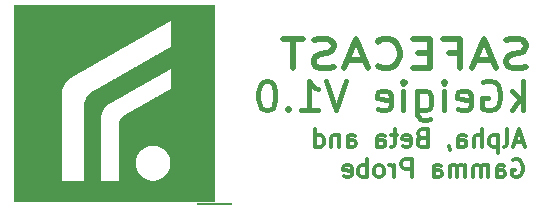
<source format=gbo>
G04 #@! TF.FileFunction,Legend,Bot*
%FSLAX46Y46*%
G04 Gerber Fmt 4.6, Leading zero omitted, Abs format (unit mm)*
G04 Created by KiCad (PCBNEW 4.0.5) date Wednesday, March 29, 2017 'PMt' 11:44:16 PM*
%MOMM*%
%LPD*%
G01*
G04 APERTURE LIST*
%ADD10C,0.100000*%
%ADD11C,0.300000*%
%ADD12C,0.400000*%
%ADD13C,0.500000*%
%ADD14C,0.004064*%
G04 APERTURE END LIST*
D10*
D11*
X171994866Y-104219900D02*
X171280580Y-104219900D01*
X172137723Y-104648471D02*
X171637723Y-103148471D01*
X171137723Y-104648471D01*
X170423437Y-104648471D02*
X170566295Y-104577043D01*
X170637723Y-104434186D01*
X170637723Y-103148471D01*
X169852009Y-103648471D02*
X169852009Y-105148471D01*
X169852009Y-103719900D02*
X169709152Y-103648471D01*
X169423438Y-103648471D01*
X169280581Y-103719900D01*
X169209152Y-103791329D01*
X169137723Y-103934186D01*
X169137723Y-104362757D01*
X169209152Y-104505614D01*
X169280581Y-104577043D01*
X169423438Y-104648471D01*
X169709152Y-104648471D01*
X169852009Y-104577043D01*
X168494866Y-104648471D02*
X168494866Y-103148471D01*
X167852009Y-104648471D02*
X167852009Y-103862757D01*
X167923438Y-103719900D01*
X168066295Y-103648471D01*
X168280580Y-103648471D01*
X168423438Y-103719900D01*
X168494866Y-103791329D01*
X166494866Y-104648471D02*
X166494866Y-103862757D01*
X166566295Y-103719900D01*
X166709152Y-103648471D01*
X166994866Y-103648471D01*
X167137723Y-103719900D01*
X166494866Y-104577043D02*
X166637723Y-104648471D01*
X166994866Y-104648471D01*
X167137723Y-104577043D01*
X167209152Y-104434186D01*
X167209152Y-104291329D01*
X167137723Y-104148471D01*
X166994866Y-104077043D01*
X166637723Y-104077043D01*
X166494866Y-104005614D01*
X165709152Y-104577043D02*
X165709152Y-104648471D01*
X165780580Y-104791329D01*
X165852009Y-104862757D01*
X163423437Y-103862757D02*
X163209151Y-103934186D01*
X163137723Y-104005614D01*
X163066294Y-104148471D01*
X163066294Y-104362757D01*
X163137723Y-104505614D01*
X163209151Y-104577043D01*
X163352009Y-104648471D01*
X163923437Y-104648471D01*
X163923437Y-103148471D01*
X163423437Y-103148471D01*
X163280580Y-103219900D01*
X163209151Y-103291329D01*
X163137723Y-103434186D01*
X163137723Y-103577043D01*
X163209151Y-103719900D01*
X163280580Y-103791329D01*
X163423437Y-103862757D01*
X163923437Y-103862757D01*
X161852009Y-104577043D02*
X161994866Y-104648471D01*
X162280580Y-104648471D01*
X162423437Y-104577043D01*
X162494866Y-104434186D01*
X162494866Y-103862757D01*
X162423437Y-103719900D01*
X162280580Y-103648471D01*
X161994866Y-103648471D01*
X161852009Y-103719900D01*
X161780580Y-103862757D01*
X161780580Y-104005614D01*
X162494866Y-104148471D01*
X161352009Y-103648471D02*
X160780580Y-103648471D01*
X161137723Y-103148471D02*
X161137723Y-104434186D01*
X161066295Y-104577043D01*
X160923437Y-104648471D01*
X160780580Y-104648471D01*
X159637723Y-104648471D02*
X159637723Y-103862757D01*
X159709152Y-103719900D01*
X159852009Y-103648471D01*
X160137723Y-103648471D01*
X160280580Y-103719900D01*
X159637723Y-104577043D02*
X159780580Y-104648471D01*
X160137723Y-104648471D01*
X160280580Y-104577043D01*
X160352009Y-104434186D01*
X160352009Y-104291329D01*
X160280580Y-104148471D01*
X160137723Y-104077043D01*
X159780580Y-104077043D01*
X159637723Y-104005614D01*
X157137723Y-104648471D02*
X157137723Y-103862757D01*
X157209152Y-103719900D01*
X157352009Y-103648471D01*
X157637723Y-103648471D01*
X157780580Y-103719900D01*
X157137723Y-104577043D02*
X157280580Y-104648471D01*
X157637723Y-104648471D01*
X157780580Y-104577043D01*
X157852009Y-104434186D01*
X157852009Y-104291329D01*
X157780580Y-104148471D01*
X157637723Y-104077043D01*
X157280580Y-104077043D01*
X157137723Y-104005614D01*
X156423437Y-103648471D02*
X156423437Y-104648471D01*
X156423437Y-103791329D02*
X156352009Y-103719900D01*
X156209151Y-103648471D01*
X155994866Y-103648471D01*
X155852009Y-103719900D01*
X155780580Y-103862757D01*
X155780580Y-104648471D01*
X154423437Y-104648471D02*
X154423437Y-103148471D01*
X154423437Y-104577043D02*
X154566294Y-104648471D01*
X154852008Y-104648471D01*
X154994866Y-104577043D01*
X155066294Y-104505614D01*
X155137723Y-104362757D01*
X155137723Y-103934186D01*
X155066294Y-103791329D01*
X154994866Y-103719900D01*
X154852008Y-103648471D01*
X154566294Y-103648471D01*
X154423437Y-103719900D01*
X171137723Y-105769900D02*
X171280580Y-105698471D01*
X171494866Y-105698471D01*
X171709151Y-105769900D01*
X171852009Y-105912757D01*
X171923437Y-106055614D01*
X171994866Y-106341329D01*
X171994866Y-106555614D01*
X171923437Y-106841329D01*
X171852009Y-106984186D01*
X171709151Y-107127043D01*
X171494866Y-107198471D01*
X171352009Y-107198471D01*
X171137723Y-107127043D01*
X171066294Y-107055614D01*
X171066294Y-106555614D01*
X171352009Y-106555614D01*
X169780580Y-107198471D02*
X169780580Y-106412757D01*
X169852009Y-106269900D01*
X169994866Y-106198471D01*
X170280580Y-106198471D01*
X170423437Y-106269900D01*
X169780580Y-107127043D02*
X169923437Y-107198471D01*
X170280580Y-107198471D01*
X170423437Y-107127043D01*
X170494866Y-106984186D01*
X170494866Y-106841329D01*
X170423437Y-106698471D01*
X170280580Y-106627043D01*
X169923437Y-106627043D01*
X169780580Y-106555614D01*
X169066294Y-107198471D02*
X169066294Y-106198471D01*
X169066294Y-106341329D02*
X168994866Y-106269900D01*
X168852008Y-106198471D01*
X168637723Y-106198471D01*
X168494866Y-106269900D01*
X168423437Y-106412757D01*
X168423437Y-107198471D01*
X168423437Y-106412757D02*
X168352008Y-106269900D01*
X168209151Y-106198471D01*
X167994866Y-106198471D01*
X167852008Y-106269900D01*
X167780580Y-106412757D01*
X167780580Y-107198471D01*
X167066294Y-107198471D02*
X167066294Y-106198471D01*
X167066294Y-106341329D02*
X166994866Y-106269900D01*
X166852008Y-106198471D01*
X166637723Y-106198471D01*
X166494866Y-106269900D01*
X166423437Y-106412757D01*
X166423437Y-107198471D01*
X166423437Y-106412757D02*
X166352008Y-106269900D01*
X166209151Y-106198471D01*
X165994866Y-106198471D01*
X165852008Y-106269900D01*
X165780580Y-106412757D01*
X165780580Y-107198471D01*
X164423437Y-107198471D02*
X164423437Y-106412757D01*
X164494866Y-106269900D01*
X164637723Y-106198471D01*
X164923437Y-106198471D01*
X165066294Y-106269900D01*
X164423437Y-107127043D02*
X164566294Y-107198471D01*
X164923437Y-107198471D01*
X165066294Y-107127043D01*
X165137723Y-106984186D01*
X165137723Y-106841329D01*
X165066294Y-106698471D01*
X164923437Y-106627043D01*
X164566294Y-106627043D01*
X164423437Y-106555614D01*
X162566294Y-107198471D02*
X162566294Y-105698471D01*
X161994866Y-105698471D01*
X161852008Y-105769900D01*
X161780580Y-105841329D01*
X161709151Y-105984186D01*
X161709151Y-106198471D01*
X161780580Y-106341329D01*
X161852008Y-106412757D01*
X161994866Y-106484186D01*
X162566294Y-106484186D01*
X161066294Y-107198471D02*
X161066294Y-106198471D01*
X161066294Y-106484186D02*
X160994866Y-106341329D01*
X160923437Y-106269900D01*
X160780580Y-106198471D01*
X160637723Y-106198471D01*
X159923437Y-107198471D02*
X160066295Y-107127043D01*
X160137723Y-107055614D01*
X160209152Y-106912757D01*
X160209152Y-106484186D01*
X160137723Y-106341329D01*
X160066295Y-106269900D01*
X159923437Y-106198471D01*
X159709152Y-106198471D01*
X159566295Y-106269900D01*
X159494866Y-106341329D01*
X159423437Y-106484186D01*
X159423437Y-106912757D01*
X159494866Y-107055614D01*
X159566295Y-107127043D01*
X159709152Y-107198471D01*
X159923437Y-107198471D01*
X158780580Y-107198471D02*
X158780580Y-105698471D01*
X158780580Y-106269900D02*
X158637723Y-106198471D01*
X158352009Y-106198471D01*
X158209152Y-106269900D01*
X158137723Y-106341329D01*
X158066294Y-106484186D01*
X158066294Y-106912757D01*
X158137723Y-107055614D01*
X158209152Y-107127043D01*
X158352009Y-107198471D01*
X158637723Y-107198471D01*
X158780580Y-107127043D01*
X156852009Y-107127043D02*
X156994866Y-107198471D01*
X157280580Y-107198471D01*
X157423437Y-107127043D01*
X157494866Y-106984186D01*
X157494866Y-106412757D01*
X157423437Y-106269900D01*
X157280580Y-106198471D01*
X156994866Y-106198471D01*
X156852009Y-106269900D01*
X156780580Y-106412757D01*
X156780580Y-106555614D01*
X157494866Y-106698471D01*
D12*
X171981532Y-101549852D02*
X171981532Y-99049852D01*
X171743437Y-100597471D02*
X171029151Y-101549852D01*
X171029151Y-99883186D02*
X171981532Y-100835567D01*
X168648198Y-99168900D02*
X168886293Y-99049852D01*
X169243436Y-99049852D01*
X169600579Y-99168900D01*
X169838674Y-99406995D01*
X169957722Y-99645090D01*
X170076770Y-100121281D01*
X170076770Y-100478424D01*
X169957722Y-100954614D01*
X169838674Y-101192710D01*
X169600579Y-101430805D01*
X169243436Y-101549852D01*
X169005341Y-101549852D01*
X168648198Y-101430805D01*
X168529150Y-101311757D01*
X168529150Y-100478424D01*
X169005341Y-100478424D01*
X166505341Y-101430805D02*
X166743436Y-101549852D01*
X167219627Y-101549852D01*
X167457722Y-101430805D01*
X167576770Y-101192710D01*
X167576770Y-100240329D01*
X167457722Y-100002233D01*
X167219627Y-99883186D01*
X166743436Y-99883186D01*
X166505341Y-100002233D01*
X166386293Y-100240329D01*
X166386293Y-100478424D01*
X167576770Y-100716519D01*
X165314865Y-101549852D02*
X165314865Y-99883186D01*
X165314865Y-99049852D02*
X165433913Y-99168900D01*
X165314865Y-99287948D01*
X165195817Y-99168900D01*
X165314865Y-99049852D01*
X165314865Y-99287948D01*
X163052960Y-99883186D02*
X163052960Y-101906995D01*
X163172008Y-102145090D01*
X163291056Y-102264138D01*
X163529151Y-102383186D01*
X163886294Y-102383186D01*
X164124389Y-102264138D01*
X163052960Y-101430805D02*
X163291056Y-101549852D01*
X163767246Y-101549852D01*
X164005341Y-101430805D01*
X164124389Y-101311757D01*
X164243437Y-101073662D01*
X164243437Y-100359376D01*
X164124389Y-100121281D01*
X164005341Y-100002233D01*
X163767246Y-99883186D01*
X163291056Y-99883186D01*
X163052960Y-100002233D01*
X161862484Y-101549852D02*
X161862484Y-99883186D01*
X161862484Y-99049852D02*
X161981532Y-99168900D01*
X161862484Y-99287948D01*
X161743436Y-99168900D01*
X161862484Y-99049852D01*
X161862484Y-99287948D01*
X159719627Y-101430805D02*
X159957722Y-101549852D01*
X160433913Y-101549852D01*
X160672008Y-101430805D01*
X160791056Y-101192710D01*
X160791056Y-100240329D01*
X160672008Y-100002233D01*
X160433913Y-99883186D01*
X159957722Y-99883186D01*
X159719627Y-100002233D01*
X159600579Y-100240329D01*
X159600579Y-100478424D01*
X160791056Y-100716519D01*
X156981532Y-99049852D02*
X156148198Y-101549852D01*
X155314865Y-99049852D01*
X153172008Y-101549852D02*
X154600580Y-101549852D01*
X153886294Y-101549852D02*
X153886294Y-99049852D01*
X154124389Y-99406995D01*
X154362484Y-99645090D01*
X154600580Y-99764138D01*
X152100580Y-101311757D02*
X151981532Y-101430805D01*
X152100580Y-101549852D01*
X152219628Y-101430805D01*
X152100580Y-101311757D01*
X152100580Y-101549852D01*
X150433913Y-99049852D02*
X150195818Y-99049852D01*
X149957723Y-99168900D01*
X149838675Y-99287948D01*
X149719628Y-99526043D01*
X149600580Y-100002233D01*
X149600580Y-100597471D01*
X149719628Y-101073662D01*
X149838675Y-101311757D01*
X149957723Y-101430805D01*
X150195818Y-101549852D01*
X150433913Y-101549852D01*
X150672009Y-101430805D01*
X150791056Y-101311757D01*
X150910104Y-101073662D01*
X151029152Y-100597471D01*
X151029152Y-100002233D01*
X150910104Y-99526043D01*
X150791056Y-99287948D01*
X150672009Y-99168900D01*
X150433913Y-99049852D01*
D13*
X172263437Y-97874805D02*
X171834866Y-97993852D01*
X171120580Y-97993852D01*
X170834866Y-97874805D01*
X170692009Y-97755757D01*
X170549152Y-97517662D01*
X170549152Y-97279567D01*
X170692009Y-97041471D01*
X170834866Y-96922424D01*
X171120580Y-96803376D01*
X171692009Y-96684329D01*
X171977723Y-96565281D01*
X172120580Y-96446233D01*
X172263437Y-96208138D01*
X172263437Y-95970043D01*
X172120580Y-95731948D01*
X171977723Y-95612900D01*
X171692009Y-95493852D01*
X170977723Y-95493852D01*
X170549152Y-95612900D01*
X169406294Y-97279567D02*
X167977723Y-97279567D01*
X169692009Y-97993852D02*
X168692009Y-95493852D01*
X167692009Y-97993852D01*
X165692008Y-96684329D02*
X166692008Y-96684329D01*
X166692008Y-97993852D02*
X166692008Y-95493852D01*
X165263437Y-95493852D01*
X164120579Y-96684329D02*
X163120579Y-96684329D01*
X162692008Y-97993852D02*
X164120579Y-97993852D01*
X164120579Y-95493852D01*
X162692008Y-95493852D01*
X159692008Y-97755757D02*
X159834865Y-97874805D01*
X160263436Y-97993852D01*
X160549150Y-97993852D01*
X160977722Y-97874805D01*
X161263436Y-97636710D01*
X161406293Y-97398614D01*
X161549150Y-96922424D01*
X161549150Y-96565281D01*
X161406293Y-96089090D01*
X161263436Y-95850995D01*
X160977722Y-95612900D01*
X160549150Y-95493852D01*
X160263436Y-95493852D01*
X159834865Y-95612900D01*
X159692008Y-95731948D01*
X158549150Y-97279567D02*
X157120579Y-97279567D01*
X158834865Y-97993852D02*
X157834865Y-95493852D01*
X156834865Y-97993852D01*
X155977721Y-97874805D02*
X155549150Y-97993852D01*
X154834864Y-97993852D01*
X154549150Y-97874805D01*
X154406293Y-97755757D01*
X154263436Y-97517662D01*
X154263436Y-97279567D01*
X154406293Y-97041471D01*
X154549150Y-96922424D01*
X154834864Y-96803376D01*
X155406293Y-96684329D01*
X155692007Y-96565281D01*
X155834864Y-96446233D01*
X155977721Y-96208138D01*
X155977721Y-95970043D01*
X155834864Y-95731948D01*
X155692007Y-95612900D01*
X155406293Y-95493852D01*
X154692007Y-95493852D01*
X154263436Y-95612900D01*
X153406293Y-95493852D02*
X151692007Y-95493852D01*
X152549150Y-97993852D02*
X152549150Y-95493852D01*
D10*
G36*
X145877280Y-109321600D02*
X128859280Y-109321600D01*
X128859280Y-109296200D01*
X145877280Y-109296200D01*
X145877280Y-109321600D01*
G37*
G36*
X145877280Y-109296200D02*
X128859280Y-109296200D01*
X128859280Y-109270800D01*
X145877280Y-109270800D01*
X145877280Y-109296200D01*
G37*
G36*
X145877280Y-109270800D02*
X128859280Y-109270800D01*
X128859280Y-109245400D01*
X145877280Y-109245400D01*
X145877280Y-109270800D01*
G37*
G36*
X145877280Y-109245400D02*
X128859280Y-109245400D01*
X128859280Y-109220000D01*
X145877280Y-109220000D01*
X145877280Y-109245400D01*
G37*
G36*
X145877280Y-109220000D02*
X128859280Y-109220000D01*
X128859280Y-109194600D01*
X145877280Y-109194600D01*
X145877280Y-109220000D01*
G37*
G36*
X145877280Y-109194600D02*
X128859280Y-109194600D01*
X128859280Y-109169200D01*
X145877280Y-109169200D01*
X145877280Y-109194600D01*
G37*
G36*
X145877280Y-109169200D02*
X128859280Y-109169200D01*
X128859280Y-109143800D01*
X145877280Y-109143800D01*
X145877280Y-109169200D01*
G37*
G36*
X145877280Y-109143800D02*
X128859280Y-109143800D01*
X128859280Y-109118400D01*
X145877280Y-109118400D01*
X145877280Y-109143800D01*
G37*
G36*
X145877280Y-109118400D02*
X128859280Y-109118400D01*
X128859280Y-109093000D01*
X145877280Y-109093000D01*
X145877280Y-109118400D01*
G37*
G36*
X145877280Y-109093000D02*
X128859280Y-109093000D01*
X128859280Y-109067600D01*
X145877280Y-109067600D01*
X145877280Y-109093000D01*
G37*
G36*
X145877280Y-109067600D02*
X128859280Y-109067600D01*
X128859280Y-109042200D01*
X145877280Y-109042200D01*
X145877280Y-109067600D01*
G37*
G36*
X145877280Y-109042200D02*
X128859280Y-109042200D01*
X128859280Y-109016800D01*
X145877280Y-109016800D01*
X145877280Y-109042200D01*
G37*
G36*
X145877280Y-109016800D02*
X128859280Y-109016800D01*
X128859280Y-108991400D01*
X145877280Y-108991400D01*
X145877280Y-109016800D01*
G37*
G36*
X145877280Y-108991400D02*
X128859280Y-108991400D01*
X128859280Y-108966000D01*
X145877280Y-108966000D01*
X145877280Y-108991400D01*
G37*
G36*
X145877280Y-108966000D02*
X128859280Y-108966000D01*
X128859280Y-108940600D01*
X145877280Y-108940600D01*
X145877280Y-108966000D01*
G37*
G36*
X145877280Y-108940600D02*
X128859280Y-108940600D01*
X128859280Y-108915200D01*
X145877280Y-108915200D01*
X145877280Y-108940600D01*
G37*
G36*
X145877280Y-108915200D02*
X128859280Y-108915200D01*
X128859280Y-108889800D01*
X145877280Y-108889800D01*
X145877280Y-108915200D01*
G37*
G36*
X145877280Y-108889800D02*
X128859280Y-108889800D01*
X128859280Y-108864400D01*
X145877280Y-108864400D01*
X145877280Y-108889800D01*
G37*
G36*
X145877280Y-108864400D02*
X128859280Y-108864400D01*
X128859280Y-108839000D01*
X145877280Y-108839000D01*
X145877280Y-108864400D01*
G37*
G36*
X145877280Y-108839000D02*
X128859280Y-108839000D01*
X128859280Y-108813600D01*
X145877280Y-108813600D01*
X145877280Y-108839000D01*
G37*
G36*
X145877280Y-108813600D02*
X128859280Y-108813600D01*
X128859280Y-108788200D01*
X145877280Y-108788200D01*
X145877280Y-108813600D01*
G37*
G36*
X145877280Y-108788200D02*
X128859280Y-108788200D01*
X128859280Y-108762800D01*
X145877280Y-108762800D01*
X145877280Y-108788200D01*
G37*
G36*
X145877280Y-108762800D02*
X128859280Y-108762800D01*
X128859280Y-108737400D01*
X145877280Y-108737400D01*
X145877280Y-108762800D01*
G37*
G36*
X145877280Y-108737400D02*
X128859280Y-108737400D01*
X128859280Y-108712000D01*
X145877280Y-108712000D01*
X145877280Y-108737400D01*
G37*
G36*
X145877280Y-108712000D02*
X128859280Y-108712000D01*
X128859280Y-108686600D01*
X145877280Y-108686600D01*
X145877280Y-108712000D01*
G37*
G36*
X145877280Y-108686600D02*
X128859280Y-108686600D01*
X128859280Y-108661200D01*
X145877280Y-108661200D01*
X145877280Y-108686600D01*
G37*
G36*
X145877280Y-108661200D02*
X128859280Y-108661200D01*
X128859280Y-108635800D01*
X145877280Y-108635800D01*
X145877280Y-108661200D01*
G37*
G36*
X145877280Y-108635800D02*
X128859280Y-108635800D01*
X128859280Y-108610400D01*
X145877280Y-108610400D01*
X145877280Y-108635800D01*
G37*
G36*
X145877280Y-108610400D02*
X128859280Y-108610400D01*
X128859280Y-108585000D01*
X145877280Y-108585000D01*
X145877280Y-108610400D01*
G37*
G36*
X145877280Y-108585000D02*
X128859280Y-108585000D01*
X128859280Y-108559600D01*
X145877280Y-108559600D01*
X145877280Y-108585000D01*
G37*
G36*
X145877280Y-108559600D02*
X128859280Y-108559600D01*
X128859280Y-108534200D01*
X145877280Y-108534200D01*
X145877280Y-108559600D01*
G37*
G36*
X145877280Y-108534200D02*
X128859280Y-108534200D01*
X128859280Y-108508800D01*
X145877280Y-108508800D01*
X145877280Y-108534200D01*
G37*
G36*
X145877280Y-108508800D02*
X128859280Y-108508800D01*
X128859280Y-108483400D01*
X145877280Y-108483400D01*
X145877280Y-108508800D01*
G37*
G36*
X145877280Y-108483400D02*
X128859280Y-108483400D01*
X128859280Y-108458000D01*
X145877280Y-108458000D01*
X145877280Y-108483400D01*
G37*
G36*
X145877280Y-108458000D02*
X128859280Y-108458000D01*
X128859280Y-108432600D01*
X145877280Y-108432600D01*
X145877280Y-108458000D01*
G37*
G36*
X145877280Y-108432600D02*
X128859280Y-108432600D01*
X128859280Y-108407200D01*
X145877280Y-108407200D01*
X145877280Y-108432600D01*
G37*
G36*
X145877280Y-108407200D02*
X128859280Y-108407200D01*
X128859280Y-108381800D01*
X145877280Y-108381800D01*
X145877280Y-108407200D01*
G37*
G36*
X145877280Y-108381800D02*
X128859280Y-108381800D01*
X128859280Y-108356400D01*
X145877280Y-108356400D01*
X145877280Y-108381800D01*
G37*
G36*
X145877280Y-108356400D02*
X128859280Y-108356400D01*
X128859280Y-108331000D01*
X145877280Y-108331000D01*
X145877280Y-108356400D01*
G37*
G36*
X145877280Y-108331000D02*
X128859280Y-108331000D01*
X128859280Y-108305600D01*
X145877280Y-108305600D01*
X145877280Y-108331000D01*
G37*
G36*
X145877280Y-108305600D02*
X128859280Y-108305600D01*
X128859280Y-108280200D01*
X145877280Y-108280200D01*
X145877280Y-108305600D01*
G37*
G36*
X145877280Y-108280200D02*
X128859280Y-108280200D01*
X128859280Y-108254800D01*
X145877280Y-108254800D01*
X145877280Y-108280200D01*
G37*
G36*
X145877280Y-108254800D02*
X128859280Y-108254800D01*
X128859280Y-108229400D01*
X145877280Y-108229400D01*
X145877280Y-108254800D01*
G37*
G36*
X145877280Y-108229400D02*
X128859280Y-108229400D01*
X128859280Y-108204000D01*
X145877280Y-108204000D01*
X145877280Y-108229400D01*
G37*
G36*
X145877280Y-108204000D02*
X128859280Y-108204000D01*
X128859280Y-108178600D01*
X145877280Y-108178600D01*
X145877280Y-108204000D01*
G37*
G36*
X145877280Y-108178600D02*
X128859280Y-108178600D01*
X128859280Y-108153200D01*
X145877280Y-108153200D01*
X145877280Y-108178600D01*
G37*
G36*
X145877280Y-108153200D02*
X128859280Y-108153200D01*
X128859280Y-108127800D01*
X145877280Y-108127800D01*
X145877280Y-108153200D01*
G37*
G36*
X145877280Y-108127800D02*
X128859280Y-108127800D01*
X128859280Y-108102400D01*
X145877280Y-108102400D01*
X145877280Y-108127800D01*
G37*
G36*
X145877280Y-108102400D02*
X128859280Y-108102400D01*
X128859280Y-108077000D01*
X145877280Y-108077000D01*
X145877280Y-108102400D01*
G37*
G36*
X145877280Y-108077000D02*
X128859280Y-108077000D01*
X128859280Y-108051600D01*
X145877280Y-108051600D01*
X145877280Y-108077000D01*
G37*
G36*
X145877280Y-108051600D02*
X128859280Y-108051600D01*
X128859280Y-108026200D01*
X145877280Y-108026200D01*
X145877280Y-108051600D01*
G37*
G36*
X145877280Y-108026200D02*
X128859280Y-108026200D01*
X128859280Y-108000800D01*
X145877280Y-108000800D01*
X145877280Y-108026200D01*
G37*
G36*
X145877280Y-108000800D02*
X128859280Y-108000800D01*
X128859280Y-107975400D01*
X145877280Y-107975400D01*
X145877280Y-108000800D01*
G37*
G36*
X145877280Y-107975400D02*
X128859280Y-107975400D01*
X128859280Y-107950000D01*
X145877280Y-107950000D01*
X145877280Y-107975400D01*
G37*
G36*
X145877280Y-107950000D02*
X128859280Y-107950000D01*
X128859280Y-107924600D01*
X145877280Y-107924600D01*
X145877280Y-107950000D01*
G37*
G36*
X145877280Y-107924600D02*
X128859280Y-107924600D01*
X128859280Y-107899200D01*
X145877280Y-107899200D01*
X145877280Y-107924600D01*
G37*
G36*
X145877280Y-107899200D02*
X128859280Y-107899200D01*
X128859280Y-107873800D01*
X145877280Y-107873800D01*
X145877280Y-107899200D01*
G37*
G36*
X145877280Y-107873800D02*
X128859280Y-107873800D01*
X128859280Y-107848400D01*
X145877280Y-107848400D01*
X145877280Y-107873800D01*
G37*
G36*
X145877280Y-107848400D02*
X128859280Y-107848400D01*
X128859280Y-107823000D01*
X145877280Y-107823000D01*
X145877280Y-107848400D01*
G37*
G36*
X145877280Y-107823000D02*
X128859280Y-107823000D01*
X128859280Y-107797600D01*
X145877280Y-107797600D01*
X145877280Y-107823000D01*
G37*
G36*
X145877280Y-107797600D02*
X128859280Y-107797600D01*
X128859280Y-107772200D01*
X145877280Y-107772200D01*
X145877280Y-107797600D01*
G37*
G36*
X145877280Y-107772200D02*
X128859280Y-107772200D01*
X128859280Y-107746800D01*
X145877280Y-107746800D01*
X145877280Y-107772200D01*
G37*
G36*
X145877280Y-107746800D02*
X128859280Y-107746800D01*
X128859280Y-107721400D01*
X145877280Y-107721400D01*
X145877280Y-107746800D01*
G37*
G36*
X145877280Y-107721400D02*
X128859280Y-107721400D01*
X128859280Y-107696000D01*
X145877280Y-107696000D01*
X145877280Y-107721400D01*
G37*
G36*
X145877280Y-107696000D02*
X128859280Y-107696000D01*
X128859280Y-107670600D01*
X145877280Y-107670600D01*
X145877280Y-107696000D01*
G37*
G36*
X145877280Y-107670600D02*
X128859280Y-107670600D01*
X128859280Y-107645200D01*
X145877280Y-107645200D01*
X145877280Y-107670600D01*
G37*
G36*
X145877280Y-107645200D02*
X128859280Y-107645200D01*
X128859280Y-107619800D01*
X145877280Y-107619800D01*
X145877280Y-107645200D01*
G37*
G36*
X145877280Y-107619800D02*
X128859280Y-107619800D01*
X128859280Y-107594400D01*
X145877280Y-107594400D01*
X145877280Y-107619800D01*
G37*
G36*
X145877280Y-107594400D02*
X128859280Y-107594400D01*
X128859280Y-107569000D01*
X145877280Y-107569000D01*
X145877280Y-107594400D01*
G37*
G36*
X145877280Y-107569000D02*
X128859280Y-107569000D01*
X128859280Y-107543600D01*
X145877280Y-107543600D01*
X145877280Y-107569000D01*
G37*
G36*
X145877280Y-107543600D02*
X128859280Y-107543600D01*
X128859280Y-107518200D01*
X145877280Y-107518200D01*
X145877280Y-107543600D01*
G37*
G36*
X145877280Y-107518200D02*
X128859280Y-107518200D01*
X128859280Y-107492800D01*
X145877280Y-107492800D01*
X145877280Y-107518200D01*
G37*
G36*
X145877280Y-107492800D02*
X140898880Y-107492800D01*
X140898880Y-107467400D01*
X145877280Y-107467400D01*
X145877280Y-107492800D01*
G37*
G36*
X140441680Y-107492800D02*
X137749280Y-107492800D01*
X137749280Y-107467400D01*
X140441680Y-107467400D01*
X140441680Y-107492800D01*
G37*
G36*
X136276080Y-107492800D02*
X134828280Y-107492800D01*
X134828280Y-107467400D01*
X136276080Y-107467400D01*
X136276080Y-107492800D01*
G37*
G36*
X132923280Y-107492800D02*
X128859280Y-107492800D01*
X128859280Y-107467400D01*
X132923280Y-107467400D01*
X132923280Y-107492800D01*
G37*
G36*
X145877280Y-107467400D02*
X141025880Y-107467400D01*
X141025880Y-107442000D01*
X145877280Y-107442000D01*
X145877280Y-107467400D01*
G37*
G36*
X140314680Y-107467400D02*
X137749280Y-107467400D01*
X137749280Y-107442000D01*
X140314680Y-107442000D01*
X140314680Y-107467400D01*
G37*
G36*
X136276080Y-107467400D02*
X134828280Y-107467400D01*
X134828280Y-107442000D01*
X136276080Y-107442000D01*
X136276080Y-107467400D01*
G37*
G36*
X132923280Y-107467400D02*
X128859280Y-107467400D01*
X128859280Y-107442000D01*
X132923280Y-107442000D01*
X132923280Y-107467400D01*
G37*
G36*
X145877280Y-107442000D02*
X141127480Y-107442000D01*
X141127480Y-107416600D01*
X145877280Y-107416600D01*
X145877280Y-107442000D01*
G37*
G36*
X140213080Y-107442000D02*
X137749280Y-107442000D01*
X137749280Y-107416600D01*
X140213080Y-107416600D01*
X140213080Y-107442000D01*
G37*
G36*
X136276080Y-107442000D02*
X134828280Y-107442000D01*
X134828280Y-107416600D01*
X136276080Y-107416600D01*
X136276080Y-107442000D01*
G37*
G36*
X132923280Y-107442000D02*
X128859280Y-107442000D01*
X128859280Y-107416600D01*
X132923280Y-107416600D01*
X132923280Y-107442000D01*
G37*
G36*
X145877280Y-107416600D02*
X141178280Y-107416600D01*
X141178280Y-107391200D01*
X145877280Y-107391200D01*
X145877280Y-107416600D01*
G37*
G36*
X140136880Y-107416600D02*
X137749280Y-107416600D01*
X137749280Y-107391200D01*
X140136880Y-107391200D01*
X140136880Y-107416600D01*
G37*
G36*
X136276080Y-107416600D02*
X134828280Y-107416600D01*
X134828280Y-107391200D01*
X136276080Y-107391200D01*
X136276080Y-107416600D01*
G37*
G36*
X132923280Y-107416600D02*
X128859280Y-107416600D01*
X128859280Y-107391200D01*
X132923280Y-107391200D01*
X132923280Y-107416600D01*
G37*
G36*
X145877280Y-107391200D02*
X141254480Y-107391200D01*
X141254480Y-107365800D01*
X145877280Y-107365800D01*
X145877280Y-107391200D01*
G37*
G36*
X140086080Y-107391200D02*
X137749280Y-107391200D01*
X137749280Y-107365800D01*
X140086080Y-107365800D01*
X140086080Y-107391200D01*
G37*
G36*
X136276080Y-107391200D02*
X134828280Y-107391200D01*
X134828280Y-107365800D01*
X136276080Y-107365800D01*
X136276080Y-107391200D01*
G37*
G36*
X132923280Y-107391200D02*
X128859280Y-107391200D01*
X128859280Y-107365800D01*
X132923280Y-107365800D01*
X132923280Y-107391200D01*
G37*
G36*
X145877280Y-107365800D02*
X141305280Y-107365800D01*
X141305280Y-107340400D01*
X145877280Y-107340400D01*
X145877280Y-107365800D01*
G37*
G36*
X140035280Y-107365800D02*
X137749280Y-107365800D01*
X137749280Y-107340400D01*
X140035280Y-107340400D01*
X140035280Y-107365800D01*
G37*
G36*
X136276080Y-107365800D02*
X134828280Y-107365800D01*
X134828280Y-107340400D01*
X136276080Y-107340400D01*
X136276080Y-107365800D01*
G37*
G36*
X132923280Y-107365800D02*
X128859280Y-107365800D01*
X128859280Y-107340400D01*
X132923280Y-107340400D01*
X132923280Y-107365800D01*
G37*
G36*
X145877280Y-107340400D02*
X141356080Y-107340400D01*
X141356080Y-107315000D01*
X145877280Y-107315000D01*
X145877280Y-107340400D01*
G37*
G36*
X139984480Y-107340400D02*
X137749280Y-107340400D01*
X137749280Y-107315000D01*
X139984480Y-107315000D01*
X139984480Y-107340400D01*
G37*
G36*
X136276080Y-107340400D02*
X134828280Y-107340400D01*
X134828280Y-107315000D01*
X136276080Y-107315000D01*
X136276080Y-107340400D01*
G37*
G36*
X132923280Y-107340400D02*
X128859280Y-107340400D01*
X128859280Y-107315000D01*
X132923280Y-107315000D01*
X132923280Y-107340400D01*
G37*
G36*
X145877280Y-107315000D02*
X141406880Y-107315000D01*
X141406880Y-107289600D01*
X145877280Y-107289600D01*
X145877280Y-107315000D01*
G37*
G36*
X139933680Y-107315000D02*
X137749280Y-107315000D01*
X137749280Y-107289600D01*
X139933680Y-107289600D01*
X139933680Y-107315000D01*
G37*
G36*
X136276080Y-107315000D02*
X134828280Y-107315000D01*
X134828280Y-107289600D01*
X136276080Y-107289600D01*
X136276080Y-107315000D01*
G37*
G36*
X132923280Y-107315000D02*
X128859280Y-107315000D01*
X128859280Y-107289600D01*
X132923280Y-107289600D01*
X132923280Y-107315000D01*
G37*
G36*
X145877280Y-107289600D02*
X141432280Y-107289600D01*
X141432280Y-107264200D01*
X145877280Y-107264200D01*
X145877280Y-107289600D01*
G37*
G36*
X139882880Y-107289600D02*
X137749280Y-107289600D01*
X137749280Y-107264200D01*
X139882880Y-107264200D01*
X139882880Y-107289600D01*
G37*
G36*
X136276080Y-107289600D02*
X134828280Y-107289600D01*
X134828280Y-107264200D01*
X136276080Y-107264200D01*
X136276080Y-107289600D01*
G37*
G36*
X132923280Y-107289600D02*
X128859280Y-107289600D01*
X128859280Y-107264200D01*
X132923280Y-107264200D01*
X132923280Y-107289600D01*
G37*
G36*
X145877280Y-107264200D02*
X141483080Y-107264200D01*
X141483080Y-107238800D01*
X145877280Y-107238800D01*
X145877280Y-107264200D01*
G37*
G36*
X139857480Y-107264200D02*
X137749280Y-107264200D01*
X137749280Y-107238800D01*
X139857480Y-107238800D01*
X139857480Y-107264200D01*
G37*
G36*
X136276080Y-107264200D02*
X134828280Y-107264200D01*
X134828280Y-107238800D01*
X136276080Y-107238800D01*
X136276080Y-107264200D01*
G37*
G36*
X132923280Y-107264200D02*
X128859280Y-107264200D01*
X128859280Y-107238800D01*
X132923280Y-107238800D01*
X132923280Y-107264200D01*
G37*
G36*
X145877280Y-107238800D02*
X141508480Y-107238800D01*
X141508480Y-107213400D01*
X145877280Y-107213400D01*
X145877280Y-107238800D01*
G37*
G36*
X139806680Y-107238800D02*
X137749280Y-107238800D01*
X137749280Y-107213400D01*
X139806680Y-107213400D01*
X139806680Y-107238800D01*
G37*
G36*
X136276080Y-107238800D02*
X134828280Y-107238800D01*
X134828280Y-107213400D01*
X136276080Y-107213400D01*
X136276080Y-107238800D01*
G37*
G36*
X132923280Y-107238800D02*
X128859280Y-107238800D01*
X128859280Y-107213400D01*
X132923280Y-107213400D01*
X132923280Y-107238800D01*
G37*
G36*
X145877280Y-107213400D02*
X141559280Y-107213400D01*
X141559280Y-107188000D01*
X145877280Y-107188000D01*
X145877280Y-107213400D01*
G37*
G36*
X139781280Y-107213400D02*
X137749280Y-107213400D01*
X137749280Y-107188000D01*
X139781280Y-107188000D01*
X139781280Y-107213400D01*
G37*
G36*
X136276080Y-107213400D02*
X134828280Y-107213400D01*
X134828280Y-107188000D01*
X136276080Y-107188000D01*
X136276080Y-107213400D01*
G37*
G36*
X132923280Y-107213400D02*
X128859280Y-107213400D01*
X128859280Y-107188000D01*
X132923280Y-107188000D01*
X132923280Y-107213400D01*
G37*
G36*
X145877280Y-107188000D02*
X141584680Y-107188000D01*
X141584680Y-107162600D01*
X145877280Y-107162600D01*
X145877280Y-107188000D01*
G37*
G36*
X139755880Y-107188000D02*
X137749280Y-107188000D01*
X137749280Y-107162600D01*
X139755880Y-107162600D01*
X139755880Y-107188000D01*
G37*
G36*
X136276080Y-107188000D02*
X134828280Y-107188000D01*
X134828280Y-107162600D01*
X136276080Y-107162600D01*
X136276080Y-107188000D01*
G37*
G36*
X132923280Y-107188000D02*
X128859280Y-107188000D01*
X128859280Y-107162600D01*
X132923280Y-107162600D01*
X132923280Y-107188000D01*
G37*
G36*
X145877280Y-107162600D02*
X141610080Y-107162600D01*
X141610080Y-107137200D01*
X145877280Y-107137200D01*
X145877280Y-107162600D01*
G37*
G36*
X139705080Y-107162600D02*
X137749280Y-107162600D01*
X137749280Y-107137200D01*
X139705080Y-107137200D01*
X139705080Y-107162600D01*
G37*
G36*
X136276080Y-107162600D02*
X134828280Y-107162600D01*
X134828280Y-107137200D01*
X136276080Y-107137200D01*
X136276080Y-107162600D01*
G37*
G36*
X132923280Y-107162600D02*
X128859280Y-107162600D01*
X128859280Y-107137200D01*
X132923280Y-107137200D01*
X132923280Y-107162600D01*
G37*
G36*
X145877280Y-107137200D02*
X141660880Y-107137200D01*
X141660880Y-107111800D01*
X145877280Y-107111800D01*
X145877280Y-107137200D01*
G37*
G36*
X139679680Y-107137200D02*
X137749280Y-107137200D01*
X137749280Y-107111800D01*
X139679680Y-107111800D01*
X139679680Y-107137200D01*
G37*
G36*
X136276080Y-107137200D02*
X134828280Y-107137200D01*
X134828280Y-107111800D01*
X136276080Y-107111800D01*
X136276080Y-107137200D01*
G37*
G36*
X132923280Y-107137200D02*
X128859280Y-107137200D01*
X128859280Y-107111800D01*
X132923280Y-107111800D01*
X132923280Y-107137200D01*
G37*
G36*
X145877280Y-107111800D02*
X141686280Y-107111800D01*
X141686280Y-107086400D01*
X145877280Y-107086400D01*
X145877280Y-107111800D01*
G37*
G36*
X139654280Y-107111800D02*
X137749280Y-107111800D01*
X137749280Y-107086400D01*
X139654280Y-107086400D01*
X139654280Y-107111800D01*
G37*
G36*
X136276080Y-107111800D02*
X134828280Y-107111800D01*
X134828280Y-107086400D01*
X136276080Y-107086400D01*
X136276080Y-107111800D01*
G37*
G36*
X132923280Y-107111800D02*
X128859280Y-107111800D01*
X128859280Y-107086400D01*
X132923280Y-107086400D01*
X132923280Y-107111800D01*
G37*
G36*
X145877280Y-107086400D02*
X141711680Y-107086400D01*
X141711680Y-107061000D01*
X145877280Y-107061000D01*
X145877280Y-107086400D01*
G37*
G36*
X139628880Y-107086400D02*
X137749280Y-107086400D01*
X137749280Y-107061000D01*
X139628880Y-107061000D01*
X139628880Y-107086400D01*
G37*
G36*
X136276080Y-107086400D02*
X134828280Y-107086400D01*
X134828280Y-107061000D01*
X136276080Y-107061000D01*
X136276080Y-107086400D01*
G37*
G36*
X132923280Y-107086400D02*
X128859280Y-107086400D01*
X128859280Y-107061000D01*
X132923280Y-107061000D01*
X132923280Y-107086400D01*
G37*
G36*
X145877280Y-107061000D02*
X141737080Y-107061000D01*
X141737080Y-107035600D01*
X145877280Y-107035600D01*
X145877280Y-107061000D01*
G37*
G36*
X139603480Y-107061000D02*
X137749280Y-107061000D01*
X137749280Y-107035600D01*
X139603480Y-107035600D01*
X139603480Y-107061000D01*
G37*
G36*
X136276080Y-107061000D02*
X134828280Y-107061000D01*
X134828280Y-107035600D01*
X136276080Y-107035600D01*
X136276080Y-107061000D01*
G37*
G36*
X132923280Y-107061000D02*
X128859280Y-107061000D01*
X128859280Y-107035600D01*
X132923280Y-107035600D01*
X132923280Y-107061000D01*
G37*
G36*
X145877280Y-107035600D02*
X141762480Y-107035600D01*
X141762480Y-107010200D01*
X145877280Y-107010200D01*
X145877280Y-107035600D01*
G37*
G36*
X139578080Y-107035600D02*
X137749280Y-107035600D01*
X137749280Y-107010200D01*
X139578080Y-107010200D01*
X139578080Y-107035600D01*
G37*
G36*
X136276080Y-107035600D02*
X134828280Y-107035600D01*
X134828280Y-107010200D01*
X136276080Y-107010200D01*
X136276080Y-107035600D01*
G37*
G36*
X132923280Y-107035600D02*
X128859280Y-107035600D01*
X128859280Y-107010200D01*
X132923280Y-107010200D01*
X132923280Y-107035600D01*
G37*
G36*
X145877280Y-107010200D02*
X141762480Y-107010200D01*
X141762480Y-106984800D01*
X145877280Y-106984800D01*
X145877280Y-107010200D01*
G37*
G36*
X139552680Y-107010200D02*
X137749280Y-107010200D01*
X137749280Y-106984800D01*
X139552680Y-106984800D01*
X139552680Y-107010200D01*
G37*
G36*
X136276080Y-107010200D02*
X134828280Y-107010200D01*
X134828280Y-106984800D01*
X136276080Y-106984800D01*
X136276080Y-107010200D01*
G37*
G36*
X132923280Y-107010200D02*
X128859280Y-107010200D01*
X128859280Y-106984800D01*
X132923280Y-106984800D01*
X132923280Y-107010200D01*
G37*
G36*
X145877280Y-106984800D02*
X141787880Y-106984800D01*
X141787880Y-106959400D01*
X145877280Y-106959400D01*
X145877280Y-106984800D01*
G37*
G36*
X139552680Y-106984800D02*
X137749280Y-106984800D01*
X137749280Y-106959400D01*
X139552680Y-106959400D01*
X139552680Y-106984800D01*
G37*
G36*
X136276080Y-106984800D02*
X134828280Y-106984800D01*
X134828280Y-106959400D01*
X136276080Y-106959400D01*
X136276080Y-106984800D01*
G37*
G36*
X132923280Y-106984800D02*
X128859280Y-106984800D01*
X128859280Y-106959400D01*
X132923280Y-106959400D01*
X132923280Y-106984800D01*
G37*
G36*
X145877280Y-106959400D02*
X141813280Y-106959400D01*
X141813280Y-106934000D01*
X145877280Y-106934000D01*
X145877280Y-106959400D01*
G37*
G36*
X139527280Y-106959400D02*
X137749280Y-106959400D01*
X137749280Y-106934000D01*
X139527280Y-106934000D01*
X139527280Y-106959400D01*
G37*
G36*
X136276080Y-106959400D02*
X134828280Y-106959400D01*
X134828280Y-106934000D01*
X136276080Y-106934000D01*
X136276080Y-106959400D01*
G37*
G36*
X132923280Y-106959400D02*
X128859280Y-106959400D01*
X128859280Y-106934000D01*
X132923280Y-106934000D01*
X132923280Y-106959400D01*
G37*
G36*
X145877280Y-106934000D02*
X141838680Y-106934000D01*
X141838680Y-106908600D01*
X145877280Y-106908600D01*
X145877280Y-106934000D01*
G37*
G36*
X139501880Y-106934000D02*
X137749280Y-106934000D01*
X137749280Y-106908600D01*
X139501880Y-106908600D01*
X139501880Y-106934000D01*
G37*
G36*
X136276080Y-106934000D02*
X134828280Y-106934000D01*
X134828280Y-106908600D01*
X136276080Y-106908600D01*
X136276080Y-106934000D01*
G37*
G36*
X132923280Y-106934000D02*
X128859280Y-106934000D01*
X128859280Y-106908600D01*
X132923280Y-106908600D01*
X132923280Y-106934000D01*
G37*
G36*
X145877280Y-106908600D02*
X141864080Y-106908600D01*
X141864080Y-106883200D01*
X145877280Y-106883200D01*
X145877280Y-106908600D01*
G37*
G36*
X139476480Y-106908600D02*
X137749280Y-106908600D01*
X137749280Y-106883200D01*
X139476480Y-106883200D01*
X139476480Y-106908600D01*
G37*
G36*
X136276080Y-106908600D02*
X134828280Y-106908600D01*
X134828280Y-106883200D01*
X136276080Y-106883200D01*
X136276080Y-106908600D01*
G37*
G36*
X132923280Y-106908600D02*
X128859280Y-106908600D01*
X128859280Y-106883200D01*
X132923280Y-106883200D01*
X132923280Y-106908600D01*
G37*
G36*
X145877280Y-106883200D02*
X141864080Y-106883200D01*
X141864080Y-106857800D01*
X145877280Y-106857800D01*
X145877280Y-106883200D01*
G37*
G36*
X139451080Y-106883200D02*
X137749280Y-106883200D01*
X137749280Y-106857800D01*
X139451080Y-106857800D01*
X139451080Y-106883200D01*
G37*
G36*
X136276080Y-106883200D02*
X134828280Y-106883200D01*
X134828280Y-106857800D01*
X136276080Y-106857800D01*
X136276080Y-106883200D01*
G37*
G36*
X132923280Y-106883200D02*
X128859280Y-106883200D01*
X128859280Y-106857800D01*
X132923280Y-106857800D01*
X132923280Y-106883200D01*
G37*
G36*
X145877280Y-106857800D02*
X141889480Y-106857800D01*
X141889480Y-106832400D01*
X145877280Y-106832400D01*
X145877280Y-106857800D01*
G37*
G36*
X139451080Y-106857800D02*
X137749280Y-106857800D01*
X137749280Y-106832400D01*
X139451080Y-106832400D01*
X139451080Y-106857800D01*
G37*
G36*
X136276080Y-106857800D02*
X134828280Y-106857800D01*
X134828280Y-106832400D01*
X136276080Y-106832400D01*
X136276080Y-106857800D01*
G37*
G36*
X132923280Y-106857800D02*
X128859280Y-106857800D01*
X128859280Y-106832400D01*
X132923280Y-106832400D01*
X132923280Y-106857800D01*
G37*
G36*
X145877280Y-106832400D02*
X141914880Y-106832400D01*
X141914880Y-106807000D01*
X145877280Y-106807000D01*
X145877280Y-106832400D01*
G37*
G36*
X139425680Y-106832400D02*
X137749280Y-106832400D01*
X137749280Y-106807000D01*
X139425680Y-106807000D01*
X139425680Y-106832400D01*
G37*
G36*
X136276080Y-106832400D02*
X134828280Y-106832400D01*
X134828280Y-106807000D01*
X136276080Y-106807000D01*
X136276080Y-106832400D01*
G37*
G36*
X132923280Y-106832400D02*
X128859280Y-106832400D01*
X128859280Y-106807000D01*
X132923280Y-106807000D01*
X132923280Y-106832400D01*
G37*
G36*
X145877280Y-106807000D02*
X141914880Y-106807000D01*
X141914880Y-106781600D01*
X145877280Y-106781600D01*
X145877280Y-106807000D01*
G37*
G36*
X139425680Y-106807000D02*
X137749280Y-106807000D01*
X137749280Y-106781600D01*
X139425680Y-106781600D01*
X139425680Y-106807000D01*
G37*
G36*
X136276080Y-106807000D02*
X134828280Y-106807000D01*
X134828280Y-106781600D01*
X136276080Y-106781600D01*
X136276080Y-106807000D01*
G37*
G36*
X132923280Y-106807000D02*
X128859280Y-106807000D01*
X128859280Y-106781600D01*
X132923280Y-106781600D01*
X132923280Y-106807000D01*
G37*
G36*
X145877280Y-106781600D02*
X141940280Y-106781600D01*
X141940280Y-106756200D01*
X145877280Y-106756200D01*
X145877280Y-106781600D01*
G37*
G36*
X139400280Y-106781600D02*
X137749280Y-106781600D01*
X137749280Y-106756200D01*
X139400280Y-106756200D01*
X139400280Y-106781600D01*
G37*
G36*
X136276080Y-106781600D02*
X134828280Y-106781600D01*
X134828280Y-106756200D01*
X136276080Y-106756200D01*
X136276080Y-106781600D01*
G37*
G36*
X132923280Y-106781600D02*
X128859280Y-106781600D01*
X128859280Y-106756200D01*
X132923280Y-106756200D01*
X132923280Y-106781600D01*
G37*
G36*
X145877280Y-106756200D02*
X141965680Y-106756200D01*
X141965680Y-106730800D01*
X145877280Y-106730800D01*
X145877280Y-106756200D01*
G37*
G36*
X139374880Y-106756200D02*
X137749280Y-106756200D01*
X137749280Y-106730800D01*
X139374880Y-106730800D01*
X139374880Y-106756200D01*
G37*
G36*
X136276080Y-106756200D02*
X134828280Y-106756200D01*
X134828280Y-106730800D01*
X136276080Y-106730800D01*
X136276080Y-106756200D01*
G37*
G36*
X132923280Y-106756200D02*
X128859280Y-106756200D01*
X128859280Y-106730800D01*
X132923280Y-106730800D01*
X132923280Y-106756200D01*
G37*
G36*
X145877280Y-106730800D02*
X141965680Y-106730800D01*
X141965680Y-106705400D01*
X145877280Y-106705400D01*
X145877280Y-106730800D01*
G37*
G36*
X139374880Y-106730800D02*
X137749280Y-106730800D01*
X137749280Y-106705400D01*
X139374880Y-106705400D01*
X139374880Y-106730800D01*
G37*
G36*
X136276080Y-106730800D02*
X134828280Y-106730800D01*
X134828280Y-106705400D01*
X136276080Y-106705400D01*
X136276080Y-106730800D01*
G37*
G36*
X132923280Y-106730800D02*
X128859280Y-106730800D01*
X128859280Y-106705400D01*
X132923280Y-106705400D01*
X132923280Y-106730800D01*
G37*
G36*
X145877280Y-106705400D02*
X141991080Y-106705400D01*
X141991080Y-106680000D01*
X145877280Y-106680000D01*
X145877280Y-106705400D01*
G37*
G36*
X139349480Y-106705400D02*
X137749280Y-106705400D01*
X137749280Y-106680000D01*
X139349480Y-106680000D01*
X139349480Y-106705400D01*
G37*
G36*
X136276080Y-106705400D02*
X134828280Y-106705400D01*
X134828280Y-106680000D01*
X136276080Y-106680000D01*
X136276080Y-106705400D01*
G37*
G36*
X132923280Y-106705400D02*
X128859280Y-106705400D01*
X128859280Y-106680000D01*
X132923280Y-106680000D01*
X132923280Y-106705400D01*
G37*
G36*
X145877280Y-106680000D02*
X141991080Y-106680000D01*
X141991080Y-106654600D01*
X145877280Y-106654600D01*
X145877280Y-106680000D01*
G37*
G36*
X139349480Y-106680000D02*
X137749280Y-106680000D01*
X137749280Y-106654600D01*
X139349480Y-106654600D01*
X139349480Y-106680000D01*
G37*
G36*
X136276080Y-106680000D02*
X134828280Y-106680000D01*
X134828280Y-106654600D01*
X136276080Y-106654600D01*
X136276080Y-106680000D01*
G37*
G36*
X132923280Y-106680000D02*
X128859280Y-106680000D01*
X128859280Y-106654600D01*
X132923280Y-106654600D01*
X132923280Y-106680000D01*
G37*
G36*
X145877280Y-106654600D02*
X142016480Y-106654600D01*
X142016480Y-106629200D01*
X145877280Y-106629200D01*
X145877280Y-106654600D01*
G37*
G36*
X139324080Y-106654600D02*
X137749280Y-106654600D01*
X137749280Y-106629200D01*
X139324080Y-106629200D01*
X139324080Y-106654600D01*
G37*
G36*
X136276080Y-106654600D02*
X134828280Y-106654600D01*
X134828280Y-106629200D01*
X136276080Y-106629200D01*
X136276080Y-106654600D01*
G37*
G36*
X132923280Y-106654600D02*
X128859280Y-106654600D01*
X128859280Y-106629200D01*
X132923280Y-106629200D01*
X132923280Y-106654600D01*
G37*
G36*
X145877280Y-106629200D02*
X142016480Y-106629200D01*
X142016480Y-106603800D01*
X145877280Y-106603800D01*
X145877280Y-106629200D01*
G37*
G36*
X139324080Y-106629200D02*
X137749280Y-106629200D01*
X137749280Y-106603800D01*
X139324080Y-106603800D01*
X139324080Y-106629200D01*
G37*
G36*
X136276080Y-106629200D02*
X134828280Y-106629200D01*
X134828280Y-106603800D01*
X136276080Y-106603800D01*
X136276080Y-106629200D01*
G37*
G36*
X132923280Y-106629200D02*
X128859280Y-106629200D01*
X128859280Y-106603800D01*
X132923280Y-106603800D01*
X132923280Y-106629200D01*
G37*
G36*
X145877280Y-106603800D02*
X142016480Y-106603800D01*
X142016480Y-106578400D01*
X145877280Y-106578400D01*
X145877280Y-106603800D01*
G37*
G36*
X139298680Y-106603800D02*
X137749280Y-106603800D01*
X137749280Y-106578400D01*
X139298680Y-106578400D01*
X139298680Y-106603800D01*
G37*
G36*
X136276080Y-106603800D02*
X134828280Y-106603800D01*
X134828280Y-106578400D01*
X136276080Y-106578400D01*
X136276080Y-106603800D01*
G37*
G36*
X132923280Y-106603800D02*
X128859280Y-106603800D01*
X128859280Y-106578400D01*
X132923280Y-106578400D01*
X132923280Y-106603800D01*
G37*
G36*
X145877280Y-106578400D02*
X142041880Y-106578400D01*
X142041880Y-106553000D01*
X145877280Y-106553000D01*
X145877280Y-106578400D01*
G37*
G36*
X139298680Y-106578400D02*
X137749280Y-106578400D01*
X137749280Y-106553000D01*
X139298680Y-106553000D01*
X139298680Y-106578400D01*
G37*
G36*
X136276080Y-106578400D02*
X134828280Y-106578400D01*
X134828280Y-106553000D01*
X136276080Y-106553000D01*
X136276080Y-106578400D01*
G37*
G36*
X132923280Y-106578400D02*
X128859280Y-106578400D01*
X128859280Y-106553000D01*
X132923280Y-106553000D01*
X132923280Y-106578400D01*
G37*
G36*
X145877280Y-106553000D02*
X142041880Y-106553000D01*
X142041880Y-106527600D01*
X145877280Y-106527600D01*
X145877280Y-106553000D01*
G37*
G36*
X139298680Y-106553000D02*
X137749280Y-106553000D01*
X137749280Y-106527600D01*
X139298680Y-106527600D01*
X139298680Y-106553000D01*
G37*
G36*
X136276080Y-106553000D02*
X134828280Y-106553000D01*
X134828280Y-106527600D01*
X136276080Y-106527600D01*
X136276080Y-106553000D01*
G37*
G36*
X132923280Y-106553000D02*
X128859280Y-106553000D01*
X128859280Y-106527600D01*
X132923280Y-106527600D01*
X132923280Y-106553000D01*
G37*
G36*
X145877280Y-106527600D02*
X142067280Y-106527600D01*
X142067280Y-106502200D01*
X145877280Y-106502200D01*
X145877280Y-106527600D01*
G37*
G36*
X139273280Y-106527600D02*
X137749280Y-106527600D01*
X137749280Y-106502200D01*
X139273280Y-106502200D01*
X139273280Y-106527600D01*
G37*
G36*
X136276080Y-106527600D02*
X134828280Y-106527600D01*
X134828280Y-106502200D01*
X136276080Y-106502200D01*
X136276080Y-106527600D01*
G37*
G36*
X132923280Y-106527600D02*
X128859280Y-106527600D01*
X128859280Y-106502200D01*
X132923280Y-106502200D01*
X132923280Y-106527600D01*
G37*
G36*
X145877280Y-106502200D02*
X142067280Y-106502200D01*
X142067280Y-106476800D01*
X145877280Y-106476800D01*
X145877280Y-106502200D01*
G37*
G36*
X139273280Y-106502200D02*
X137749280Y-106502200D01*
X137749280Y-106476800D01*
X139273280Y-106476800D01*
X139273280Y-106502200D01*
G37*
G36*
X136276080Y-106502200D02*
X134828280Y-106502200D01*
X134828280Y-106476800D01*
X136276080Y-106476800D01*
X136276080Y-106502200D01*
G37*
G36*
X132923280Y-106502200D02*
X128859280Y-106502200D01*
X128859280Y-106476800D01*
X132923280Y-106476800D01*
X132923280Y-106502200D01*
G37*
G36*
X145877280Y-106476800D02*
X142067280Y-106476800D01*
X142067280Y-106451400D01*
X145877280Y-106451400D01*
X145877280Y-106476800D01*
G37*
G36*
X139273280Y-106476800D02*
X137749280Y-106476800D01*
X137749280Y-106451400D01*
X139273280Y-106451400D01*
X139273280Y-106476800D01*
G37*
G36*
X136276080Y-106476800D02*
X134828280Y-106476800D01*
X134828280Y-106451400D01*
X136276080Y-106451400D01*
X136276080Y-106476800D01*
G37*
G36*
X132923280Y-106476800D02*
X128859280Y-106476800D01*
X128859280Y-106451400D01*
X132923280Y-106451400D01*
X132923280Y-106476800D01*
G37*
G36*
X145877280Y-106451400D02*
X142092680Y-106451400D01*
X142092680Y-106426000D01*
X145877280Y-106426000D01*
X145877280Y-106451400D01*
G37*
G36*
X139247880Y-106451400D02*
X137749280Y-106451400D01*
X137749280Y-106426000D01*
X139247880Y-106426000D01*
X139247880Y-106451400D01*
G37*
G36*
X136276080Y-106451400D02*
X134828280Y-106451400D01*
X134828280Y-106426000D01*
X136276080Y-106426000D01*
X136276080Y-106451400D01*
G37*
G36*
X132923280Y-106451400D02*
X128859280Y-106451400D01*
X128859280Y-106426000D01*
X132923280Y-106426000D01*
X132923280Y-106451400D01*
G37*
G36*
X145877280Y-106426000D02*
X142092680Y-106426000D01*
X142092680Y-106400600D01*
X145877280Y-106400600D01*
X145877280Y-106426000D01*
G37*
G36*
X139247880Y-106426000D02*
X137749280Y-106426000D01*
X137749280Y-106400600D01*
X139247880Y-106400600D01*
X139247880Y-106426000D01*
G37*
G36*
X136276080Y-106426000D02*
X134828280Y-106426000D01*
X134828280Y-106400600D01*
X136276080Y-106400600D01*
X136276080Y-106426000D01*
G37*
G36*
X132923280Y-106426000D02*
X128859280Y-106426000D01*
X128859280Y-106400600D01*
X132923280Y-106400600D01*
X132923280Y-106426000D01*
G37*
G36*
X145877280Y-106400600D02*
X142092680Y-106400600D01*
X142092680Y-106375200D01*
X145877280Y-106375200D01*
X145877280Y-106400600D01*
G37*
G36*
X139247880Y-106400600D02*
X137749280Y-106400600D01*
X137749280Y-106375200D01*
X139247880Y-106375200D01*
X139247880Y-106400600D01*
G37*
G36*
X136276080Y-106400600D02*
X134828280Y-106400600D01*
X134828280Y-106375200D01*
X136276080Y-106375200D01*
X136276080Y-106400600D01*
G37*
G36*
X132923280Y-106400600D02*
X128859280Y-106400600D01*
X128859280Y-106375200D01*
X132923280Y-106375200D01*
X132923280Y-106400600D01*
G37*
G36*
X145877280Y-106375200D02*
X142092680Y-106375200D01*
X142092680Y-106349800D01*
X145877280Y-106349800D01*
X145877280Y-106375200D01*
G37*
G36*
X139247880Y-106375200D02*
X137749280Y-106375200D01*
X137749280Y-106349800D01*
X139247880Y-106349800D01*
X139247880Y-106375200D01*
G37*
G36*
X136276080Y-106375200D02*
X134828280Y-106375200D01*
X134828280Y-106349800D01*
X136276080Y-106349800D01*
X136276080Y-106375200D01*
G37*
G36*
X132923280Y-106375200D02*
X128859280Y-106375200D01*
X128859280Y-106349800D01*
X132923280Y-106349800D01*
X132923280Y-106375200D01*
G37*
G36*
X145877280Y-106349800D02*
X142118080Y-106349800D01*
X142118080Y-106324400D01*
X145877280Y-106324400D01*
X145877280Y-106349800D01*
G37*
G36*
X139222480Y-106349800D02*
X137749280Y-106349800D01*
X137749280Y-106324400D01*
X139222480Y-106324400D01*
X139222480Y-106349800D01*
G37*
G36*
X136276080Y-106349800D02*
X134828280Y-106349800D01*
X134828280Y-106324400D01*
X136276080Y-106324400D01*
X136276080Y-106349800D01*
G37*
G36*
X132923280Y-106349800D02*
X128859280Y-106349800D01*
X128859280Y-106324400D01*
X132923280Y-106324400D01*
X132923280Y-106349800D01*
G37*
G36*
X145877280Y-106324400D02*
X142118080Y-106324400D01*
X142118080Y-106299000D01*
X145877280Y-106299000D01*
X145877280Y-106324400D01*
G37*
G36*
X139222480Y-106324400D02*
X137749280Y-106324400D01*
X137749280Y-106299000D01*
X139222480Y-106299000D01*
X139222480Y-106324400D01*
G37*
G36*
X136276080Y-106324400D02*
X134828280Y-106324400D01*
X134828280Y-106299000D01*
X136276080Y-106299000D01*
X136276080Y-106324400D01*
G37*
G36*
X132923280Y-106324400D02*
X128859280Y-106324400D01*
X128859280Y-106299000D01*
X132923280Y-106299000D01*
X132923280Y-106324400D01*
G37*
G36*
X145877280Y-106299000D02*
X142118080Y-106299000D01*
X142118080Y-106273600D01*
X145877280Y-106273600D01*
X145877280Y-106299000D01*
G37*
G36*
X139222480Y-106299000D02*
X137749280Y-106299000D01*
X137749280Y-106273600D01*
X139222480Y-106273600D01*
X139222480Y-106299000D01*
G37*
G36*
X136276080Y-106299000D02*
X134828280Y-106299000D01*
X134828280Y-106273600D01*
X136276080Y-106273600D01*
X136276080Y-106299000D01*
G37*
G36*
X132923280Y-106299000D02*
X128859280Y-106299000D01*
X128859280Y-106273600D01*
X132923280Y-106273600D01*
X132923280Y-106299000D01*
G37*
G36*
X145877280Y-106273600D02*
X142118080Y-106273600D01*
X142118080Y-106248200D01*
X145877280Y-106248200D01*
X145877280Y-106273600D01*
G37*
G36*
X139222480Y-106273600D02*
X137749280Y-106273600D01*
X137749280Y-106248200D01*
X139222480Y-106248200D01*
X139222480Y-106273600D01*
G37*
G36*
X136276080Y-106273600D02*
X134828280Y-106273600D01*
X134828280Y-106248200D01*
X136276080Y-106248200D01*
X136276080Y-106273600D01*
G37*
G36*
X132923280Y-106273600D02*
X128859280Y-106273600D01*
X128859280Y-106248200D01*
X132923280Y-106248200D01*
X132923280Y-106273600D01*
G37*
G36*
X145877280Y-106248200D02*
X142118080Y-106248200D01*
X142118080Y-106222800D01*
X145877280Y-106222800D01*
X145877280Y-106248200D01*
G37*
G36*
X139222480Y-106248200D02*
X137749280Y-106248200D01*
X137749280Y-106222800D01*
X139222480Y-106222800D01*
X139222480Y-106248200D01*
G37*
G36*
X136276080Y-106248200D02*
X134828280Y-106248200D01*
X134828280Y-106222800D01*
X136276080Y-106222800D01*
X136276080Y-106248200D01*
G37*
G36*
X132923280Y-106248200D02*
X128859280Y-106248200D01*
X128859280Y-106222800D01*
X132923280Y-106222800D01*
X132923280Y-106248200D01*
G37*
G36*
X145877280Y-106222800D02*
X142118080Y-106222800D01*
X142118080Y-106197400D01*
X145877280Y-106197400D01*
X145877280Y-106222800D01*
G37*
G36*
X139197080Y-106222800D02*
X137749280Y-106222800D01*
X137749280Y-106197400D01*
X139197080Y-106197400D01*
X139197080Y-106222800D01*
G37*
G36*
X136276080Y-106222800D02*
X134828280Y-106222800D01*
X134828280Y-106197400D01*
X136276080Y-106197400D01*
X136276080Y-106222800D01*
G37*
G36*
X132923280Y-106222800D02*
X128859280Y-106222800D01*
X128859280Y-106197400D01*
X132923280Y-106197400D01*
X132923280Y-106222800D01*
G37*
G36*
X145877280Y-106197400D02*
X142118080Y-106197400D01*
X142118080Y-106172000D01*
X145877280Y-106172000D01*
X145877280Y-106197400D01*
G37*
G36*
X139197080Y-106197400D02*
X137749280Y-106197400D01*
X137749280Y-106172000D01*
X139197080Y-106172000D01*
X139197080Y-106197400D01*
G37*
G36*
X136276080Y-106197400D02*
X134828280Y-106197400D01*
X134828280Y-106172000D01*
X136276080Y-106172000D01*
X136276080Y-106197400D01*
G37*
G36*
X132923280Y-106197400D02*
X128859280Y-106197400D01*
X128859280Y-106172000D01*
X132923280Y-106172000D01*
X132923280Y-106197400D01*
G37*
G36*
X145877280Y-106172000D02*
X142143480Y-106172000D01*
X142143480Y-106146600D01*
X145877280Y-106146600D01*
X145877280Y-106172000D01*
G37*
G36*
X139197080Y-106172000D02*
X137749280Y-106172000D01*
X137749280Y-106146600D01*
X139197080Y-106146600D01*
X139197080Y-106172000D01*
G37*
G36*
X136276080Y-106172000D02*
X134828280Y-106172000D01*
X134828280Y-106146600D01*
X136276080Y-106146600D01*
X136276080Y-106172000D01*
G37*
G36*
X132923280Y-106172000D02*
X128859280Y-106172000D01*
X128859280Y-106146600D01*
X132923280Y-106146600D01*
X132923280Y-106172000D01*
G37*
G36*
X145877280Y-106146600D02*
X142143480Y-106146600D01*
X142143480Y-106121200D01*
X145877280Y-106121200D01*
X145877280Y-106146600D01*
G37*
G36*
X139197080Y-106146600D02*
X137749280Y-106146600D01*
X137749280Y-106121200D01*
X139197080Y-106121200D01*
X139197080Y-106146600D01*
G37*
G36*
X136276080Y-106146600D02*
X134828280Y-106146600D01*
X134828280Y-106121200D01*
X136276080Y-106121200D01*
X136276080Y-106146600D01*
G37*
G36*
X132923280Y-106146600D02*
X128859280Y-106146600D01*
X128859280Y-106121200D01*
X132923280Y-106121200D01*
X132923280Y-106146600D01*
G37*
G36*
X145877280Y-106121200D02*
X142143480Y-106121200D01*
X142143480Y-106095800D01*
X145877280Y-106095800D01*
X145877280Y-106121200D01*
G37*
G36*
X139197080Y-106121200D02*
X137749280Y-106121200D01*
X137749280Y-106095800D01*
X139197080Y-106095800D01*
X139197080Y-106121200D01*
G37*
G36*
X136276080Y-106121200D02*
X134828280Y-106121200D01*
X134828280Y-106095800D01*
X136276080Y-106095800D01*
X136276080Y-106121200D01*
G37*
G36*
X132923280Y-106121200D02*
X128859280Y-106121200D01*
X128859280Y-106095800D01*
X132923280Y-106095800D01*
X132923280Y-106121200D01*
G37*
G36*
X145877280Y-106095800D02*
X142143480Y-106095800D01*
X142143480Y-106070400D01*
X145877280Y-106070400D01*
X145877280Y-106095800D01*
G37*
G36*
X139197080Y-106095800D02*
X137749280Y-106095800D01*
X137749280Y-106070400D01*
X139197080Y-106070400D01*
X139197080Y-106095800D01*
G37*
G36*
X136276080Y-106095800D02*
X134828280Y-106095800D01*
X134828280Y-106070400D01*
X136276080Y-106070400D01*
X136276080Y-106095800D01*
G37*
G36*
X132923280Y-106095800D02*
X128859280Y-106095800D01*
X128859280Y-106070400D01*
X132923280Y-106070400D01*
X132923280Y-106095800D01*
G37*
G36*
X145877280Y-106070400D02*
X142143480Y-106070400D01*
X142143480Y-106045000D01*
X145877280Y-106045000D01*
X145877280Y-106070400D01*
G37*
G36*
X139197080Y-106070400D02*
X137749280Y-106070400D01*
X137749280Y-106045000D01*
X139197080Y-106045000D01*
X139197080Y-106070400D01*
G37*
G36*
X136276080Y-106070400D02*
X134828280Y-106070400D01*
X134828280Y-106045000D01*
X136276080Y-106045000D01*
X136276080Y-106070400D01*
G37*
G36*
X132923280Y-106070400D02*
X128859280Y-106070400D01*
X128859280Y-106045000D01*
X132923280Y-106045000D01*
X132923280Y-106070400D01*
G37*
G36*
X145877280Y-106045000D02*
X142143480Y-106045000D01*
X142143480Y-106019600D01*
X145877280Y-106019600D01*
X145877280Y-106045000D01*
G37*
G36*
X139197080Y-106045000D02*
X137749280Y-106045000D01*
X137749280Y-106019600D01*
X139197080Y-106019600D01*
X139197080Y-106045000D01*
G37*
G36*
X136276080Y-106045000D02*
X134828280Y-106045000D01*
X134828280Y-106019600D01*
X136276080Y-106019600D01*
X136276080Y-106045000D01*
G37*
G36*
X132923280Y-106045000D02*
X128859280Y-106045000D01*
X128859280Y-106019600D01*
X132923280Y-106019600D01*
X132923280Y-106045000D01*
G37*
G36*
X145877280Y-106019600D02*
X142143480Y-106019600D01*
X142143480Y-105994200D01*
X145877280Y-105994200D01*
X145877280Y-106019600D01*
G37*
G36*
X139197080Y-106019600D02*
X137749280Y-106019600D01*
X137749280Y-105994200D01*
X139197080Y-105994200D01*
X139197080Y-106019600D01*
G37*
G36*
X136276080Y-106019600D02*
X134828280Y-106019600D01*
X134828280Y-105994200D01*
X136276080Y-105994200D01*
X136276080Y-106019600D01*
G37*
G36*
X132923280Y-106019600D02*
X128859280Y-106019600D01*
X128859280Y-105994200D01*
X132923280Y-105994200D01*
X132923280Y-106019600D01*
G37*
G36*
X145877280Y-105994200D02*
X142143480Y-105994200D01*
X142143480Y-105968800D01*
X145877280Y-105968800D01*
X145877280Y-105994200D01*
G37*
G36*
X139197080Y-105994200D02*
X137749280Y-105994200D01*
X137749280Y-105968800D01*
X139197080Y-105968800D01*
X139197080Y-105994200D01*
G37*
G36*
X136276080Y-105994200D02*
X134828280Y-105994200D01*
X134828280Y-105968800D01*
X136276080Y-105968800D01*
X136276080Y-105994200D01*
G37*
G36*
X132923280Y-105994200D02*
X128859280Y-105994200D01*
X128859280Y-105968800D01*
X132923280Y-105968800D01*
X132923280Y-105994200D01*
G37*
G36*
X145877280Y-105968800D02*
X142143480Y-105968800D01*
X142143480Y-105943400D01*
X145877280Y-105943400D01*
X145877280Y-105968800D01*
G37*
G36*
X139197080Y-105968800D02*
X137749280Y-105968800D01*
X137749280Y-105943400D01*
X139197080Y-105943400D01*
X139197080Y-105968800D01*
G37*
G36*
X136276080Y-105968800D02*
X134828280Y-105968800D01*
X134828280Y-105943400D01*
X136276080Y-105943400D01*
X136276080Y-105968800D01*
G37*
G36*
X132923280Y-105968800D02*
X128859280Y-105968800D01*
X128859280Y-105943400D01*
X132923280Y-105943400D01*
X132923280Y-105968800D01*
G37*
G36*
X145877280Y-105943400D02*
X142143480Y-105943400D01*
X142143480Y-105918000D01*
X145877280Y-105918000D01*
X145877280Y-105943400D01*
G37*
G36*
X139197080Y-105943400D02*
X137749280Y-105943400D01*
X137749280Y-105918000D01*
X139197080Y-105918000D01*
X139197080Y-105943400D01*
G37*
G36*
X136276080Y-105943400D02*
X134828280Y-105943400D01*
X134828280Y-105918000D01*
X136276080Y-105918000D01*
X136276080Y-105943400D01*
G37*
G36*
X132923280Y-105943400D02*
X128859280Y-105943400D01*
X128859280Y-105918000D01*
X132923280Y-105918000D01*
X132923280Y-105943400D01*
G37*
G36*
X145877280Y-105918000D02*
X142143480Y-105918000D01*
X142143480Y-105892600D01*
X145877280Y-105892600D01*
X145877280Y-105918000D01*
G37*
G36*
X139197080Y-105918000D02*
X137749280Y-105918000D01*
X137749280Y-105892600D01*
X139197080Y-105892600D01*
X139197080Y-105918000D01*
G37*
G36*
X136276080Y-105918000D02*
X134828280Y-105918000D01*
X134828280Y-105892600D01*
X136276080Y-105892600D01*
X136276080Y-105918000D01*
G37*
G36*
X132923280Y-105918000D02*
X128859280Y-105918000D01*
X128859280Y-105892600D01*
X132923280Y-105892600D01*
X132923280Y-105918000D01*
G37*
G36*
X145877280Y-105892600D02*
X142143480Y-105892600D01*
X142143480Y-105867200D01*
X145877280Y-105867200D01*
X145877280Y-105892600D01*
G37*
G36*
X139197080Y-105892600D02*
X137749280Y-105892600D01*
X137749280Y-105867200D01*
X139197080Y-105867200D01*
X139197080Y-105892600D01*
G37*
G36*
X136276080Y-105892600D02*
X134828280Y-105892600D01*
X134828280Y-105867200D01*
X136276080Y-105867200D01*
X136276080Y-105892600D01*
G37*
G36*
X132923280Y-105892600D02*
X128859280Y-105892600D01*
X128859280Y-105867200D01*
X132923280Y-105867200D01*
X132923280Y-105892600D01*
G37*
G36*
X145877280Y-105867200D02*
X142118080Y-105867200D01*
X142118080Y-105841800D01*
X145877280Y-105841800D01*
X145877280Y-105867200D01*
G37*
G36*
X139197080Y-105867200D02*
X137749280Y-105867200D01*
X137749280Y-105841800D01*
X139197080Y-105841800D01*
X139197080Y-105867200D01*
G37*
G36*
X136276080Y-105867200D02*
X134828280Y-105867200D01*
X134828280Y-105841800D01*
X136276080Y-105841800D01*
X136276080Y-105867200D01*
G37*
G36*
X132923280Y-105867200D02*
X128859280Y-105867200D01*
X128859280Y-105841800D01*
X132923280Y-105841800D01*
X132923280Y-105867200D01*
G37*
G36*
X145877280Y-105841800D02*
X142118080Y-105841800D01*
X142118080Y-105816400D01*
X145877280Y-105816400D01*
X145877280Y-105841800D01*
G37*
G36*
X139222480Y-105841800D02*
X137749280Y-105841800D01*
X137749280Y-105816400D01*
X139222480Y-105816400D01*
X139222480Y-105841800D01*
G37*
G36*
X136276080Y-105841800D02*
X134828280Y-105841800D01*
X134828280Y-105816400D01*
X136276080Y-105816400D01*
X136276080Y-105841800D01*
G37*
G36*
X132923280Y-105841800D02*
X128859280Y-105841800D01*
X128859280Y-105816400D01*
X132923280Y-105816400D01*
X132923280Y-105841800D01*
G37*
G36*
X145877280Y-105816400D02*
X142118080Y-105816400D01*
X142118080Y-105791000D01*
X145877280Y-105791000D01*
X145877280Y-105816400D01*
G37*
G36*
X139222480Y-105816400D02*
X137749280Y-105816400D01*
X137749280Y-105791000D01*
X139222480Y-105791000D01*
X139222480Y-105816400D01*
G37*
G36*
X136276080Y-105816400D02*
X134828280Y-105816400D01*
X134828280Y-105791000D01*
X136276080Y-105791000D01*
X136276080Y-105816400D01*
G37*
G36*
X132923280Y-105816400D02*
X128859280Y-105816400D01*
X128859280Y-105791000D01*
X132923280Y-105791000D01*
X132923280Y-105816400D01*
G37*
G36*
X145877280Y-105791000D02*
X142118080Y-105791000D01*
X142118080Y-105765600D01*
X145877280Y-105765600D01*
X145877280Y-105791000D01*
G37*
G36*
X139222480Y-105791000D02*
X137749280Y-105791000D01*
X137749280Y-105765600D01*
X139222480Y-105765600D01*
X139222480Y-105791000D01*
G37*
G36*
X136276080Y-105791000D02*
X134828280Y-105791000D01*
X134828280Y-105765600D01*
X136276080Y-105765600D01*
X136276080Y-105791000D01*
G37*
G36*
X132923280Y-105791000D02*
X128859280Y-105791000D01*
X128859280Y-105765600D01*
X132923280Y-105765600D01*
X132923280Y-105791000D01*
G37*
G36*
X145877280Y-105765600D02*
X142118080Y-105765600D01*
X142118080Y-105740200D01*
X145877280Y-105740200D01*
X145877280Y-105765600D01*
G37*
G36*
X139222480Y-105765600D02*
X137749280Y-105765600D01*
X137749280Y-105740200D01*
X139222480Y-105740200D01*
X139222480Y-105765600D01*
G37*
G36*
X136276080Y-105765600D02*
X134828280Y-105765600D01*
X134828280Y-105740200D01*
X136276080Y-105740200D01*
X136276080Y-105765600D01*
G37*
G36*
X132923280Y-105765600D02*
X128859280Y-105765600D01*
X128859280Y-105740200D01*
X132923280Y-105740200D01*
X132923280Y-105765600D01*
G37*
G36*
X145877280Y-105740200D02*
X142118080Y-105740200D01*
X142118080Y-105714800D01*
X145877280Y-105714800D01*
X145877280Y-105740200D01*
G37*
G36*
X139222480Y-105740200D02*
X137749280Y-105740200D01*
X137749280Y-105714800D01*
X139222480Y-105714800D01*
X139222480Y-105740200D01*
G37*
G36*
X136276080Y-105740200D02*
X134828280Y-105740200D01*
X134828280Y-105714800D01*
X136276080Y-105714800D01*
X136276080Y-105740200D01*
G37*
G36*
X132923280Y-105740200D02*
X128859280Y-105740200D01*
X128859280Y-105714800D01*
X132923280Y-105714800D01*
X132923280Y-105740200D01*
G37*
G36*
X145877280Y-105714800D02*
X142092680Y-105714800D01*
X142092680Y-105689400D01*
X145877280Y-105689400D01*
X145877280Y-105714800D01*
G37*
G36*
X139222480Y-105714800D02*
X137749280Y-105714800D01*
X137749280Y-105689400D01*
X139222480Y-105689400D01*
X139222480Y-105714800D01*
G37*
G36*
X136276080Y-105714800D02*
X134828280Y-105714800D01*
X134828280Y-105689400D01*
X136276080Y-105689400D01*
X136276080Y-105714800D01*
G37*
G36*
X132923280Y-105714800D02*
X128859280Y-105714800D01*
X128859280Y-105689400D01*
X132923280Y-105689400D01*
X132923280Y-105714800D01*
G37*
G36*
X145877280Y-105689400D02*
X142092680Y-105689400D01*
X142092680Y-105664000D01*
X145877280Y-105664000D01*
X145877280Y-105689400D01*
G37*
G36*
X139247880Y-105689400D02*
X137749280Y-105689400D01*
X137749280Y-105664000D01*
X139247880Y-105664000D01*
X139247880Y-105689400D01*
G37*
G36*
X136276080Y-105689400D02*
X134828280Y-105689400D01*
X134828280Y-105664000D01*
X136276080Y-105664000D01*
X136276080Y-105689400D01*
G37*
G36*
X132923280Y-105689400D02*
X128859280Y-105689400D01*
X128859280Y-105664000D01*
X132923280Y-105664000D01*
X132923280Y-105689400D01*
G37*
G36*
X145877280Y-105664000D02*
X142092680Y-105664000D01*
X142092680Y-105638600D01*
X145877280Y-105638600D01*
X145877280Y-105664000D01*
G37*
G36*
X139247880Y-105664000D02*
X137749280Y-105664000D01*
X137749280Y-105638600D01*
X139247880Y-105638600D01*
X139247880Y-105664000D01*
G37*
G36*
X136276080Y-105664000D02*
X134828280Y-105664000D01*
X134828280Y-105638600D01*
X136276080Y-105638600D01*
X136276080Y-105664000D01*
G37*
G36*
X132923280Y-105664000D02*
X128859280Y-105664000D01*
X128859280Y-105638600D01*
X132923280Y-105638600D01*
X132923280Y-105664000D01*
G37*
G36*
X145877280Y-105638600D02*
X142092680Y-105638600D01*
X142092680Y-105613200D01*
X145877280Y-105613200D01*
X145877280Y-105638600D01*
G37*
G36*
X139247880Y-105638600D02*
X137749280Y-105638600D01*
X137749280Y-105613200D01*
X139247880Y-105613200D01*
X139247880Y-105638600D01*
G37*
G36*
X136276080Y-105638600D02*
X134828280Y-105638600D01*
X134828280Y-105613200D01*
X136276080Y-105613200D01*
X136276080Y-105638600D01*
G37*
G36*
X132923280Y-105638600D02*
X128859280Y-105638600D01*
X128859280Y-105613200D01*
X132923280Y-105613200D01*
X132923280Y-105638600D01*
G37*
G36*
X145877280Y-105613200D02*
X142067280Y-105613200D01*
X142067280Y-105587800D01*
X145877280Y-105587800D01*
X145877280Y-105613200D01*
G37*
G36*
X139247880Y-105613200D02*
X137749280Y-105613200D01*
X137749280Y-105587800D01*
X139247880Y-105587800D01*
X139247880Y-105613200D01*
G37*
G36*
X136276080Y-105613200D02*
X134828280Y-105613200D01*
X134828280Y-105587800D01*
X136276080Y-105587800D01*
X136276080Y-105613200D01*
G37*
G36*
X132923280Y-105613200D02*
X128859280Y-105613200D01*
X128859280Y-105587800D01*
X132923280Y-105587800D01*
X132923280Y-105613200D01*
G37*
G36*
X145877280Y-105587800D02*
X142067280Y-105587800D01*
X142067280Y-105562400D01*
X145877280Y-105562400D01*
X145877280Y-105587800D01*
G37*
G36*
X139273280Y-105587800D02*
X137749280Y-105587800D01*
X137749280Y-105562400D01*
X139273280Y-105562400D01*
X139273280Y-105587800D01*
G37*
G36*
X136276080Y-105587800D02*
X134828280Y-105587800D01*
X134828280Y-105562400D01*
X136276080Y-105562400D01*
X136276080Y-105587800D01*
G37*
G36*
X132923280Y-105587800D02*
X128859280Y-105587800D01*
X128859280Y-105562400D01*
X132923280Y-105562400D01*
X132923280Y-105587800D01*
G37*
G36*
X145877280Y-105562400D02*
X142067280Y-105562400D01*
X142067280Y-105537000D01*
X145877280Y-105537000D01*
X145877280Y-105562400D01*
G37*
G36*
X139273280Y-105562400D02*
X137749280Y-105562400D01*
X137749280Y-105537000D01*
X139273280Y-105537000D01*
X139273280Y-105562400D01*
G37*
G36*
X136276080Y-105562400D02*
X134828280Y-105562400D01*
X134828280Y-105537000D01*
X136276080Y-105537000D01*
X136276080Y-105562400D01*
G37*
G36*
X132923280Y-105562400D02*
X128859280Y-105562400D01*
X128859280Y-105537000D01*
X132923280Y-105537000D01*
X132923280Y-105562400D01*
G37*
G36*
X145877280Y-105537000D02*
X142041880Y-105537000D01*
X142041880Y-105511600D01*
X145877280Y-105511600D01*
X145877280Y-105537000D01*
G37*
G36*
X139273280Y-105537000D02*
X137749280Y-105537000D01*
X137749280Y-105511600D01*
X139273280Y-105511600D01*
X139273280Y-105537000D01*
G37*
G36*
X136276080Y-105537000D02*
X134828280Y-105537000D01*
X134828280Y-105511600D01*
X136276080Y-105511600D01*
X136276080Y-105537000D01*
G37*
G36*
X132923280Y-105537000D02*
X128859280Y-105537000D01*
X128859280Y-105511600D01*
X132923280Y-105511600D01*
X132923280Y-105537000D01*
G37*
G36*
X145877280Y-105511600D02*
X142041880Y-105511600D01*
X142041880Y-105486200D01*
X145877280Y-105486200D01*
X145877280Y-105511600D01*
G37*
G36*
X139298680Y-105511600D02*
X137749280Y-105511600D01*
X137749280Y-105486200D01*
X139298680Y-105486200D01*
X139298680Y-105511600D01*
G37*
G36*
X136276080Y-105511600D02*
X134828280Y-105511600D01*
X134828280Y-105486200D01*
X136276080Y-105486200D01*
X136276080Y-105511600D01*
G37*
G36*
X132923280Y-105511600D02*
X128859280Y-105511600D01*
X128859280Y-105486200D01*
X132923280Y-105486200D01*
X132923280Y-105511600D01*
G37*
G36*
X145877280Y-105486200D02*
X142041880Y-105486200D01*
X142041880Y-105460800D01*
X145877280Y-105460800D01*
X145877280Y-105486200D01*
G37*
G36*
X139298680Y-105486200D02*
X137749280Y-105486200D01*
X137749280Y-105460800D01*
X139298680Y-105460800D01*
X139298680Y-105486200D01*
G37*
G36*
X136276080Y-105486200D02*
X134828280Y-105486200D01*
X134828280Y-105460800D01*
X136276080Y-105460800D01*
X136276080Y-105486200D01*
G37*
G36*
X132923280Y-105486200D02*
X128859280Y-105486200D01*
X128859280Y-105460800D01*
X132923280Y-105460800D01*
X132923280Y-105486200D01*
G37*
G36*
X145877280Y-105460800D02*
X142016480Y-105460800D01*
X142016480Y-105435400D01*
X145877280Y-105435400D01*
X145877280Y-105460800D01*
G37*
G36*
X139324080Y-105460800D02*
X137749280Y-105460800D01*
X137749280Y-105435400D01*
X139324080Y-105435400D01*
X139324080Y-105460800D01*
G37*
G36*
X136276080Y-105460800D02*
X134828280Y-105460800D01*
X134828280Y-105435400D01*
X136276080Y-105435400D01*
X136276080Y-105460800D01*
G37*
G36*
X132923280Y-105460800D02*
X128859280Y-105460800D01*
X128859280Y-105435400D01*
X132923280Y-105435400D01*
X132923280Y-105460800D01*
G37*
G36*
X145877280Y-105435400D02*
X142016480Y-105435400D01*
X142016480Y-105410000D01*
X145877280Y-105410000D01*
X145877280Y-105435400D01*
G37*
G36*
X139324080Y-105435400D02*
X137749280Y-105435400D01*
X137749280Y-105410000D01*
X139324080Y-105410000D01*
X139324080Y-105435400D01*
G37*
G36*
X136276080Y-105435400D02*
X134828280Y-105435400D01*
X134828280Y-105410000D01*
X136276080Y-105410000D01*
X136276080Y-105435400D01*
G37*
G36*
X132923280Y-105435400D02*
X128859280Y-105435400D01*
X128859280Y-105410000D01*
X132923280Y-105410000D01*
X132923280Y-105435400D01*
G37*
G36*
X145877280Y-105410000D02*
X141991080Y-105410000D01*
X141991080Y-105384600D01*
X145877280Y-105384600D01*
X145877280Y-105410000D01*
G37*
G36*
X139349480Y-105410000D02*
X137749280Y-105410000D01*
X137749280Y-105384600D01*
X139349480Y-105384600D01*
X139349480Y-105410000D01*
G37*
G36*
X136276080Y-105410000D02*
X134828280Y-105410000D01*
X134828280Y-105384600D01*
X136276080Y-105384600D01*
X136276080Y-105410000D01*
G37*
G36*
X132923280Y-105410000D02*
X128859280Y-105410000D01*
X128859280Y-105384600D01*
X132923280Y-105384600D01*
X132923280Y-105410000D01*
G37*
G36*
X145877280Y-105384600D02*
X141991080Y-105384600D01*
X141991080Y-105359200D01*
X145877280Y-105359200D01*
X145877280Y-105384600D01*
G37*
G36*
X139349480Y-105384600D02*
X137749280Y-105384600D01*
X137749280Y-105359200D01*
X139349480Y-105359200D01*
X139349480Y-105384600D01*
G37*
G36*
X136276080Y-105384600D02*
X134828280Y-105384600D01*
X134828280Y-105359200D01*
X136276080Y-105359200D01*
X136276080Y-105384600D01*
G37*
G36*
X132923280Y-105384600D02*
X128859280Y-105384600D01*
X128859280Y-105359200D01*
X132923280Y-105359200D01*
X132923280Y-105384600D01*
G37*
G36*
X145877280Y-105359200D02*
X141965680Y-105359200D01*
X141965680Y-105333800D01*
X145877280Y-105333800D01*
X145877280Y-105359200D01*
G37*
G36*
X139374880Y-105359200D02*
X137749280Y-105359200D01*
X137749280Y-105333800D01*
X139374880Y-105333800D01*
X139374880Y-105359200D01*
G37*
G36*
X136276080Y-105359200D02*
X134828280Y-105359200D01*
X134828280Y-105333800D01*
X136276080Y-105333800D01*
X136276080Y-105359200D01*
G37*
G36*
X132923280Y-105359200D02*
X128859280Y-105359200D01*
X128859280Y-105333800D01*
X132923280Y-105333800D01*
X132923280Y-105359200D01*
G37*
G36*
X145877280Y-105333800D02*
X141965680Y-105333800D01*
X141965680Y-105308400D01*
X145877280Y-105308400D01*
X145877280Y-105333800D01*
G37*
G36*
X139374880Y-105333800D02*
X137749280Y-105333800D01*
X137749280Y-105308400D01*
X139374880Y-105308400D01*
X139374880Y-105333800D01*
G37*
G36*
X136276080Y-105333800D02*
X134828280Y-105333800D01*
X134828280Y-105308400D01*
X136276080Y-105308400D01*
X136276080Y-105333800D01*
G37*
G36*
X132923280Y-105333800D02*
X128859280Y-105333800D01*
X128859280Y-105308400D01*
X132923280Y-105308400D01*
X132923280Y-105333800D01*
G37*
G36*
X145877280Y-105308400D02*
X141940280Y-105308400D01*
X141940280Y-105283000D01*
X145877280Y-105283000D01*
X145877280Y-105308400D01*
G37*
G36*
X139400280Y-105308400D02*
X137749280Y-105308400D01*
X137749280Y-105283000D01*
X139400280Y-105283000D01*
X139400280Y-105308400D01*
G37*
G36*
X136276080Y-105308400D02*
X134828280Y-105308400D01*
X134828280Y-105283000D01*
X136276080Y-105283000D01*
X136276080Y-105308400D01*
G37*
G36*
X132923280Y-105308400D02*
X128859280Y-105308400D01*
X128859280Y-105283000D01*
X132923280Y-105283000D01*
X132923280Y-105308400D01*
G37*
G36*
X145877280Y-105283000D02*
X141940280Y-105283000D01*
X141940280Y-105257600D01*
X145877280Y-105257600D01*
X145877280Y-105283000D01*
G37*
G36*
X139400280Y-105283000D02*
X137749280Y-105283000D01*
X137749280Y-105257600D01*
X139400280Y-105257600D01*
X139400280Y-105283000D01*
G37*
G36*
X136276080Y-105283000D02*
X134828280Y-105283000D01*
X134828280Y-105257600D01*
X136276080Y-105257600D01*
X136276080Y-105283000D01*
G37*
G36*
X132923280Y-105283000D02*
X128859280Y-105283000D01*
X128859280Y-105257600D01*
X132923280Y-105257600D01*
X132923280Y-105283000D01*
G37*
G36*
X145877280Y-105257600D02*
X141914880Y-105257600D01*
X141914880Y-105232200D01*
X145877280Y-105232200D01*
X145877280Y-105257600D01*
G37*
G36*
X139425680Y-105257600D02*
X137749280Y-105257600D01*
X137749280Y-105232200D01*
X139425680Y-105232200D01*
X139425680Y-105257600D01*
G37*
G36*
X136276080Y-105257600D02*
X134828280Y-105257600D01*
X134828280Y-105232200D01*
X136276080Y-105232200D01*
X136276080Y-105257600D01*
G37*
G36*
X132923280Y-105257600D02*
X128859280Y-105257600D01*
X128859280Y-105232200D01*
X132923280Y-105232200D01*
X132923280Y-105257600D01*
G37*
G36*
X145877280Y-105232200D02*
X141889480Y-105232200D01*
X141889480Y-105206800D01*
X145877280Y-105206800D01*
X145877280Y-105232200D01*
G37*
G36*
X139451080Y-105232200D02*
X137749280Y-105232200D01*
X137749280Y-105206800D01*
X139451080Y-105206800D01*
X139451080Y-105232200D01*
G37*
G36*
X136276080Y-105232200D02*
X134828280Y-105232200D01*
X134828280Y-105206800D01*
X136276080Y-105206800D01*
X136276080Y-105232200D01*
G37*
G36*
X132923280Y-105232200D02*
X128859280Y-105232200D01*
X128859280Y-105206800D01*
X132923280Y-105206800D01*
X132923280Y-105232200D01*
G37*
G36*
X145877280Y-105206800D02*
X141889480Y-105206800D01*
X141889480Y-105181400D01*
X145877280Y-105181400D01*
X145877280Y-105206800D01*
G37*
G36*
X139451080Y-105206800D02*
X137749280Y-105206800D01*
X137749280Y-105181400D01*
X139451080Y-105181400D01*
X139451080Y-105206800D01*
G37*
G36*
X136276080Y-105206800D02*
X134828280Y-105206800D01*
X134828280Y-105181400D01*
X136276080Y-105181400D01*
X136276080Y-105206800D01*
G37*
G36*
X132923280Y-105206800D02*
X128859280Y-105206800D01*
X128859280Y-105181400D01*
X132923280Y-105181400D01*
X132923280Y-105206800D01*
G37*
G36*
X145877280Y-105181400D02*
X141864080Y-105181400D01*
X141864080Y-105156000D01*
X145877280Y-105156000D01*
X145877280Y-105181400D01*
G37*
G36*
X139476480Y-105181400D02*
X137749280Y-105181400D01*
X137749280Y-105156000D01*
X139476480Y-105156000D01*
X139476480Y-105181400D01*
G37*
G36*
X136276080Y-105181400D02*
X134828280Y-105181400D01*
X134828280Y-105156000D01*
X136276080Y-105156000D01*
X136276080Y-105181400D01*
G37*
G36*
X132923280Y-105181400D02*
X128859280Y-105181400D01*
X128859280Y-105156000D01*
X132923280Y-105156000D01*
X132923280Y-105181400D01*
G37*
G36*
X145877280Y-105156000D02*
X141838680Y-105156000D01*
X141838680Y-105130600D01*
X145877280Y-105130600D01*
X145877280Y-105156000D01*
G37*
G36*
X139501880Y-105156000D02*
X137749280Y-105156000D01*
X137749280Y-105130600D01*
X139501880Y-105130600D01*
X139501880Y-105156000D01*
G37*
G36*
X136276080Y-105156000D02*
X134828280Y-105156000D01*
X134828280Y-105130600D01*
X136276080Y-105130600D01*
X136276080Y-105156000D01*
G37*
G36*
X132923280Y-105156000D02*
X128859280Y-105156000D01*
X128859280Y-105130600D01*
X132923280Y-105130600D01*
X132923280Y-105156000D01*
G37*
G36*
X145877280Y-105130600D02*
X141813280Y-105130600D01*
X141813280Y-105105200D01*
X145877280Y-105105200D01*
X145877280Y-105130600D01*
G37*
G36*
X139501880Y-105130600D02*
X137749280Y-105130600D01*
X137749280Y-105105200D01*
X139501880Y-105105200D01*
X139501880Y-105130600D01*
G37*
G36*
X136276080Y-105130600D02*
X134828280Y-105130600D01*
X134828280Y-105105200D01*
X136276080Y-105105200D01*
X136276080Y-105130600D01*
G37*
G36*
X132923280Y-105130600D02*
X128859280Y-105130600D01*
X128859280Y-105105200D01*
X132923280Y-105105200D01*
X132923280Y-105130600D01*
G37*
G36*
X145877280Y-105105200D02*
X141813280Y-105105200D01*
X141813280Y-105079800D01*
X145877280Y-105079800D01*
X145877280Y-105105200D01*
G37*
G36*
X139527280Y-105105200D02*
X137749280Y-105105200D01*
X137749280Y-105079800D01*
X139527280Y-105079800D01*
X139527280Y-105105200D01*
G37*
G36*
X136276080Y-105105200D02*
X134828280Y-105105200D01*
X134828280Y-105079800D01*
X136276080Y-105079800D01*
X136276080Y-105105200D01*
G37*
G36*
X132923280Y-105105200D02*
X128859280Y-105105200D01*
X128859280Y-105079800D01*
X132923280Y-105079800D01*
X132923280Y-105105200D01*
G37*
G36*
X145877280Y-105079800D02*
X141787880Y-105079800D01*
X141787880Y-105054400D01*
X145877280Y-105054400D01*
X145877280Y-105079800D01*
G37*
G36*
X139552680Y-105079800D02*
X137749280Y-105079800D01*
X137749280Y-105054400D01*
X139552680Y-105054400D01*
X139552680Y-105079800D01*
G37*
G36*
X136276080Y-105079800D02*
X134828280Y-105079800D01*
X134828280Y-105054400D01*
X136276080Y-105054400D01*
X136276080Y-105079800D01*
G37*
G36*
X132923280Y-105079800D02*
X128859280Y-105079800D01*
X128859280Y-105054400D01*
X132923280Y-105054400D01*
X132923280Y-105079800D01*
G37*
G36*
X145877280Y-105054400D02*
X141762480Y-105054400D01*
X141762480Y-105029000D01*
X145877280Y-105029000D01*
X145877280Y-105054400D01*
G37*
G36*
X139578080Y-105054400D02*
X137749280Y-105054400D01*
X137749280Y-105029000D01*
X139578080Y-105029000D01*
X139578080Y-105054400D01*
G37*
G36*
X136276080Y-105054400D02*
X134828280Y-105054400D01*
X134828280Y-105029000D01*
X136276080Y-105029000D01*
X136276080Y-105054400D01*
G37*
G36*
X132923280Y-105054400D02*
X128859280Y-105054400D01*
X128859280Y-105029000D01*
X132923280Y-105029000D01*
X132923280Y-105054400D01*
G37*
G36*
X145877280Y-105029000D02*
X141737080Y-105029000D01*
X141737080Y-105003600D01*
X145877280Y-105003600D01*
X145877280Y-105029000D01*
G37*
G36*
X139603480Y-105029000D02*
X137749280Y-105029000D01*
X137749280Y-105003600D01*
X139603480Y-105003600D01*
X139603480Y-105029000D01*
G37*
G36*
X136276080Y-105029000D02*
X134828280Y-105029000D01*
X134828280Y-105003600D01*
X136276080Y-105003600D01*
X136276080Y-105029000D01*
G37*
G36*
X132923280Y-105029000D02*
X128859280Y-105029000D01*
X128859280Y-105003600D01*
X132923280Y-105003600D01*
X132923280Y-105029000D01*
G37*
G36*
X145877280Y-105003600D02*
X141711680Y-105003600D01*
X141711680Y-104978200D01*
X145877280Y-104978200D01*
X145877280Y-105003600D01*
G37*
G36*
X139628880Y-105003600D02*
X137749280Y-105003600D01*
X137749280Y-104978200D01*
X139628880Y-104978200D01*
X139628880Y-105003600D01*
G37*
G36*
X136276080Y-105003600D02*
X134828280Y-105003600D01*
X134828280Y-104978200D01*
X136276080Y-104978200D01*
X136276080Y-105003600D01*
G37*
G36*
X132923280Y-105003600D02*
X128859280Y-105003600D01*
X128859280Y-104978200D01*
X132923280Y-104978200D01*
X132923280Y-105003600D01*
G37*
G36*
X145877280Y-104978200D02*
X141686280Y-104978200D01*
X141686280Y-104952800D01*
X145877280Y-104952800D01*
X145877280Y-104978200D01*
G37*
G36*
X139654280Y-104978200D02*
X137749280Y-104978200D01*
X137749280Y-104952800D01*
X139654280Y-104952800D01*
X139654280Y-104978200D01*
G37*
G36*
X136276080Y-104978200D02*
X134828280Y-104978200D01*
X134828280Y-104952800D01*
X136276080Y-104952800D01*
X136276080Y-104978200D01*
G37*
G36*
X132923280Y-104978200D02*
X128859280Y-104978200D01*
X128859280Y-104952800D01*
X132923280Y-104952800D01*
X132923280Y-104978200D01*
G37*
G36*
X145877280Y-104952800D02*
X141660880Y-104952800D01*
X141660880Y-104927400D01*
X145877280Y-104927400D01*
X145877280Y-104952800D01*
G37*
G36*
X139679680Y-104952800D02*
X137749280Y-104952800D01*
X137749280Y-104927400D01*
X139679680Y-104927400D01*
X139679680Y-104952800D01*
G37*
G36*
X136276080Y-104952800D02*
X134828280Y-104952800D01*
X134828280Y-104927400D01*
X136276080Y-104927400D01*
X136276080Y-104952800D01*
G37*
G36*
X132923280Y-104952800D02*
X128859280Y-104952800D01*
X128859280Y-104927400D01*
X132923280Y-104927400D01*
X132923280Y-104952800D01*
G37*
G36*
X145877280Y-104927400D02*
X141635480Y-104927400D01*
X141635480Y-104902000D01*
X145877280Y-104902000D01*
X145877280Y-104927400D01*
G37*
G36*
X139705080Y-104927400D02*
X137749280Y-104927400D01*
X137749280Y-104902000D01*
X139705080Y-104902000D01*
X139705080Y-104927400D01*
G37*
G36*
X136276080Y-104927400D02*
X134828280Y-104927400D01*
X134828280Y-104902000D01*
X136276080Y-104902000D01*
X136276080Y-104927400D01*
G37*
G36*
X132923280Y-104927400D02*
X128859280Y-104927400D01*
X128859280Y-104902000D01*
X132923280Y-104902000D01*
X132923280Y-104927400D01*
G37*
G36*
X145877280Y-104902000D02*
X141610080Y-104902000D01*
X141610080Y-104876600D01*
X145877280Y-104876600D01*
X145877280Y-104902000D01*
G37*
G36*
X139730480Y-104902000D02*
X137749280Y-104902000D01*
X137749280Y-104876600D01*
X139730480Y-104876600D01*
X139730480Y-104902000D01*
G37*
G36*
X136276080Y-104902000D02*
X134828280Y-104902000D01*
X134828280Y-104876600D01*
X136276080Y-104876600D01*
X136276080Y-104902000D01*
G37*
G36*
X132923280Y-104902000D02*
X128859280Y-104902000D01*
X128859280Y-104876600D01*
X132923280Y-104876600D01*
X132923280Y-104902000D01*
G37*
G36*
X145877280Y-104876600D02*
X141559280Y-104876600D01*
X141559280Y-104851200D01*
X145877280Y-104851200D01*
X145877280Y-104876600D01*
G37*
G36*
X139781280Y-104876600D02*
X137749280Y-104876600D01*
X137749280Y-104851200D01*
X139781280Y-104851200D01*
X139781280Y-104876600D01*
G37*
G36*
X136276080Y-104876600D02*
X134828280Y-104876600D01*
X134828280Y-104851200D01*
X136276080Y-104851200D01*
X136276080Y-104876600D01*
G37*
G36*
X132923280Y-104876600D02*
X128859280Y-104876600D01*
X128859280Y-104851200D01*
X132923280Y-104851200D01*
X132923280Y-104876600D01*
G37*
G36*
X145877280Y-104851200D02*
X141533880Y-104851200D01*
X141533880Y-104825800D01*
X145877280Y-104825800D01*
X145877280Y-104851200D01*
G37*
G36*
X139806680Y-104851200D02*
X137749280Y-104851200D01*
X137749280Y-104825800D01*
X139806680Y-104825800D01*
X139806680Y-104851200D01*
G37*
G36*
X136276080Y-104851200D02*
X134828280Y-104851200D01*
X134828280Y-104825800D01*
X136276080Y-104825800D01*
X136276080Y-104851200D01*
G37*
G36*
X132923280Y-104851200D02*
X128859280Y-104851200D01*
X128859280Y-104825800D01*
X132923280Y-104825800D01*
X132923280Y-104851200D01*
G37*
G36*
X145877280Y-104825800D02*
X141508480Y-104825800D01*
X141508480Y-104800400D01*
X145877280Y-104800400D01*
X145877280Y-104825800D01*
G37*
G36*
X139832080Y-104825800D02*
X137749280Y-104825800D01*
X137749280Y-104800400D01*
X139832080Y-104800400D01*
X139832080Y-104825800D01*
G37*
G36*
X136276080Y-104825800D02*
X134828280Y-104825800D01*
X134828280Y-104800400D01*
X136276080Y-104800400D01*
X136276080Y-104825800D01*
G37*
G36*
X132923280Y-104825800D02*
X128859280Y-104825800D01*
X128859280Y-104800400D01*
X132923280Y-104800400D01*
X132923280Y-104825800D01*
G37*
G36*
X145877280Y-104800400D02*
X141457680Y-104800400D01*
X141457680Y-104775000D01*
X145877280Y-104775000D01*
X145877280Y-104800400D01*
G37*
G36*
X139882880Y-104800400D02*
X137749280Y-104800400D01*
X137749280Y-104775000D01*
X139882880Y-104775000D01*
X139882880Y-104800400D01*
G37*
G36*
X136276080Y-104800400D02*
X134828280Y-104800400D01*
X134828280Y-104775000D01*
X136276080Y-104775000D01*
X136276080Y-104800400D01*
G37*
G36*
X132923280Y-104800400D02*
X128859280Y-104800400D01*
X128859280Y-104775000D01*
X132923280Y-104775000D01*
X132923280Y-104800400D01*
G37*
G36*
X145877280Y-104775000D02*
X141406880Y-104775000D01*
X141406880Y-104749600D01*
X145877280Y-104749600D01*
X145877280Y-104775000D01*
G37*
G36*
X139908280Y-104775000D02*
X137749280Y-104775000D01*
X137749280Y-104749600D01*
X139908280Y-104749600D01*
X139908280Y-104775000D01*
G37*
G36*
X136276080Y-104775000D02*
X134828280Y-104775000D01*
X134828280Y-104749600D01*
X136276080Y-104749600D01*
X136276080Y-104775000D01*
G37*
G36*
X132923280Y-104775000D02*
X128859280Y-104775000D01*
X128859280Y-104749600D01*
X132923280Y-104749600D01*
X132923280Y-104775000D01*
G37*
G36*
X145877280Y-104749600D02*
X141381480Y-104749600D01*
X141381480Y-104724200D01*
X145877280Y-104724200D01*
X145877280Y-104749600D01*
G37*
G36*
X139959080Y-104749600D02*
X137749280Y-104749600D01*
X137749280Y-104724200D01*
X139959080Y-104724200D01*
X139959080Y-104749600D01*
G37*
G36*
X136276080Y-104749600D02*
X134828280Y-104749600D01*
X134828280Y-104724200D01*
X136276080Y-104724200D01*
X136276080Y-104749600D01*
G37*
G36*
X132923280Y-104749600D02*
X128859280Y-104749600D01*
X128859280Y-104724200D01*
X132923280Y-104724200D01*
X132923280Y-104749600D01*
G37*
G36*
X145877280Y-104724200D02*
X141330680Y-104724200D01*
X141330680Y-104698800D01*
X145877280Y-104698800D01*
X145877280Y-104724200D01*
G37*
G36*
X140009880Y-104724200D02*
X137749280Y-104724200D01*
X137749280Y-104698800D01*
X140009880Y-104698800D01*
X140009880Y-104724200D01*
G37*
G36*
X136276080Y-104724200D02*
X134828280Y-104724200D01*
X134828280Y-104698800D01*
X136276080Y-104698800D01*
X136276080Y-104724200D01*
G37*
G36*
X132923280Y-104724200D02*
X128859280Y-104724200D01*
X128859280Y-104698800D01*
X132923280Y-104698800D01*
X132923280Y-104724200D01*
G37*
G36*
X145877280Y-104698800D02*
X141279880Y-104698800D01*
X141279880Y-104673400D01*
X145877280Y-104673400D01*
X145877280Y-104698800D01*
G37*
G36*
X140060680Y-104698800D02*
X137749280Y-104698800D01*
X137749280Y-104673400D01*
X140060680Y-104673400D01*
X140060680Y-104698800D01*
G37*
G36*
X136276080Y-104698800D02*
X134828280Y-104698800D01*
X134828280Y-104673400D01*
X136276080Y-104673400D01*
X136276080Y-104698800D01*
G37*
G36*
X132923280Y-104698800D02*
X128859280Y-104698800D01*
X128859280Y-104673400D01*
X132923280Y-104673400D01*
X132923280Y-104698800D01*
G37*
G36*
X145877280Y-104673400D02*
X141203680Y-104673400D01*
X141203680Y-104648000D01*
X145877280Y-104648000D01*
X145877280Y-104673400D01*
G37*
G36*
X140111480Y-104673400D02*
X137749280Y-104673400D01*
X137749280Y-104648000D01*
X140111480Y-104648000D01*
X140111480Y-104673400D01*
G37*
G36*
X136276080Y-104673400D02*
X134828280Y-104673400D01*
X134828280Y-104648000D01*
X136276080Y-104648000D01*
X136276080Y-104673400D01*
G37*
G36*
X132923280Y-104673400D02*
X128859280Y-104673400D01*
X128859280Y-104648000D01*
X132923280Y-104648000D01*
X132923280Y-104673400D01*
G37*
G36*
X145877280Y-104648000D02*
X141152880Y-104648000D01*
X141152880Y-104622600D01*
X145877280Y-104622600D01*
X145877280Y-104648000D01*
G37*
G36*
X140187680Y-104648000D02*
X137749280Y-104648000D01*
X137749280Y-104622600D01*
X140187680Y-104622600D01*
X140187680Y-104648000D01*
G37*
G36*
X136276080Y-104648000D02*
X134828280Y-104648000D01*
X134828280Y-104622600D01*
X136276080Y-104622600D01*
X136276080Y-104648000D01*
G37*
G36*
X132923280Y-104648000D02*
X128859280Y-104648000D01*
X128859280Y-104622600D01*
X132923280Y-104622600D01*
X132923280Y-104648000D01*
G37*
G36*
X145877280Y-104622600D02*
X141051280Y-104622600D01*
X141051280Y-104597200D01*
X145877280Y-104597200D01*
X145877280Y-104622600D01*
G37*
G36*
X140263880Y-104622600D02*
X137749280Y-104622600D01*
X137749280Y-104597200D01*
X140263880Y-104597200D01*
X140263880Y-104622600D01*
G37*
G36*
X136276080Y-104622600D02*
X134828280Y-104622600D01*
X134828280Y-104597200D01*
X136276080Y-104597200D01*
X136276080Y-104622600D01*
G37*
G36*
X132923280Y-104622600D02*
X128859280Y-104622600D01*
X128859280Y-104597200D01*
X132923280Y-104597200D01*
X132923280Y-104622600D01*
G37*
G36*
X145877280Y-104597200D02*
X140949680Y-104597200D01*
X140949680Y-104571800D01*
X145877280Y-104571800D01*
X145877280Y-104597200D01*
G37*
G36*
X140390880Y-104597200D02*
X137749280Y-104597200D01*
X137749280Y-104571800D01*
X140390880Y-104571800D01*
X140390880Y-104597200D01*
G37*
G36*
X136276080Y-104597200D02*
X134828280Y-104597200D01*
X134828280Y-104571800D01*
X136276080Y-104571800D01*
X136276080Y-104597200D01*
G37*
G36*
X132923280Y-104597200D02*
X128859280Y-104597200D01*
X128859280Y-104571800D01*
X132923280Y-104571800D01*
X132923280Y-104597200D01*
G37*
G36*
X145877280Y-104571800D02*
X140721080Y-104571800D01*
X140721080Y-104546400D01*
X145877280Y-104546400D01*
X145877280Y-104571800D01*
G37*
G36*
X140619480Y-104571800D02*
X137749280Y-104571800D01*
X137749280Y-104546400D01*
X140619480Y-104546400D01*
X140619480Y-104571800D01*
G37*
G36*
X136276080Y-104571800D02*
X134828280Y-104571800D01*
X134828280Y-104546400D01*
X136276080Y-104546400D01*
X136276080Y-104571800D01*
G37*
G36*
X132923280Y-104571800D02*
X128859280Y-104571800D01*
X128859280Y-104546400D01*
X132923280Y-104546400D01*
X132923280Y-104571800D01*
G37*
G36*
X145877280Y-104546400D02*
X137749280Y-104546400D01*
X137749280Y-104521000D01*
X145877280Y-104521000D01*
X145877280Y-104546400D01*
G37*
G36*
X136276080Y-104546400D02*
X134828280Y-104546400D01*
X134828280Y-104521000D01*
X136276080Y-104521000D01*
X136276080Y-104546400D01*
G37*
G36*
X132923280Y-104546400D02*
X128859280Y-104546400D01*
X128859280Y-104521000D01*
X132923280Y-104521000D01*
X132923280Y-104546400D01*
G37*
G36*
X145877280Y-104521000D02*
X137749280Y-104521000D01*
X137749280Y-104495600D01*
X145877280Y-104495600D01*
X145877280Y-104521000D01*
G37*
G36*
X136276080Y-104521000D02*
X134828280Y-104521000D01*
X134828280Y-104495600D01*
X136276080Y-104495600D01*
X136276080Y-104521000D01*
G37*
G36*
X132923280Y-104521000D02*
X128859280Y-104521000D01*
X128859280Y-104495600D01*
X132923280Y-104495600D01*
X132923280Y-104521000D01*
G37*
G36*
X145877280Y-104495600D02*
X137749280Y-104495600D01*
X137749280Y-104470200D01*
X145877280Y-104470200D01*
X145877280Y-104495600D01*
G37*
G36*
X136276080Y-104495600D02*
X134828280Y-104495600D01*
X134828280Y-104470200D01*
X136276080Y-104470200D01*
X136276080Y-104495600D01*
G37*
G36*
X132923280Y-104495600D02*
X128859280Y-104495600D01*
X128859280Y-104470200D01*
X132923280Y-104470200D01*
X132923280Y-104495600D01*
G37*
G36*
X145877280Y-104470200D02*
X137749280Y-104470200D01*
X137749280Y-104444800D01*
X145877280Y-104444800D01*
X145877280Y-104470200D01*
G37*
G36*
X136276080Y-104470200D02*
X134828280Y-104470200D01*
X134828280Y-104444800D01*
X136276080Y-104444800D01*
X136276080Y-104470200D01*
G37*
G36*
X132923280Y-104470200D02*
X128859280Y-104470200D01*
X128859280Y-104444800D01*
X132923280Y-104444800D01*
X132923280Y-104470200D01*
G37*
G36*
X145877280Y-104444800D02*
X137749280Y-104444800D01*
X137749280Y-104419400D01*
X145877280Y-104419400D01*
X145877280Y-104444800D01*
G37*
G36*
X136276080Y-104444800D02*
X134828280Y-104444800D01*
X134828280Y-104419400D01*
X136276080Y-104419400D01*
X136276080Y-104444800D01*
G37*
G36*
X132923280Y-104444800D02*
X128859280Y-104444800D01*
X128859280Y-104419400D01*
X132923280Y-104419400D01*
X132923280Y-104444800D01*
G37*
G36*
X145877280Y-104419400D02*
X137749280Y-104419400D01*
X137749280Y-104394000D01*
X145877280Y-104394000D01*
X145877280Y-104419400D01*
G37*
G36*
X136276080Y-104419400D02*
X134828280Y-104419400D01*
X134828280Y-104394000D01*
X136276080Y-104394000D01*
X136276080Y-104419400D01*
G37*
G36*
X132923280Y-104419400D02*
X128859280Y-104419400D01*
X128859280Y-104394000D01*
X132923280Y-104394000D01*
X132923280Y-104419400D01*
G37*
G36*
X145877280Y-104394000D02*
X137749280Y-104394000D01*
X137749280Y-104368600D01*
X145877280Y-104368600D01*
X145877280Y-104394000D01*
G37*
G36*
X136276080Y-104394000D02*
X134828280Y-104394000D01*
X134828280Y-104368600D01*
X136276080Y-104368600D01*
X136276080Y-104394000D01*
G37*
G36*
X132923280Y-104394000D02*
X128859280Y-104394000D01*
X128859280Y-104368600D01*
X132923280Y-104368600D01*
X132923280Y-104394000D01*
G37*
G36*
X145877280Y-104368600D02*
X137749280Y-104368600D01*
X137749280Y-104343200D01*
X145877280Y-104343200D01*
X145877280Y-104368600D01*
G37*
G36*
X136276080Y-104368600D02*
X134828280Y-104368600D01*
X134828280Y-104343200D01*
X136276080Y-104343200D01*
X136276080Y-104368600D01*
G37*
G36*
X132923280Y-104368600D02*
X128859280Y-104368600D01*
X128859280Y-104343200D01*
X132923280Y-104343200D01*
X132923280Y-104368600D01*
G37*
G36*
X145877280Y-104343200D02*
X137749280Y-104343200D01*
X137749280Y-104317800D01*
X145877280Y-104317800D01*
X145877280Y-104343200D01*
G37*
G36*
X136276080Y-104343200D02*
X134828280Y-104343200D01*
X134828280Y-104317800D01*
X136276080Y-104317800D01*
X136276080Y-104343200D01*
G37*
G36*
X132923280Y-104343200D02*
X128859280Y-104343200D01*
X128859280Y-104317800D01*
X132923280Y-104317800D01*
X132923280Y-104343200D01*
G37*
G36*
X145877280Y-104317800D02*
X137749280Y-104317800D01*
X137749280Y-104292400D01*
X145877280Y-104292400D01*
X145877280Y-104317800D01*
G37*
G36*
X136276080Y-104317800D02*
X134828280Y-104317800D01*
X134828280Y-104292400D01*
X136276080Y-104292400D01*
X136276080Y-104317800D01*
G37*
G36*
X132923280Y-104317800D02*
X128859280Y-104317800D01*
X128859280Y-104292400D01*
X132923280Y-104292400D01*
X132923280Y-104317800D01*
G37*
G36*
X145877280Y-104292400D02*
X137749280Y-104292400D01*
X137749280Y-104267000D01*
X145877280Y-104267000D01*
X145877280Y-104292400D01*
G37*
G36*
X136276080Y-104292400D02*
X134828280Y-104292400D01*
X134828280Y-104267000D01*
X136276080Y-104267000D01*
X136276080Y-104292400D01*
G37*
G36*
X132923280Y-104292400D02*
X128859280Y-104292400D01*
X128859280Y-104267000D01*
X132923280Y-104267000D01*
X132923280Y-104292400D01*
G37*
G36*
X145877280Y-104267000D02*
X137749280Y-104267000D01*
X137749280Y-104241600D01*
X145877280Y-104241600D01*
X145877280Y-104267000D01*
G37*
G36*
X136276080Y-104267000D02*
X134828280Y-104267000D01*
X134828280Y-104241600D01*
X136276080Y-104241600D01*
X136276080Y-104267000D01*
G37*
G36*
X132923280Y-104267000D02*
X128859280Y-104267000D01*
X128859280Y-104241600D01*
X132923280Y-104241600D01*
X132923280Y-104267000D01*
G37*
G36*
X145877280Y-104241600D02*
X137749280Y-104241600D01*
X137749280Y-104216200D01*
X145877280Y-104216200D01*
X145877280Y-104241600D01*
G37*
G36*
X136276080Y-104241600D02*
X134828280Y-104241600D01*
X134828280Y-104216200D01*
X136276080Y-104216200D01*
X136276080Y-104241600D01*
G37*
G36*
X132923280Y-104241600D02*
X128859280Y-104241600D01*
X128859280Y-104216200D01*
X132923280Y-104216200D01*
X132923280Y-104241600D01*
G37*
G36*
X145877280Y-104216200D02*
X137749280Y-104216200D01*
X137749280Y-104190800D01*
X145877280Y-104190800D01*
X145877280Y-104216200D01*
G37*
G36*
X136276080Y-104216200D02*
X134828280Y-104216200D01*
X134828280Y-104190800D01*
X136276080Y-104190800D01*
X136276080Y-104216200D01*
G37*
G36*
X132923280Y-104216200D02*
X128859280Y-104216200D01*
X128859280Y-104190800D01*
X132923280Y-104190800D01*
X132923280Y-104216200D01*
G37*
G36*
X145877280Y-104190800D02*
X137749280Y-104190800D01*
X137749280Y-104165400D01*
X145877280Y-104165400D01*
X145877280Y-104190800D01*
G37*
G36*
X136276080Y-104190800D02*
X134828280Y-104190800D01*
X134828280Y-104165400D01*
X136276080Y-104165400D01*
X136276080Y-104190800D01*
G37*
G36*
X132923280Y-104190800D02*
X128859280Y-104190800D01*
X128859280Y-104165400D01*
X132923280Y-104165400D01*
X132923280Y-104190800D01*
G37*
G36*
X145877280Y-104165400D02*
X137749280Y-104165400D01*
X137749280Y-104140000D01*
X145877280Y-104140000D01*
X145877280Y-104165400D01*
G37*
G36*
X136276080Y-104165400D02*
X134828280Y-104165400D01*
X134828280Y-104140000D01*
X136276080Y-104140000D01*
X136276080Y-104165400D01*
G37*
G36*
X132923280Y-104165400D02*
X128859280Y-104165400D01*
X128859280Y-104140000D01*
X132923280Y-104140000D01*
X132923280Y-104165400D01*
G37*
G36*
X145877280Y-104140000D02*
X137749280Y-104140000D01*
X137749280Y-104114600D01*
X145877280Y-104114600D01*
X145877280Y-104140000D01*
G37*
G36*
X136276080Y-104140000D02*
X134828280Y-104140000D01*
X134828280Y-104114600D01*
X136276080Y-104114600D01*
X136276080Y-104140000D01*
G37*
G36*
X132923280Y-104140000D02*
X128859280Y-104140000D01*
X128859280Y-104114600D01*
X132923280Y-104114600D01*
X132923280Y-104140000D01*
G37*
G36*
X145877280Y-104114600D02*
X137749280Y-104114600D01*
X137749280Y-104089200D01*
X145877280Y-104089200D01*
X145877280Y-104114600D01*
G37*
G36*
X136276080Y-104114600D02*
X134828280Y-104114600D01*
X134828280Y-104089200D01*
X136276080Y-104089200D01*
X136276080Y-104114600D01*
G37*
G36*
X132923280Y-104114600D02*
X128859280Y-104114600D01*
X128859280Y-104089200D01*
X132923280Y-104089200D01*
X132923280Y-104114600D01*
G37*
G36*
X145877280Y-104089200D02*
X137749280Y-104089200D01*
X137749280Y-104063800D01*
X145877280Y-104063800D01*
X145877280Y-104089200D01*
G37*
G36*
X136276080Y-104089200D02*
X134828280Y-104089200D01*
X134828280Y-104063800D01*
X136276080Y-104063800D01*
X136276080Y-104089200D01*
G37*
G36*
X132923280Y-104089200D02*
X128859280Y-104089200D01*
X128859280Y-104063800D01*
X132923280Y-104063800D01*
X132923280Y-104089200D01*
G37*
G36*
X145877280Y-104063800D02*
X137749280Y-104063800D01*
X137749280Y-104038400D01*
X145877280Y-104038400D01*
X145877280Y-104063800D01*
G37*
G36*
X136276080Y-104063800D02*
X134828280Y-104063800D01*
X134828280Y-104038400D01*
X136276080Y-104038400D01*
X136276080Y-104063800D01*
G37*
G36*
X132923280Y-104063800D02*
X128859280Y-104063800D01*
X128859280Y-104038400D01*
X132923280Y-104038400D01*
X132923280Y-104063800D01*
G37*
G36*
X145877280Y-104038400D02*
X137749280Y-104038400D01*
X137749280Y-104013000D01*
X145877280Y-104013000D01*
X145877280Y-104038400D01*
G37*
G36*
X136276080Y-104038400D02*
X134828280Y-104038400D01*
X134828280Y-104013000D01*
X136276080Y-104013000D01*
X136276080Y-104038400D01*
G37*
G36*
X132923280Y-104038400D02*
X128859280Y-104038400D01*
X128859280Y-104013000D01*
X132923280Y-104013000D01*
X132923280Y-104038400D01*
G37*
G36*
X145877280Y-104013000D02*
X137749280Y-104013000D01*
X137749280Y-103987600D01*
X145877280Y-103987600D01*
X145877280Y-104013000D01*
G37*
G36*
X136276080Y-104013000D02*
X134828280Y-104013000D01*
X134828280Y-103987600D01*
X136276080Y-103987600D01*
X136276080Y-104013000D01*
G37*
G36*
X132923280Y-104013000D02*
X128859280Y-104013000D01*
X128859280Y-103987600D01*
X132923280Y-103987600D01*
X132923280Y-104013000D01*
G37*
G36*
X145877280Y-103987600D02*
X137749280Y-103987600D01*
X137749280Y-103962200D01*
X145877280Y-103962200D01*
X145877280Y-103987600D01*
G37*
G36*
X136276080Y-103987600D02*
X134828280Y-103987600D01*
X134828280Y-103962200D01*
X136276080Y-103962200D01*
X136276080Y-103987600D01*
G37*
G36*
X132923280Y-103987600D02*
X128859280Y-103987600D01*
X128859280Y-103962200D01*
X132923280Y-103962200D01*
X132923280Y-103987600D01*
G37*
G36*
X145877280Y-103962200D02*
X137749280Y-103962200D01*
X137749280Y-103936800D01*
X145877280Y-103936800D01*
X145877280Y-103962200D01*
G37*
G36*
X136276080Y-103962200D02*
X134828280Y-103962200D01*
X134828280Y-103936800D01*
X136276080Y-103936800D01*
X136276080Y-103962200D01*
G37*
G36*
X132923280Y-103962200D02*
X128859280Y-103962200D01*
X128859280Y-103936800D01*
X132923280Y-103936800D01*
X132923280Y-103962200D01*
G37*
G36*
X145877280Y-103936800D02*
X137749280Y-103936800D01*
X137749280Y-103911400D01*
X145877280Y-103911400D01*
X145877280Y-103936800D01*
G37*
G36*
X136276080Y-103936800D02*
X134828280Y-103936800D01*
X134828280Y-103911400D01*
X136276080Y-103911400D01*
X136276080Y-103936800D01*
G37*
G36*
X132923280Y-103936800D02*
X128859280Y-103936800D01*
X128859280Y-103911400D01*
X132923280Y-103911400D01*
X132923280Y-103936800D01*
G37*
G36*
X145877280Y-103911400D02*
X137749280Y-103911400D01*
X137749280Y-103886000D01*
X145877280Y-103886000D01*
X145877280Y-103911400D01*
G37*
G36*
X136276080Y-103911400D02*
X134828280Y-103911400D01*
X134828280Y-103886000D01*
X136276080Y-103886000D01*
X136276080Y-103911400D01*
G37*
G36*
X132923280Y-103911400D02*
X128859280Y-103911400D01*
X128859280Y-103886000D01*
X132923280Y-103886000D01*
X132923280Y-103911400D01*
G37*
G36*
X145877280Y-103886000D02*
X137749280Y-103886000D01*
X137749280Y-103860600D01*
X145877280Y-103860600D01*
X145877280Y-103886000D01*
G37*
G36*
X136276080Y-103886000D02*
X134828280Y-103886000D01*
X134828280Y-103860600D01*
X136276080Y-103860600D01*
X136276080Y-103886000D01*
G37*
G36*
X132923280Y-103886000D02*
X128859280Y-103886000D01*
X128859280Y-103860600D01*
X132923280Y-103860600D01*
X132923280Y-103886000D01*
G37*
G36*
X145877280Y-103860600D02*
X137749280Y-103860600D01*
X137749280Y-103835200D01*
X145877280Y-103835200D01*
X145877280Y-103860600D01*
G37*
G36*
X136276080Y-103860600D02*
X134828280Y-103860600D01*
X134828280Y-103835200D01*
X136276080Y-103835200D01*
X136276080Y-103860600D01*
G37*
G36*
X132923280Y-103860600D02*
X128859280Y-103860600D01*
X128859280Y-103835200D01*
X132923280Y-103835200D01*
X132923280Y-103860600D01*
G37*
G36*
X145877280Y-103835200D02*
X137749280Y-103835200D01*
X137749280Y-103809800D01*
X145877280Y-103809800D01*
X145877280Y-103835200D01*
G37*
G36*
X136276080Y-103835200D02*
X134828280Y-103835200D01*
X134828280Y-103809800D01*
X136276080Y-103809800D01*
X136276080Y-103835200D01*
G37*
G36*
X132923280Y-103835200D02*
X128859280Y-103835200D01*
X128859280Y-103809800D01*
X132923280Y-103809800D01*
X132923280Y-103835200D01*
G37*
G36*
X145877280Y-103809800D02*
X137749280Y-103809800D01*
X137749280Y-103784400D01*
X145877280Y-103784400D01*
X145877280Y-103809800D01*
G37*
G36*
X136276080Y-103809800D02*
X134828280Y-103809800D01*
X134828280Y-103784400D01*
X136276080Y-103784400D01*
X136276080Y-103809800D01*
G37*
G36*
X132923280Y-103809800D02*
X128859280Y-103809800D01*
X128859280Y-103784400D01*
X132923280Y-103784400D01*
X132923280Y-103809800D01*
G37*
G36*
X145877280Y-103784400D02*
X137749280Y-103784400D01*
X137749280Y-103759000D01*
X145877280Y-103759000D01*
X145877280Y-103784400D01*
G37*
G36*
X136276080Y-103784400D02*
X134828280Y-103784400D01*
X134828280Y-103759000D01*
X136276080Y-103759000D01*
X136276080Y-103784400D01*
G37*
G36*
X132923280Y-103784400D02*
X128859280Y-103784400D01*
X128859280Y-103759000D01*
X132923280Y-103759000D01*
X132923280Y-103784400D01*
G37*
G36*
X145877280Y-103759000D02*
X137749280Y-103759000D01*
X137749280Y-103733600D01*
X145877280Y-103733600D01*
X145877280Y-103759000D01*
G37*
G36*
X136276080Y-103759000D02*
X134828280Y-103759000D01*
X134828280Y-103733600D01*
X136276080Y-103733600D01*
X136276080Y-103759000D01*
G37*
G36*
X132923280Y-103759000D02*
X128859280Y-103759000D01*
X128859280Y-103733600D01*
X132923280Y-103733600D01*
X132923280Y-103759000D01*
G37*
G36*
X145877280Y-103733600D02*
X137749280Y-103733600D01*
X137749280Y-103708200D01*
X145877280Y-103708200D01*
X145877280Y-103733600D01*
G37*
G36*
X136276080Y-103733600D02*
X134828280Y-103733600D01*
X134828280Y-103708200D01*
X136276080Y-103708200D01*
X136276080Y-103733600D01*
G37*
G36*
X132923280Y-103733600D02*
X128859280Y-103733600D01*
X128859280Y-103708200D01*
X132923280Y-103708200D01*
X132923280Y-103733600D01*
G37*
G36*
X145877280Y-103708200D02*
X137749280Y-103708200D01*
X137749280Y-103682800D01*
X145877280Y-103682800D01*
X145877280Y-103708200D01*
G37*
G36*
X136276080Y-103708200D02*
X134828280Y-103708200D01*
X134828280Y-103682800D01*
X136276080Y-103682800D01*
X136276080Y-103708200D01*
G37*
G36*
X132923280Y-103708200D02*
X128859280Y-103708200D01*
X128859280Y-103682800D01*
X132923280Y-103682800D01*
X132923280Y-103708200D01*
G37*
G36*
X145877280Y-103682800D02*
X137749280Y-103682800D01*
X137749280Y-103657400D01*
X145877280Y-103657400D01*
X145877280Y-103682800D01*
G37*
G36*
X136276080Y-103682800D02*
X134828280Y-103682800D01*
X134828280Y-103657400D01*
X136276080Y-103657400D01*
X136276080Y-103682800D01*
G37*
G36*
X132923280Y-103682800D02*
X128859280Y-103682800D01*
X128859280Y-103657400D01*
X132923280Y-103657400D01*
X132923280Y-103682800D01*
G37*
G36*
X145877280Y-103657400D02*
X137749280Y-103657400D01*
X137749280Y-103632000D01*
X145877280Y-103632000D01*
X145877280Y-103657400D01*
G37*
G36*
X136276080Y-103657400D02*
X134828280Y-103657400D01*
X134828280Y-103632000D01*
X136276080Y-103632000D01*
X136276080Y-103657400D01*
G37*
G36*
X132923280Y-103657400D02*
X128859280Y-103657400D01*
X128859280Y-103632000D01*
X132923280Y-103632000D01*
X132923280Y-103657400D01*
G37*
G36*
X145877280Y-103632000D02*
X137749280Y-103632000D01*
X137749280Y-103606600D01*
X145877280Y-103606600D01*
X145877280Y-103632000D01*
G37*
G36*
X136276080Y-103632000D02*
X134828280Y-103632000D01*
X134828280Y-103606600D01*
X136276080Y-103606600D01*
X136276080Y-103632000D01*
G37*
G36*
X132923280Y-103632000D02*
X128859280Y-103632000D01*
X128859280Y-103606600D01*
X132923280Y-103606600D01*
X132923280Y-103632000D01*
G37*
G36*
X145877280Y-103606600D02*
X137749280Y-103606600D01*
X137749280Y-103581200D01*
X145877280Y-103581200D01*
X145877280Y-103606600D01*
G37*
G36*
X136276080Y-103606600D02*
X134828280Y-103606600D01*
X134828280Y-103581200D01*
X136276080Y-103581200D01*
X136276080Y-103606600D01*
G37*
G36*
X132923280Y-103606600D02*
X128859280Y-103606600D01*
X128859280Y-103581200D01*
X132923280Y-103581200D01*
X132923280Y-103606600D01*
G37*
G36*
X145877280Y-103581200D02*
X137749280Y-103581200D01*
X137749280Y-103555800D01*
X145877280Y-103555800D01*
X145877280Y-103581200D01*
G37*
G36*
X136276080Y-103581200D02*
X134828280Y-103581200D01*
X134828280Y-103555800D01*
X136276080Y-103555800D01*
X136276080Y-103581200D01*
G37*
G36*
X132923280Y-103581200D02*
X128859280Y-103581200D01*
X128859280Y-103555800D01*
X132923280Y-103555800D01*
X132923280Y-103581200D01*
G37*
G36*
X145877280Y-103555800D02*
X137749280Y-103555800D01*
X137749280Y-103530400D01*
X145877280Y-103530400D01*
X145877280Y-103555800D01*
G37*
G36*
X136276080Y-103555800D02*
X134828280Y-103555800D01*
X134828280Y-103530400D01*
X136276080Y-103530400D01*
X136276080Y-103555800D01*
G37*
G36*
X132923280Y-103555800D02*
X128859280Y-103555800D01*
X128859280Y-103530400D01*
X132923280Y-103530400D01*
X132923280Y-103555800D01*
G37*
G36*
X145877280Y-103530400D02*
X137749280Y-103530400D01*
X137749280Y-103505000D01*
X145877280Y-103505000D01*
X145877280Y-103530400D01*
G37*
G36*
X136276080Y-103530400D02*
X134828280Y-103530400D01*
X134828280Y-103505000D01*
X136276080Y-103505000D01*
X136276080Y-103530400D01*
G37*
G36*
X132923280Y-103530400D02*
X128859280Y-103530400D01*
X128859280Y-103505000D01*
X132923280Y-103505000D01*
X132923280Y-103530400D01*
G37*
G36*
X145877280Y-103505000D02*
X137749280Y-103505000D01*
X137749280Y-103479600D01*
X145877280Y-103479600D01*
X145877280Y-103505000D01*
G37*
G36*
X136276080Y-103505000D02*
X134828280Y-103505000D01*
X134828280Y-103479600D01*
X136276080Y-103479600D01*
X136276080Y-103505000D01*
G37*
G36*
X132923280Y-103505000D02*
X128859280Y-103505000D01*
X128859280Y-103479600D01*
X132923280Y-103479600D01*
X132923280Y-103505000D01*
G37*
G36*
X145877280Y-103479600D02*
X137749280Y-103479600D01*
X137749280Y-103454200D01*
X145877280Y-103454200D01*
X145877280Y-103479600D01*
G37*
G36*
X136276080Y-103479600D02*
X134828280Y-103479600D01*
X134828280Y-103454200D01*
X136276080Y-103454200D01*
X136276080Y-103479600D01*
G37*
G36*
X132923280Y-103479600D02*
X128859280Y-103479600D01*
X128859280Y-103454200D01*
X132923280Y-103454200D01*
X132923280Y-103479600D01*
G37*
G36*
X145877280Y-103454200D02*
X137749280Y-103454200D01*
X137749280Y-103428800D01*
X145877280Y-103428800D01*
X145877280Y-103454200D01*
G37*
G36*
X136276080Y-103454200D02*
X134828280Y-103454200D01*
X134828280Y-103428800D01*
X136276080Y-103428800D01*
X136276080Y-103454200D01*
G37*
G36*
X132923280Y-103454200D02*
X128859280Y-103454200D01*
X128859280Y-103428800D01*
X132923280Y-103428800D01*
X132923280Y-103454200D01*
G37*
G36*
X145877280Y-103428800D02*
X137749280Y-103428800D01*
X137749280Y-103403400D01*
X145877280Y-103403400D01*
X145877280Y-103428800D01*
G37*
G36*
X136276080Y-103428800D02*
X134828280Y-103428800D01*
X134828280Y-103403400D01*
X136276080Y-103403400D01*
X136276080Y-103428800D01*
G37*
G36*
X132923280Y-103428800D02*
X128859280Y-103428800D01*
X128859280Y-103403400D01*
X132923280Y-103403400D01*
X132923280Y-103428800D01*
G37*
G36*
X145877280Y-103403400D02*
X137749280Y-103403400D01*
X137749280Y-103378000D01*
X145877280Y-103378000D01*
X145877280Y-103403400D01*
G37*
G36*
X136276080Y-103403400D02*
X134828280Y-103403400D01*
X134828280Y-103378000D01*
X136276080Y-103378000D01*
X136276080Y-103403400D01*
G37*
G36*
X132923280Y-103403400D02*
X128859280Y-103403400D01*
X128859280Y-103378000D01*
X132923280Y-103378000D01*
X132923280Y-103403400D01*
G37*
G36*
X145877280Y-103378000D02*
X137749280Y-103378000D01*
X137749280Y-103352600D01*
X145877280Y-103352600D01*
X145877280Y-103378000D01*
G37*
G36*
X136276080Y-103378000D02*
X134828280Y-103378000D01*
X134828280Y-103352600D01*
X136276080Y-103352600D01*
X136276080Y-103378000D01*
G37*
G36*
X132923280Y-103378000D02*
X128859280Y-103378000D01*
X128859280Y-103352600D01*
X132923280Y-103352600D01*
X132923280Y-103378000D01*
G37*
G36*
X145877280Y-103352600D02*
X137749280Y-103352600D01*
X137749280Y-103327200D01*
X145877280Y-103327200D01*
X145877280Y-103352600D01*
G37*
G36*
X136276080Y-103352600D02*
X134828280Y-103352600D01*
X134828280Y-103327200D01*
X136276080Y-103327200D01*
X136276080Y-103352600D01*
G37*
G36*
X132923280Y-103352600D02*
X128859280Y-103352600D01*
X128859280Y-103327200D01*
X132923280Y-103327200D01*
X132923280Y-103352600D01*
G37*
G36*
X145877280Y-103327200D02*
X137749280Y-103327200D01*
X137749280Y-103301800D01*
X145877280Y-103301800D01*
X145877280Y-103327200D01*
G37*
G36*
X136276080Y-103327200D02*
X134828280Y-103327200D01*
X134828280Y-103301800D01*
X136276080Y-103301800D01*
X136276080Y-103327200D01*
G37*
G36*
X132923280Y-103327200D02*
X128859280Y-103327200D01*
X128859280Y-103301800D01*
X132923280Y-103301800D01*
X132923280Y-103327200D01*
G37*
G36*
X145877280Y-103301800D02*
X137749280Y-103301800D01*
X137749280Y-103276400D01*
X145877280Y-103276400D01*
X145877280Y-103301800D01*
G37*
G36*
X136276080Y-103301800D02*
X134828280Y-103301800D01*
X134828280Y-103276400D01*
X136276080Y-103276400D01*
X136276080Y-103301800D01*
G37*
G36*
X132923280Y-103301800D02*
X128859280Y-103301800D01*
X128859280Y-103276400D01*
X132923280Y-103276400D01*
X132923280Y-103301800D01*
G37*
G36*
X145877280Y-103276400D02*
X137749280Y-103276400D01*
X137749280Y-103251000D01*
X145877280Y-103251000D01*
X145877280Y-103276400D01*
G37*
G36*
X136276080Y-103276400D02*
X134828280Y-103276400D01*
X134828280Y-103251000D01*
X136276080Y-103251000D01*
X136276080Y-103276400D01*
G37*
G36*
X132923280Y-103276400D02*
X128859280Y-103276400D01*
X128859280Y-103251000D01*
X132923280Y-103251000D01*
X132923280Y-103276400D01*
G37*
G36*
X145877280Y-103251000D02*
X137749280Y-103251000D01*
X137749280Y-103225600D01*
X145877280Y-103225600D01*
X145877280Y-103251000D01*
G37*
G36*
X136276080Y-103251000D02*
X134828280Y-103251000D01*
X134828280Y-103225600D01*
X136276080Y-103225600D01*
X136276080Y-103251000D01*
G37*
G36*
X132923280Y-103251000D02*
X128859280Y-103251000D01*
X128859280Y-103225600D01*
X132923280Y-103225600D01*
X132923280Y-103251000D01*
G37*
G36*
X145877280Y-103225600D02*
X137749280Y-103225600D01*
X137749280Y-103200200D01*
X145877280Y-103200200D01*
X145877280Y-103225600D01*
G37*
G36*
X136276080Y-103225600D02*
X134828280Y-103225600D01*
X134828280Y-103200200D01*
X136276080Y-103200200D01*
X136276080Y-103225600D01*
G37*
G36*
X132923280Y-103225600D02*
X128859280Y-103225600D01*
X128859280Y-103200200D01*
X132923280Y-103200200D01*
X132923280Y-103225600D01*
G37*
G36*
X145877280Y-103200200D02*
X137749280Y-103200200D01*
X137749280Y-103174800D01*
X145877280Y-103174800D01*
X145877280Y-103200200D01*
G37*
G36*
X136276080Y-103200200D02*
X134828280Y-103200200D01*
X134828280Y-103174800D01*
X136276080Y-103174800D01*
X136276080Y-103200200D01*
G37*
G36*
X132923280Y-103200200D02*
X128859280Y-103200200D01*
X128859280Y-103174800D01*
X132923280Y-103174800D01*
X132923280Y-103200200D01*
G37*
G36*
X145877280Y-103174800D02*
X137749280Y-103174800D01*
X137749280Y-103149400D01*
X145877280Y-103149400D01*
X145877280Y-103174800D01*
G37*
G36*
X136276080Y-103174800D02*
X134828280Y-103174800D01*
X134828280Y-103149400D01*
X136276080Y-103149400D01*
X136276080Y-103174800D01*
G37*
G36*
X132923280Y-103174800D02*
X128859280Y-103174800D01*
X128859280Y-103149400D01*
X132923280Y-103149400D01*
X132923280Y-103174800D01*
G37*
G36*
X145877280Y-103149400D02*
X137749280Y-103149400D01*
X137749280Y-103124000D01*
X145877280Y-103124000D01*
X145877280Y-103149400D01*
G37*
G36*
X136276080Y-103149400D02*
X134828280Y-103149400D01*
X134828280Y-103124000D01*
X136276080Y-103124000D01*
X136276080Y-103149400D01*
G37*
G36*
X132923280Y-103149400D02*
X128859280Y-103149400D01*
X128859280Y-103124000D01*
X132923280Y-103124000D01*
X132923280Y-103149400D01*
G37*
G36*
X145877280Y-103124000D02*
X137749280Y-103124000D01*
X137749280Y-103098600D01*
X145877280Y-103098600D01*
X145877280Y-103124000D01*
G37*
G36*
X136276080Y-103124000D02*
X134828280Y-103124000D01*
X134828280Y-103098600D01*
X136276080Y-103098600D01*
X136276080Y-103124000D01*
G37*
G36*
X132923280Y-103124000D02*
X128859280Y-103124000D01*
X128859280Y-103098600D01*
X132923280Y-103098600D01*
X132923280Y-103124000D01*
G37*
G36*
X145877280Y-103098600D02*
X137749280Y-103098600D01*
X137749280Y-103073200D01*
X145877280Y-103073200D01*
X145877280Y-103098600D01*
G37*
G36*
X136276080Y-103098600D02*
X134828280Y-103098600D01*
X134828280Y-103073200D01*
X136276080Y-103073200D01*
X136276080Y-103098600D01*
G37*
G36*
X132923280Y-103098600D02*
X128859280Y-103098600D01*
X128859280Y-103073200D01*
X132923280Y-103073200D01*
X132923280Y-103098600D01*
G37*
G36*
X145877280Y-103073200D02*
X137749280Y-103073200D01*
X137749280Y-103047800D01*
X145877280Y-103047800D01*
X145877280Y-103073200D01*
G37*
G36*
X136276080Y-103073200D02*
X134828280Y-103073200D01*
X134828280Y-103047800D01*
X136276080Y-103047800D01*
X136276080Y-103073200D01*
G37*
G36*
X132923280Y-103073200D02*
X128859280Y-103073200D01*
X128859280Y-103047800D01*
X132923280Y-103047800D01*
X132923280Y-103073200D01*
G37*
G36*
X145877280Y-103047800D02*
X137749280Y-103047800D01*
X137749280Y-103022400D01*
X145877280Y-103022400D01*
X145877280Y-103047800D01*
G37*
G36*
X136276080Y-103047800D02*
X134828280Y-103047800D01*
X134828280Y-103022400D01*
X136276080Y-103022400D01*
X136276080Y-103047800D01*
G37*
G36*
X132923280Y-103047800D02*
X128859280Y-103047800D01*
X128859280Y-103022400D01*
X132923280Y-103022400D01*
X132923280Y-103047800D01*
G37*
G36*
X145877280Y-103022400D02*
X137749280Y-103022400D01*
X137749280Y-102997000D01*
X145877280Y-102997000D01*
X145877280Y-103022400D01*
G37*
G36*
X136276080Y-103022400D02*
X134828280Y-103022400D01*
X134828280Y-102997000D01*
X136276080Y-102997000D01*
X136276080Y-103022400D01*
G37*
G36*
X132923280Y-103022400D02*
X128859280Y-103022400D01*
X128859280Y-102997000D01*
X132923280Y-102997000D01*
X132923280Y-103022400D01*
G37*
G36*
X145877280Y-102997000D02*
X137749280Y-102997000D01*
X137749280Y-102971600D01*
X145877280Y-102971600D01*
X145877280Y-102997000D01*
G37*
G36*
X136276080Y-102997000D02*
X134828280Y-102997000D01*
X134828280Y-102971600D01*
X136276080Y-102971600D01*
X136276080Y-102997000D01*
G37*
G36*
X132923280Y-102997000D02*
X128859280Y-102997000D01*
X128859280Y-102971600D01*
X132923280Y-102971600D01*
X132923280Y-102997000D01*
G37*
G36*
X145877280Y-102971600D02*
X137749280Y-102971600D01*
X137749280Y-102946200D01*
X145877280Y-102946200D01*
X145877280Y-102971600D01*
G37*
G36*
X136276080Y-102971600D02*
X134828280Y-102971600D01*
X134828280Y-102946200D01*
X136276080Y-102946200D01*
X136276080Y-102971600D01*
G37*
G36*
X132923280Y-102971600D02*
X128859280Y-102971600D01*
X128859280Y-102946200D01*
X132923280Y-102946200D01*
X132923280Y-102971600D01*
G37*
G36*
X145877280Y-102946200D02*
X137749280Y-102946200D01*
X137749280Y-102920800D01*
X145877280Y-102920800D01*
X145877280Y-102946200D01*
G37*
G36*
X136276080Y-102946200D02*
X134828280Y-102946200D01*
X134828280Y-102920800D01*
X136276080Y-102920800D01*
X136276080Y-102946200D01*
G37*
G36*
X132923280Y-102946200D02*
X128859280Y-102946200D01*
X128859280Y-102920800D01*
X132923280Y-102920800D01*
X132923280Y-102946200D01*
G37*
G36*
X145877280Y-102920800D02*
X137749280Y-102920800D01*
X137749280Y-102895400D01*
X145877280Y-102895400D01*
X145877280Y-102920800D01*
G37*
G36*
X136276080Y-102920800D02*
X134828280Y-102920800D01*
X134828280Y-102895400D01*
X136276080Y-102895400D01*
X136276080Y-102920800D01*
G37*
G36*
X132923280Y-102920800D02*
X128859280Y-102920800D01*
X128859280Y-102895400D01*
X132923280Y-102895400D01*
X132923280Y-102920800D01*
G37*
G36*
X145877280Y-102895400D02*
X137749280Y-102895400D01*
X137749280Y-102870000D01*
X145877280Y-102870000D01*
X145877280Y-102895400D01*
G37*
G36*
X136276080Y-102895400D02*
X134828280Y-102895400D01*
X134828280Y-102870000D01*
X136276080Y-102870000D01*
X136276080Y-102895400D01*
G37*
G36*
X132923280Y-102895400D02*
X128859280Y-102895400D01*
X128859280Y-102870000D01*
X132923280Y-102870000D01*
X132923280Y-102895400D01*
G37*
G36*
X145877280Y-102870000D02*
X137749280Y-102870000D01*
X137749280Y-102844600D01*
X145877280Y-102844600D01*
X145877280Y-102870000D01*
G37*
G36*
X136276080Y-102870000D02*
X134828280Y-102870000D01*
X134828280Y-102844600D01*
X136276080Y-102844600D01*
X136276080Y-102870000D01*
G37*
G36*
X132923280Y-102870000D02*
X128859280Y-102870000D01*
X128859280Y-102844600D01*
X132923280Y-102844600D01*
X132923280Y-102870000D01*
G37*
G36*
X145877280Y-102844600D02*
X137749280Y-102844600D01*
X137749280Y-102819200D01*
X145877280Y-102819200D01*
X145877280Y-102844600D01*
G37*
G36*
X136276080Y-102844600D02*
X134828280Y-102844600D01*
X134828280Y-102819200D01*
X136276080Y-102819200D01*
X136276080Y-102844600D01*
G37*
G36*
X132923280Y-102844600D02*
X128859280Y-102844600D01*
X128859280Y-102819200D01*
X132923280Y-102819200D01*
X132923280Y-102844600D01*
G37*
G36*
X145877280Y-102819200D02*
X137749280Y-102819200D01*
X137749280Y-102793800D01*
X145877280Y-102793800D01*
X145877280Y-102819200D01*
G37*
G36*
X136276080Y-102819200D02*
X134828280Y-102819200D01*
X134828280Y-102793800D01*
X136276080Y-102793800D01*
X136276080Y-102819200D01*
G37*
G36*
X132923280Y-102819200D02*
X128859280Y-102819200D01*
X128859280Y-102793800D01*
X132923280Y-102793800D01*
X132923280Y-102819200D01*
G37*
G36*
X145877280Y-102793800D02*
X137749280Y-102793800D01*
X137749280Y-102768400D01*
X145877280Y-102768400D01*
X145877280Y-102793800D01*
G37*
G36*
X136276080Y-102793800D02*
X134828280Y-102793800D01*
X134828280Y-102768400D01*
X136276080Y-102768400D01*
X136276080Y-102793800D01*
G37*
G36*
X132923280Y-102793800D02*
X128859280Y-102793800D01*
X128859280Y-102768400D01*
X132923280Y-102768400D01*
X132923280Y-102793800D01*
G37*
G36*
X145877280Y-102768400D02*
X137749280Y-102768400D01*
X137749280Y-102743000D01*
X145877280Y-102743000D01*
X145877280Y-102768400D01*
G37*
G36*
X136276080Y-102768400D02*
X134828280Y-102768400D01*
X134828280Y-102743000D01*
X136276080Y-102743000D01*
X136276080Y-102768400D01*
G37*
G36*
X132923280Y-102768400D02*
X128859280Y-102768400D01*
X128859280Y-102743000D01*
X132923280Y-102743000D01*
X132923280Y-102768400D01*
G37*
G36*
X145877280Y-102743000D02*
X137749280Y-102743000D01*
X137749280Y-102717600D01*
X145877280Y-102717600D01*
X145877280Y-102743000D01*
G37*
G36*
X136276080Y-102743000D02*
X134828280Y-102743000D01*
X134828280Y-102717600D01*
X136276080Y-102717600D01*
X136276080Y-102743000D01*
G37*
G36*
X132923280Y-102743000D02*
X128859280Y-102743000D01*
X128859280Y-102717600D01*
X132923280Y-102717600D01*
X132923280Y-102743000D01*
G37*
G36*
X145877280Y-102717600D02*
X137749280Y-102717600D01*
X137749280Y-102692200D01*
X145877280Y-102692200D01*
X145877280Y-102717600D01*
G37*
G36*
X136276080Y-102717600D02*
X134828280Y-102717600D01*
X134828280Y-102692200D01*
X136276080Y-102692200D01*
X136276080Y-102717600D01*
G37*
G36*
X132923280Y-102717600D02*
X128859280Y-102717600D01*
X128859280Y-102692200D01*
X132923280Y-102692200D01*
X132923280Y-102717600D01*
G37*
G36*
X145877280Y-102692200D02*
X137749280Y-102692200D01*
X137749280Y-102666800D01*
X145877280Y-102666800D01*
X145877280Y-102692200D01*
G37*
G36*
X136276080Y-102692200D02*
X134828280Y-102692200D01*
X134828280Y-102666800D01*
X136276080Y-102666800D01*
X136276080Y-102692200D01*
G37*
G36*
X132923280Y-102692200D02*
X128859280Y-102692200D01*
X128859280Y-102666800D01*
X132923280Y-102666800D01*
X132923280Y-102692200D01*
G37*
G36*
X145877280Y-102666800D02*
X137774680Y-102666800D01*
X137774680Y-102641400D01*
X145877280Y-102641400D01*
X145877280Y-102666800D01*
G37*
G36*
X136276080Y-102666800D02*
X134828280Y-102666800D01*
X134828280Y-102641400D01*
X136276080Y-102641400D01*
X136276080Y-102666800D01*
G37*
G36*
X132923280Y-102666800D02*
X128859280Y-102666800D01*
X128859280Y-102641400D01*
X132923280Y-102641400D01*
X132923280Y-102666800D01*
G37*
G36*
X145877280Y-102641400D02*
X137774680Y-102641400D01*
X137774680Y-102616000D01*
X145877280Y-102616000D01*
X145877280Y-102641400D01*
G37*
G36*
X136276080Y-102641400D02*
X134828280Y-102641400D01*
X134828280Y-102616000D01*
X136276080Y-102616000D01*
X136276080Y-102641400D01*
G37*
G36*
X132923280Y-102641400D02*
X128859280Y-102641400D01*
X128859280Y-102616000D01*
X132923280Y-102616000D01*
X132923280Y-102641400D01*
G37*
G36*
X145877280Y-102616000D02*
X137774680Y-102616000D01*
X137774680Y-102590600D01*
X145877280Y-102590600D01*
X145877280Y-102616000D01*
G37*
G36*
X136276080Y-102616000D02*
X134828280Y-102616000D01*
X134828280Y-102590600D01*
X136276080Y-102590600D01*
X136276080Y-102616000D01*
G37*
G36*
X132923280Y-102616000D02*
X128859280Y-102616000D01*
X128859280Y-102590600D01*
X132923280Y-102590600D01*
X132923280Y-102616000D01*
G37*
G36*
X145877280Y-102590600D02*
X137774680Y-102590600D01*
X137774680Y-102565200D01*
X145877280Y-102565200D01*
X145877280Y-102590600D01*
G37*
G36*
X136276080Y-102590600D02*
X134828280Y-102590600D01*
X134828280Y-102565200D01*
X136276080Y-102565200D01*
X136276080Y-102590600D01*
G37*
G36*
X132923280Y-102590600D02*
X128859280Y-102590600D01*
X128859280Y-102565200D01*
X132923280Y-102565200D01*
X132923280Y-102590600D01*
G37*
G36*
X145877280Y-102565200D02*
X137800080Y-102565200D01*
X137800080Y-102539800D01*
X145877280Y-102539800D01*
X145877280Y-102565200D01*
G37*
G36*
X136276080Y-102565200D02*
X134828280Y-102565200D01*
X134828280Y-102539800D01*
X136276080Y-102539800D01*
X136276080Y-102565200D01*
G37*
G36*
X132923280Y-102565200D02*
X128859280Y-102565200D01*
X128859280Y-102539800D01*
X132923280Y-102539800D01*
X132923280Y-102565200D01*
G37*
G36*
X145877280Y-102539800D02*
X137800080Y-102539800D01*
X137800080Y-102514400D01*
X145877280Y-102514400D01*
X145877280Y-102539800D01*
G37*
G36*
X136276080Y-102539800D02*
X134828280Y-102539800D01*
X134828280Y-102514400D01*
X136276080Y-102514400D01*
X136276080Y-102539800D01*
G37*
G36*
X132923280Y-102539800D02*
X128859280Y-102539800D01*
X128859280Y-102514400D01*
X132923280Y-102514400D01*
X132923280Y-102539800D01*
G37*
G36*
X145877280Y-102514400D02*
X137800080Y-102514400D01*
X137800080Y-102489000D01*
X145877280Y-102489000D01*
X145877280Y-102514400D01*
G37*
G36*
X136276080Y-102514400D02*
X134828280Y-102514400D01*
X134828280Y-102489000D01*
X136276080Y-102489000D01*
X136276080Y-102514400D01*
G37*
G36*
X132923280Y-102514400D02*
X128859280Y-102514400D01*
X128859280Y-102489000D01*
X132923280Y-102489000D01*
X132923280Y-102514400D01*
G37*
G36*
X145877280Y-102489000D02*
X137825480Y-102489000D01*
X137825480Y-102463600D01*
X145877280Y-102463600D01*
X145877280Y-102489000D01*
G37*
G36*
X136276080Y-102489000D02*
X134828280Y-102489000D01*
X134828280Y-102463600D01*
X136276080Y-102463600D01*
X136276080Y-102489000D01*
G37*
G36*
X132923280Y-102489000D02*
X128859280Y-102489000D01*
X128859280Y-102463600D01*
X132923280Y-102463600D01*
X132923280Y-102489000D01*
G37*
G36*
X145877280Y-102463600D02*
X137825480Y-102463600D01*
X137825480Y-102438200D01*
X145877280Y-102438200D01*
X145877280Y-102463600D01*
G37*
G36*
X136276080Y-102463600D02*
X134828280Y-102463600D01*
X134828280Y-102438200D01*
X136276080Y-102438200D01*
X136276080Y-102463600D01*
G37*
G36*
X132923280Y-102463600D02*
X128859280Y-102463600D01*
X128859280Y-102438200D01*
X132923280Y-102438200D01*
X132923280Y-102463600D01*
G37*
G36*
X145877280Y-102438200D02*
X137850880Y-102438200D01*
X137850880Y-102412800D01*
X145877280Y-102412800D01*
X145877280Y-102438200D01*
G37*
G36*
X136276080Y-102438200D02*
X134828280Y-102438200D01*
X134828280Y-102412800D01*
X136276080Y-102412800D01*
X136276080Y-102438200D01*
G37*
G36*
X132923280Y-102438200D02*
X128859280Y-102438200D01*
X128859280Y-102412800D01*
X132923280Y-102412800D01*
X132923280Y-102438200D01*
G37*
G36*
X145877280Y-102412800D02*
X137850880Y-102412800D01*
X137850880Y-102387400D01*
X145877280Y-102387400D01*
X145877280Y-102412800D01*
G37*
G36*
X136276080Y-102412800D02*
X134828280Y-102412800D01*
X134828280Y-102387400D01*
X136276080Y-102387400D01*
X136276080Y-102412800D01*
G37*
G36*
X132923280Y-102412800D02*
X128859280Y-102412800D01*
X128859280Y-102387400D01*
X132923280Y-102387400D01*
X132923280Y-102412800D01*
G37*
G36*
X145877280Y-102387400D02*
X137876280Y-102387400D01*
X137876280Y-102362000D01*
X145877280Y-102362000D01*
X145877280Y-102387400D01*
G37*
G36*
X136276080Y-102387400D02*
X134828280Y-102387400D01*
X134828280Y-102362000D01*
X136276080Y-102362000D01*
X136276080Y-102387400D01*
G37*
G36*
X132923280Y-102387400D02*
X128859280Y-102387400D01*
X128859280Y-102362000D01*
X132923280Y-102362000D01*
X132923280Y-102387400D01*
G37*
G36*
X145877280Y-102362000D02*
X137876280Y-102362000D01*
X137876280Y-102336600D01*
X145877280Y-102336600D01*
X145877280Y-102362000D01*
G37*
G36*
X136276080Y-102362000D02*
X134828280Y-102362000D01*
X134828280Y-102336600D01*
X136276080Y-102336600D01*
X136276080Y-102362000D01*
G37*
G36*
X132923280Y-102362000D02*
X128859280Y-102362000D01*
X128859280Y-102336600D01*
X132923280Y-102336600D01*
X132923280Y-102362000D01*
G37*
G36*
X145877280Y-102336600D02*
X137901680Y-102336600D01*
X137901680Y-102311200D01*
X145877280Y-102311200D01*
X145877280Y-102336600D01*
G37*
G36*
X136276080Y-102336600D02*
X134828280Y-102336600D01*
X134828280Y-102311200D01*
X136276080Y-102311200D01*
X136276080Y-102336600D01*
G37*
G36*
X132923280Y-102336600D02*
X128859280Y-102336600D01*
X128859280Y-102311200D01*
X132923280Y-102311200D01*
X132923280Y-102336600D01*
G37*
G36*
X145877280Y-102311200D02*
X137901680Y-102311200D01*
X137901680Y-102285800D01*
X145877280Y-102285800D01*
X145877280Y-102311200D01*
G37*
G36*
X136276080Y-102311200D02*
X134828280Y-102311200D01*
X134828280Y-102285800D01*
X136276080Y-102285800D01*
X136276080Y-102311200D01*
G37*
G36*
X132923280Y-102311200D02*
X128859280Y-102311200D01*
X128859280Y-102285800D01*
X132923280Y-102285800D01*
X132923280Y-102311200D01*
G37*
G36*
X145877280Y-102285800D02*
X137927080Y-102285800D01*
X137927080Y-102260400D01*
X145877280Y-102260400D01*
X145877280Y-102285800D01*
G37*
G36*
X136276080Y-102285800D02*
X134828280Y-102285800D01*
X134828280Y-102260400D01*
X136276080Y-102260400D01*
X136276080Y-102285800D01*
G37*
G36*
X132923280Y-102285800D02*
X128859280Y-102285800D01*
X128859280Y-102260400D01*
X132923280Y-102260400D01*
X132923280Y-102285800D01*
G37*
G36*
X145877280Y-102260400D02*
X137952480Y-102260400D01*
X137952480Y-102235000D01*
X145877280Y-102235000D01*
X145877280Y-102260400D01*
G37*
G36*
X136276080Y-102260400D02*
X134828280Y-102260400D01*
X134828280Y-102235000D01*
X136276080Y-102235000D01*
X136276080Y-102260400D01*
G37*
G36*
X132923280Y-102260400D02*
X128859280Y-102260400D01*
X128859280Y-102235000D01*
X132923280Y-102235000D01*
X132923280Y-102260400D01*
G37*
G36*
X145877280Y-102235000D02*
X137952480Y-102235000D01*
X137952480Y-102209600D01*
X145877280Y-102209600D01*
X145877280Y-102235000D01*
G37*
G36*
X136276080Y-102235000D02*
X134828280Y-102235000D01*
X134828280Y-102209600D01*
X136276080Y-102209600D01*
X136276080Y-102235000D01*
G37*
G36*
X132923280Y-102235000D02*
X128859280Y-102235000D01*
X128859280Y-102209600D01*
X132923280Y-102209600D01*
X132923280Y-102235000D01*
G37*
G36*
X145877280Y-102209600D02*
X137977880Y-102209600D01*
X137977880Y-102184200D01*
X145877280Y-102184200D01*
X145877280Y-102209600D01*
G37*
G36*
X136276080Y-102209600D02*
X134828280Y-102209600D01*
X134828280Y-102184200D01*
X136276080Y-102184200D01*
X136276080Y-102209600D01*
G37*
G36*
X132923280Y-102209600D02*
X128859280Y-102209600D01*
X128859280Y-102184200D01*
X132923280Y-102184200D01*
X132923280Y-102209600D01*
G37*
G36*
X145877280Y-102184200D02*
X138003280Y-102184200D01*
X138003280Y-102158800D01*
X145877280Y-102158800D01*
X145877280Y-102184200D01*
G37*
G36*
X136276080Y-102184200D02*
X134828280Y-102184200D01*
X134828280Y-102158800D01*
X136276080Y-102158800D01*
X136276080Y-102184200D01*
G37*
G36*
X132923280Y-102184200D02*
X128859280Y-102184200D01*
X128859280Y-102158800D01*
X132923280Y-102158800D01*
X132923280Y-102184200D01*
G37*
G36*
X145877280Y-102158800D02*
X138028680Y-102158800D01*
X138028680Y-102133400D01*
X145877280Y-102133400D01*
X145877280Y-102158800D01*
G37*
G36*
X136276080Y-102158800D02*
X134828280Y-102158800D01*
X134828280Y-102133400D01*
X136276080Y-102133400D01*
X136276080Y-102158800D01*
G37*
G36*
X132923280Y-102158800D02*
X128859280Y-102158800D01*
X128859280Y-102133400D01*
X132923280Y-102133400D01*
X132923280Y-102158800D01*
G37*
G36*
X145877280Y-102133400D02*
X138054080Y-102133400D01*
X138054080Y-102108000D01*
X145877280Y-102108000D01*
X145877280Y-102133400D01*
G37*
G36*
X136276080Y-102133400D02*
X134828280Y-102133400D01*
X134828280Y-102108000D01*
X136276080Y-102108000D01*
X136276080Y-102133400D01*
G37*
G36*
X132923280Y-102133400D02*
X128859280Y-102133400D01*
X128859280Y-102108000D01*
X132923280Y-102108000D01*
X132923280Y-102133400D01*
G37*
G36*
X145877280Y-102108000D02*
X138079480Y-102108000D01*
X138079480Y-102082600D01*
X145877280Y-102082600D01*
X145877280Y-102108000D01*
G37*
G36*
X136276080Y-102108000D02*
X134828280Y-102108000D01*
X134828280Y-102082600D01*
X136276080Y-102082600D01*
X136276080Y-102108000D01*
G37*
G36*
X132923280Y-102108000D02*
X128859280Y-102108000D01*
X128859280Y-102082600D01*
X132923280Y-102082600D01*
X132923280Y-102108000D01*
G37*
G36*
X145877280Y-102082600D02*
X138104880Y-102082600D01*
X138104880Y-102057200D01*
X145877280Y-102057200D01*
X145877280Y-102082600D01*
G37*
G36*
X136276080Y-102082600D02*
X134828280Y-102082600D01*
X134828280Y-102057200D01*
X136276080Y-102057200D01*
X136276080Y-102082600D01*
G37*
G36*
X132923280Y-102082600D02*
X128859280Y-102082600D01*
X128859280Y-102057200D01*
X132923280Y-102057200D01*
X132923280Y-102082600D01*
G37*
G36*
X145877280Y-102057200D02*
X138130280Y-102057200D01*
X138130280Y-102031800D01*
X145877280Y-102031800D01*
X145877280Y-102057200D01*
G37*
G36*
X136301480Y-102057200D02*
X134828280Y-102057200D01*
X134828280Y-102031800D01*
X136301480Y-102031800D01*
X136301480Y-102057200D01*
G37*
G36*
X132923280Y-102057200D02*
X128859280Y-102057200D01*
X128859280Y-102031800D01*
X132923280Y-102031800D01*
X132923280Y-102057200D01*
G37*
G36*
X145877280Y-102031800D02*
X138155680Y-102031800D01*
X138155680Y-102006400D01*
X145877280Y-102006400D01*
X145877280Y-102031800D01*
G37*
G36*
X136301480Y-102031800D02*
X134828280Y-102031800D01*
X134828280Y-102006400D01*
X136301480Y-102006400D01*
X136301480Y-102031800D01*
G37*
G36*
X132923280Y-102031800D02*
X128859280Y-102031800D01*
X128859280Y-102006400D01*
X132923280Y-102006400D01*
X132923280Y-102031800D01*
G37*
G36*
X145877280Y-102006400D02*
X138181080Y-102006400D01*
X138181080Y-101981000D01*
X145877280Y-101981000D01*
X145877280Y-102006400D01*
G37*
G36*
X136301480Y-102006400D02*
X134828280Y-102006400D01*
X134828280Y-101981000D01*
X136301480Y-101981000D01*
X136301480Y-102006400D01*
G37*
G36*
X132923280Y-102006400D02*
X128859280Y-102006400D01*
X128859280Y-101981000D01*
X132923280Y-101981000D01*
X132923280Y-102006400D01*
G37*
G36*
X145877280Y-101981000D02*
X138231880Y-101981000D01*
X138231880Y-101955600D01*
X145877280Y-101955600D01*
X145877280Y-101981000D01*
G37*
G36*
X136301480Y-101981000D02*
X134828280Y-101981000D01*
X134828280Y-101955600D01*
X136301480Y-101955600D01*
X136301480Y-101981000D01*
G37*
G36*
X132923280Y-101981000D02*
X128859280Y-101981000D01*
X128859280Y-101955600D01*
X132923280Y-101955600D01*
X132923280Y-101981000D01*
G37*
G36*
X145877280Y-101955600D02*
X138257280Y-101955600D01*
X138257280Y-101930200D01*
X145877280Y-101930200D01*
X145877280Y-101955600D01*
G37*
G36*
X136301480Y-101955600D02*
X134828280Y-101955600D01*
X134828280Y-101930200D01*
X136301480Y-101930200D01*
X136301480Y-101955600D01*
G37*
G36*
X132923280Y-101955600D02*
X128859280Y-101955600D01*
X128859280Y-101930200D01*
X132923280Y-101930200D01*
X132923280Y-101955600D01*
G37*
G36*
X145877280Y-101930200D02*
X138308080Y-101930200D01*
X138308080Y-101904800D01*
X145877280Y-101904800D01*
X145877280Y-101930200D01*
G37*
G36*
X136301480Y-101930200D02*
X134828280Y-101930200D01*
X134828280Y-101904800D01*
X136301480Y-101904800D01*
X136301480Y-101930200D01*
G37*
G36*
X132923280Y-101930200D02*
X128859280Y-101930200D01*
X128859280Y-101904800D01*
X132923280Y-101904800D01*
X132923280Y-101930200D01*
G37*
G36*
X145877280Y-101904800D02*
X138358880Y-101904800D01*
X138358880Y-101879400D01*
X145877280Y-101879400D01*
X145877280Y-101904800D01*
G37*
G36*
X136326880Y-101904800D02*
X134828280Y-101904800D01*
X134828280Y-101879400D01*
X136326880Y-101879400D01*
X136326880Y-101904800D01*
G37*
G36*
X132923280Y-101904800D02*
X128859280Y-101904800D01*
X128859280Y-101879400D01*
X132923280Y-101879400D01*
X132923280Y-101904800D01*
G37*
G36*
X145877280Y-101879400D02*
X138409680Y-101879400D01*
X138409680Y-101854000D01*
X145877280Y-101854000D01*
X145877280Y-101879400D01*
G37*
G36*
X136326880Y-101879400D02*
X134828280Y-101879400D01*
X134828280Y-101854000D01*
X136326880Y-101854000D01*
X136326880Y-101879400D01*
G37*
G36*
X132923280Y-101879400D02*
X128859280Y-101879400D01*
X128859280Y-101854000D01*
X132923280Y-101854000D01*
X132923280Y-101879400D01*
G37*
G36*
X145877280Y-101854000D02*
X138435080Y-101854000D01*
X138435080Y-101828600D01*
X145877280Y-101828600D01*
X145877280Y-101854000D01*
G37*
G36*
X136326880Y-101854000D02*
X134828280Y-101854000D01*
X134828280Y-101828600D01*
X136326880Y-101828600D01*
X136326880Y-101854000D01*
G37*
G36*
X132923280Y-101854000D02*
X128859280Y-101854000D01*
X128859280Y-101828600D01*
X132923280Y-101828600D01*
X132923280Y-101854000D01*
G37*
G36*
X145877280Y-101828600D02*
X138485880Y-101828600D01*
X138485880Y-101803200D01*
X145877280Y-101803200D01*
X145877280Y-101828600D01*
G37*
G36*
X136326880Y-101828600D02*
X134828280Y-101828600D01*
X134828280Y-101803200D01*
X136326880Y-101803200D01*
X136326880Y-101828600D01*
G37*
G36*
X132923280Y-101828600D02*
X128859280Y-101828600D01*
X128859280Y-101803200D01*
X132923280Y-101803200D01*
X132923280Y-101828600D01*
G37*
G36*
X145877280Y-101803200D02*
X138536680Y-101803200D01*
X138536680Y-101777800D01*
X145877280Y-101777800D01*
X145877280Y-101803200D01*
G37*
G36*
X136352280Y-101803200D02*
X134828280Y-101803200D01*
X134828280Y-101777800D01*
X136352280Y-101777800D01*
X136352280Y-101803200D01*
G37*
G36*
X132923280Y-101803200D02*
X128859280Y-101803200D01*
X128859280Y-101777800D01*
X132923280Y-101777800D01*
X132923280Y-101803200D01*
G37*
G36*
X145877280Y-101777800D02*
X138587480Y-101777800D01*
X138587480Y-101752400D01*
X145877280Y-101752400D01*
X145877280Y-101777800D01*
G37*
G36*
X136352280Y-101777800D02*
X134828280Y-101777800D01*
X134828280Y-101752400D01*
X136352280Y-101752400D01*
X136352280Y-101777800D01*
G37*
G36*
X132923280Y-101777800D02*
X128859280Y-101777800D01*
X128859280Y-101752400D01*
X132923280Y-101752400D01*
X132923280Y-101777800D01*
G37*
G36*
X145877280Y-101752400D02*
X138612880Y-101752400D01*
X138612880Y-101727000D01*
X145877280Y-101727000D01*
X145877280Y-101752400D01*
G37*
G36*
X136377680Y-101752400D02*
X134828280Y-101752400D01*
X134828280Y-101727000D01*
X136377680Y-101727000D01*
X136377680Y-101752400D01*
G37*
G36*
X132923280Y-101752400D02*
X128859280Y-101752400D01*
X128859280Y-101727000D01*
X132923280Y-101727000D01*
X132923280Y-101752400D01*
G37*
G36*
X145877280Y-101727000D02*
X138663680Y-101727000D01*
X138663680Y-101701600D01*
X145877280Y-101701600D01*
X145877280Y-101727000D01*
G37*
G36*
X136377680Y-101727000D02*
X134828280Y-101727000D01*
X134828280Y-101701600D01*
X136377680Y-101701600D01*
X136377680Y-101727000D01*
G37*
G36*
X132923280Y-101727000D02*
X128859280Y-101727000D01*
X128859280Y-101701600D01*
X132923280Y-101701600D01*
X132923280Y-101727000D01*
G37*
G36*
X145877280Y-101701600D02*
X138714480Y-101701600D01*
X138714480Y-101676200D01*
X145877280Y-101676200D01*
X145877280Y-101701600D01*
G37*
G36*
X136377680Y-101701600D02*
X134828280Y-101701600D01*
X134828280Y-101676200D01*
X136377680Y-101676200D01*
X136377680Y-101701600D01*
G37*
G36*
X132923280Y-101701600D02*
X128859280Y-101701600D01*
X128859280Y-101676200D01*
X132923280Y-101676200D01*
X132923280Y-101701600D01*
G37*
G36*
X145877280Y-101676200D02*
X138765280Y-101676200D01*
X138765280Y-101650800D01*
X145877280Y-101650800D01*
X145877280Y-101676200D01*
G37*
G36*
X136403080Y-101676200D02*
X134828280Y-101676200D01*
X134828280Y-101650800D01*
X136403080Y-101650800D01*
X136403080Y-101676200D01*
G37*
G36*
X132923280Y-101676200D02*
X128859280Y-101676200D01*
X128859280Y-101650800D01*
X132923280Y-101650800D01*
X132923280Y-101676200D01*
G37*
G36*
X145877280Y-101650800D02*
X138790680Y-101650800D01*
X138790680Y-101625400D01*
X145877280Y-101625400D01*
X145877280Y-101650800D01*
G37*
G36*
X136403080Y-101650800D02*
X134828280Y-101650800D01*
X134828280Y-101625400D01*
X136403080Y-101625400D01*
X136403080Y-101650800D01*
G37*
G36*
X132923280Y-101650800D02*
X128859280Y-101650800D01*
X128859280Y-101625400D01*
X132923280Y-101625400D01*
X132923280Y-101650800D01*
G37*
G36*
X145877280Y-101625400D02*
X138841480Y-101625400D01*
X138841480Y-101600000D01*
X145877280Y-101600000D01*
X145877280Y-101625400D01*
G37*
G36*
X136428480Y-101625400D02*
X134828280Y-101625400D01*
X134828280Y-101600000D01*
X136428480Y-101600000D01*
X136428480Y-101625400D01*
G37*
G36*
X132923280Y-101625400D02*
X128859280Y-101625400D01*
X128859280Y-101600000D01*
X132923280Y-101600000D01*
X132923280Y-101625400D01*
G37*
G36*
X145877280Y-101600000D02*
X138892280Y-101600000D01*
X138892280Y-101574600D01*
X145877280Y-101574600D01*
X145877280Y-101600000D01*
G37*
G36*
X136428480Y-101600000D02*
X134828280Y-101600000D01*
X134828280Y-101574600D01*
X136428480Y-101574600D01*
X136428480Y-101600000D01*
G37*
G36*
X132923280Y-101600000D02*
X128859280Y-101600000D01*
X128859280Y-101574600D01*
X132923280Y-101574600D01*
X132923280Y-101600000D01*
G37*
G36*
X145877280Y-101574600D02*
X138943080Y-101574600D01*
X138943080Y-101549200D01*
X145877280Y-101549200D01*
X145877280Y-101574600D01*
G37*
G36*
X136453880Y-101574600D02*
X134828280Y-101574600D01*
X134828280Y-101549200D01*
X136453880Y-101549200D01*
X136453880Y-101574600D01*
G37*
G36*
X132923280Y-101574600D02*
X128859280Y-101574600D01*
X128859280Y-101549200D01*
X132923280Y-101549200D01*
X132923280Y-101574600D01*
G37*
G36*
X145877280Y-101549200D02*
X138993880Y-101549200D01*
X138993880Y-101523800D01*
X145877280Y-101523800D01*
X145877280Y-101549200D01*
G37*
G36*
X136453880Y-101549200D02*
X134828280Y-101549200D01*
X134828280Y-101523800D01*
X136453880Y-101523800D01*
X136453880Y-101549200D01*
G37*
G36*
X132923280Y-101549200D02*
X128859280Y-101549200D01*
X128859280Y-101523800D01*
X132923280Y-101523800D01*
X132923280Y-101549200D01*
G37*
G36*
X145877280Y-101523800D02*
X139019280Y-101523800D01*
X139019280Y-101498400D01*
X145877280Y-101498400D01*
X145877280Y-101523800D01*
G37*
G36*
X136479280Y-101523800D02*
X134828280Y-101523800D01*
X134828280Y-101498400D01*
X136479280Y-101498400D01*
X136479280Y-101523800D01*
G37*
G36*
X132923280Y-101523800D02*
X128859280Y-101523800D01*
X128859280Y-101498400D01*
X132923280Y-101498400D01*
X132923280Y-101523800D01*
G37*
G36*
X145877280Y-101498400D02*
X139070080Y-101498400D01*
X139070080Y-101473000D01*
X145877280Y-101473000D01*
X145877280Y-101498400D01*
G37*
G36*
X136479280Y-101498400D02*
X134828280Y-101498400D01*
X134828280Y-101473000D01*
X136479280Y-101473000D01*
X136479280Y-101498400D01*
G37*
G36*
X132923280Y-101498400D02*
X128859280Y-101498400D01*
X128859280Y-101473000D01*
X132923280Y-101473000D01*
X132923280Y-101498400D01*
G37*
G36*
X145877280Y-101473000D02*
X139120880Y-101473000D01*
X139120880Y-101447600D01*
X145877280Y-101447600D01*
X145877280Y-101473000D01*
G37*
G36*
X136504680Y-101473000D02*
X134828280Y-101473000D01*
X134828280Y-101447600D01*
X136504680Y-101447600D01*
X136504680Y-101473000D01*
G37*
G36*
X132923280Y-101473000D02*
X128859280Y-101473000D01*
X128859280Y-101447600D01*
X132923280Y-101447600D01*
X132923280Y-101473000D01*
G37*
G36*
X145877280Y-101447600D02*
X139171680Y-101447600D01*
X139171680Y-101422200D01*
X145877280Y-101422200D01*
X145877280Y-101447600D01*
G37*
G36*
X136530080Y-101447600D02*
X134828280Y-101447600D01*
X134828280Y-101422200D01*
X136530080Y-101422200D01*
X136530080Y-101447600D01*
G37*
G36*
X132923280Y-101447600D02*
X128859280Y-101447600D01*
X128859280Y-101422200D01*
X132923280Y-101422200D01*
X132923280Y-101447600D01*
G37*
G36*
X145877280Y-101422200D02*
X139197080Y-101422200D01*
X139197080Y-101396800D01*
X145877280Y-101396800D01*
X145877280Y-101422200D01*
G37*
G36*
X136530080Y-101422200D02*
X134828280Y-101422200D01*
X134828280Y-101396800D01*
X136530080Y-101396800D01*
X136530080Y-101422200D01*
G37*
G36*
X132923280Y-101422200D02*
X128859280Y-101422200D01*
X128859280Y-101396800D01*
X132923280Y-101396800D01*
X132923280Y-101422200D01*
G37*
G36*
X145877280Y-101396800D02*
X139247880Y-101396800D01*
X139247880Y-101371400D01*
X145877280Y-101371400D01*
X145877280Y-101396800D01*
G37*
G36*
X136555480Y-101396800D02*
X134828280Y-101396800D01*
X134828280Y-101371400D01*
X136555480Y-101371400D01*
X136555480Y-101396800D01*
G37*
G36*
X132923280Y-101396800D02*
X128859280Y-101396800D01*
X128859280Y-101371400D01*
X132923280Y-101371400D01*
X132923280Y-101396800D01*
G37*
G36*
X145877280Y-101371400D02*
X139298680Y-101371400D01*
X139298680Y-101346000D01*
X145877280Y-101346000D01*
X145877280Y-101371400D01*
G37*
G36*
X136580880Y-101371400D02*
X134828280Y-101371400D01*
X134828280Y-101346000D01*
X136580880Y-101346000D01*
X136580880Y-101371400D01*
G37*
G36*
X132923280Y-101371400D02*
X128859280Y-101371400D01*
X128859280Y-101346000D01*
X132923280Y-101346000D01*
X132923280Y-101371400D01*
G37*
G36*
X145877280Y-101346000D02*
X139349480Y-101346000D01*
X139349480Y-101320600D01*
X145877280Y-101320600D01*
X145877280Y-101346000D01*
G37*
G36*
X136606280Y-101346000D02*
X134828280Y-101346000D01*
X134828280Y-101320600D01*
X136606280Y-101320600D01*
X136606280Y-101346000D01*
G37*
G36*
X132923280Y-101346000D02*
X128859280Y-101346000D01*
X128859280Y-101320600D01*
X132923280Y-101320600D01*
X132923280Y-101346000D01*
G37*
G36*
X145877280Y-101320600D02*
X139374880Y-101320600D01*
X139374880Y-101295200D01*
X145877280Y-101295200D01*
X145877280Y-101320600D01*
G37*
G36*
X136606280Y-101320600D02*
X134828280Y-101320600D01*
X134828280Y-101295200D01*
X136606280Y-101295200D01*
X136606280Y-101320600D01*
G37*
G36*
X132923280Y-101320600D02*
X128859280Y-101320600D01*
X128859280Y-101295200D01*
X132923280Y-101295200D01*
X132923280Y-101320600D01*
G37*
G36*
X145877280Y-101295200D02*
X139425680Y-101295200D01*
X139425680Y-101269800D01*
X145877280Y-101269800D01*
X145877280Y-101295200D01*
G37*
G36*
X136631680Y-101295200D02*
X134828280Y-101295200D01*
X134828280Y-101269800D01*
X136631680Y-101269800D01*
X136631680Y-101295200D01*
G37*
G36*
X132923280Y-101295200D02*
X128859280Y-101295200D01*
X128859280Y-101269800D01*
X132923280Y-101269800D01*
X132923280Y-101295200D01*
G37*
G36*
X145877280Y-101269800D02*
X139476480Y-101269800D01*
X139476480Y-101244400D01*
X145877280Y-101244400D01*
X145877280Y-101269800D01*
G37*
G36*
X136657080Y-101269800D02*
X134828280Y-101269800D01*
X134828280Y-101244400D01*
X136657080Y-101244400D01*
X136657080Y-101269800D01*
G37*
G36*
X132923280Y-101269800D02*
X128859280Y-101269800D01*
X128859280Y-101244400D01*
X132923280Y-101244400D01*
X132923280Y-101269800D01*
G37*
G36*
X145877280Y-101244400D02*
X139527280Y-101244400D01*
X139527280Y-101219000D01*
X145877280Y-101219000D01*
X145877280Y-101244400D01*
G37*
G36*
X136682480Y-101244400D02*
X134828280Y-101244400D01*
X134828280Y-101219000D01*
X136682480Y-101219000D01*
X136682480Y-101244400D01*
G37*
G36*
X132923280Y-101244400D02*
X128859280Y-101244400D01*
X128859280Y-101219000D01*
X132923280Y-101219000D01*
X132923280Y-101244400D01*
G37*
G36*
X145877280Y-101219000D02*
X139552680Y-101219000D01*
X139552680Y-101193600D01*
X145877280Y-101193600D01*
X145877280Y-101219000D01*
G37*
G36*
X136707880Y-101219000D02*
X134828280Y-101219000D01*
X134828280Y-101193600D01*
X136707880Y-101193600D01*
X136707880Y-101219000D01*
G37*
G36*
X132923280Y-101219000D02*
X128859280Y-101219000D01*
X128859280Y-101193600D01*
X132923280Y-101193600D01*
X132923280Y-101219000D01*
G37*
G36*
X145877280Y-101193600D02*
X139603480Y-101193600D01*
X139603480Y-101168200D01*
X145877280Y-101168200D01*
X145877280Y-101193600D01*
G37*
G36*
X136733280Y-101193600D02*
X134828280Y-101193600D01*
X134828280Y-101168200D01*
X136733280Y-101168200D01*
X136733280Y-101193600D01*
G37*
G36*
X132923280Y-101193600D02*
X128859280Y-101193600D01*
X128859280Y-101168200D01*
X132923280Y-101168200D01*
X132923280Y-101193600D01*
G37*
G36*
X145877280Y-101168200D02*
X139654280Y-101168200D01*
X139654280Y-101142800D01*
X145877280Y-101142800D01*
X145877280Y-101168200D01*
G37*
G36*
X136758680Y-101168200D02*
X134828280Y-101168200D01*
X134828280Y-101142800D01*
X136758680Y-101142800D01*
X136758680Y-101168200D01*
G37*
G36*
X132923280Y-101168200D02*
X128859280Y-101168200D01*
X128859280Y-101142800D01*
X132923280Y-101142800D01*
X132923280Y-101168200D01*
G37*
G36*
X145877280Y-101142800D02*
X139705080Y-101142800D01*
X139705080Y-101117400D01*
X145877280Y-101117400D01*
X145877280Y-101142800D01*
G37*
G36*
X136784080Y-101142800D02*
X134828280Y-101142800D01*
X134828280Y-101117400D01*
X136784080Y-101117400D01*
X136784080Y-101142800D01*
G37*
G36*
X132923280Y-101142800D02*
X128859280Y-101142800D01*
X128859280Y-101117400D01*
X132923280Y-101117400D01*
X132923280Y-101142800D01*
G37*
G36*
X145877280Y-101117400D02*
X139755880Y-101117400D01*
X139755880Y-101092000D01*
X145877280Y-101092000D01*
X145877280Y-101117400D01*
G37*
G36*
X136809480Y-101117400D02*
X134828280Y-101117400D01*
X134828280Y-101092000D01*
X136809480Y-101092000D01*
X136809480Y-101117400D01*
G37*
G36*
X132923280Y-101117400D02*
X128859280Y-101117400D01*
X128859280Y-101092000D01*
X132923280Y-101092000D01*
X132923280Y-101117400D01*
G37*
G36*
X145877280Y-101092000D02*
X139781280Y-101092000D01*
X139781280Y-101066600D01*
X145877280Y-101066600D01*
X145877280Y-101092000D01*
G37*
G36*
X136860280Y-101092000D02*
X134828280Y-101092000D01*
X134828280Y-101066600D01*
X136860280Y-101066600D01*
X136860280Y-101092000D01*
G37*
G36*
X132923280Y-101092000D02*
X128859280Y-101092000D01*
X128859280Y-101066600D01*
X132923280Y-101066600D01*
X132923280Y-101092000D01*
G37*
G36*
X145877280Y-101066600D02*
X139832080Y-101066600D01*
X139832080Y-101041200D01*
X145877280Y-101041200D01*
X145877280Y-101066600D01*
G37*
G36*
X136885680Y-101066600D02*
X134828280Y-101066600D01*
X134828280Y-101041200D01*
X136885680Y-101041200D01*
X136885680Y-101066600D01*
G37*
G36*
X132923280Y-101066600D02*
X128859280Y-101066600D01*
X128859280Y-101041200D01*
X132923280Y-101041200D01*
X132923280Y-101066600D01*
G37*
G36*
X145877280Y-101041200D02*
X139882880Y-101041200D01*
X139882880Y-101015800D01*
X145877280Y-101015800D01*
X145877280Y-101041200D01*
G37*
G36*
X136936480Y-101041200D02*
X134828280Y-101041200D01*
X134828280Y-101015800D01*
X136936480Y-101015800D01*
X136936480Y-101041200D01*
G37*
G36*
X132923280Y-101041200D02*
X128859280Y-101041200D01*
X128859280Y-101015800D01*
X132923280Y-101015800D01*
X132923280Y-101041200D01*
G37*
G36*
X145877280Y-101015800D02*
X139933680Y-101015800D01*
X139933680Y-100990400D01*
X145877280Y-100990400D01*
X145877280Y-101015800D01*
G37*
G36*
X136987280Y-101015800D02*
X134828280Y-101015800D01*
X134828280Y-100990400D01*
X136987280Y-100990400D01*
X136987280Y-101015800D01*
G37*
G36*
X132923280Y-101015800D02*
X128859280Y-101015800D01*
X128859280Y-100990400D01*
X132923280Y-100990400D01*
X132923280Y-101015800D01*
G37*
G36*
X145877280Y-100990400D02*
X139959080Y-100990400D01*
X139959080Y-100965000D01*
X145877280Y-100965000D01*
X145877280Y-100990400D01*
G37*
G36*
X137012680Y-100990400D02*
X134828280Y-100990400D01*
X134828280Y-100965000D01*
X137012680Y-100965000D01*
X137012680Y-100990400D01*
G37*
G36*
X132923280Y-100990400D02*
X128859280Y-100990400D01*
X128859280Y-100965000D01*
X132923280Y-100965000D01*
X132923280Y-100990400D01*
G37*
G36*
X145877280Y-100965000D02*
X140009880Y-100965000D01*
X140009880Y-100939600D01*
X145877280Y-100939600D01*
X145877280Y-100965000D01*
G37*
G36*
X137063480Y-100965000D02*
X134828280Y-100965000D01*
X134828280Y-100939600D01*
X137063480Y-100939600D01*
X137063480Y-100965000D01*
G37*
G36*
X132923280Y-100965000D02*
X128859280Y-100965000D01*
X128859280Y-100939600D01*
X132923280Y-100939600D01*
X132923280Y-100965000D01*
G37*
G36*
X145877280Y-100939600D02*
X140060680Y-100939600D01*
X140060680Y-100914200D01*
X145877280Y-100914200D01*
X145877280Y-100939600D01*
G37*
G36*
X137114280Y-100939600D02*
X134853680Y-100939600D01*
X134853680Y-100914200D01*
X137114280Y-100914200D01*
X137114280Y-100939600D01*
G37*
G36*
X132923280Y-100939600D02*
X128859280Y-100939600D01*
X128859280Y-100914200D01*
X132923280Y-100914200D01*
X132923280Y-100939600D01*
G37*
G36*
X145877280Y-100914200D02*
X140111480Y-100914200D01*
X140111480Y-100888800D01*
X145877280Y-100888800D01*
X145877280Y-100914200D01*
G37*
G36*
X137165080Y-100914200D02*
X134853680Y-100914200D01*
X134853680Y-100888800D01*
X137165080Y-100888800D01*
X137165080Y-100914200D01*
G37*
G36*
X132923280Y-100914200D02*
X128859280Y-100914200D01*
X128859280Y-100888800D01*
X132923280Y-100888800D01*
X132923280Y-100914200D01*
G37*
G36*
X145877280Y-100888800D02*
X140136880Y-100888800D01*
X140136880Y-100863400D01*
X145877280Y-100863400D01*
X145877280Y-100888800D01*
G37*
G36*
X137190480Y-100888800D02*
X134853680Y-100888800D01*
X134853680Y-100863400D01*
X137190480Y-100863400D01*
X137190480Y-100888800D01*
G37*
G36*
X132923280Y-100888800D02*
X128859280Y-100888800D01*
X128859280Y-100863400D01*
X132923280Y-100863400D01*
X132923280Y-100888800D01*
G37*
G36*
X145877280Y-100863400D02*
X140187680Y-100863400D01*
X140187680Y-100838000D01*
X145877280Y-100838000D01*
X145877280Y-100863400D01*
G37*
G36*
X137241280Y-100863400D02*
X134853680Y-100863400D01*
X134853680Y-100838000D01*
X137241280Y-100838000D01*
X137241280Y-100863400D01*
G37*
G36*
X132923280Y-100863400D02*
X128859280Y-100863400D01*
X128859280Y-100838000D01*
X132923280Y-100838000D01*
X132923280Y-100863400D01*
G37*
G36*
X145877280Y-100838000D02*
X140238480Y-100838000D01*
X140238480Y-100812600D01*
X145877280Y-100812600D01*
X145877280Y-100838000D01*
G37*
G36*
X137292080Y-100838000D02*
X134879080Y-100838000D01*
X134879080Y-100812600D01*
X137292080Y-100812600D01*
X137292080Y-100838000D01*
G37*
G36*
X132923280Y-100838000D02*
X128859280Y-100838000D01*
X128859280Y-100812600D01*
X132923280Y-100812600D01*
X132923280Y-100838000D01*
G37*
G36*
X145877280Y-100812600D02*
X140289280Y-100812600D01*
X140289280Y-100787200D01*
X145877280Y-100787200D01*
X145877280Y-100812600D01*
G37*
G36*
X137342880Y-100812600D02*
X134879080Y-100812600D01*
X134879080Y-100787200D01*
X137342880Y-100787200D01*
X137342880Y-100812600D01*
G37*
G36*
X132923280Y-100812600D02*
X128859280Y-100812600D01*
X128859280Y-100787200D01*
X132923280Y-100787200D01*
X132923280Y-100812600D01*
G37*
G36*
X145877280Y-100787200D02*
X140314680Y-100787200D01*
X140314680Y-100761800D01*
X145877280Y-100761800D01*
X145877280Y-100787200D01*
G37*
G36*
X137368280Y-100787200D02*
X134879080Y-100787200D01*
X134879080Y-100761800D01*
X137368280Y-100761800D01*
X137368280Y-100787200D01*
G37*
G36*
X132923280Y-100787200D02*
X128859280Y-100787200D01*
X128859280Y-100761800D01*
X132923280Y-100761800D01*
X132923280Y-100787200D01*
G37*
G36*
X145877280Y-100761800D02*
X140365480Y-100761800D01*
X140365480Y-100736400D01*
X145877280Y-100736400D01*
X145877280Y-100761800D01*
G37*
G36*
X137419080Y-100761800D02*
X134904480Y-100761800D01*
X134904480Y-100736400D01*
X137419080Y-100736400D01*
X137419080Y-100761800D01*
G37*
G36*
X132923280Y-100761800D02*
X128859280Y-100761800D01*
X128859280Y-100736400D01*
X132923280Y-100736400D01*
X132923280Y-100761800D01*
G37*
G36*
X145877280Y-100736400D02*
X140416280Y-100736400D01*
X140416280Y-100711000D01*
X145877280Y-100711000D01*
X145877280Y-100736400D01*
G37*
G36*
X137469880Y-100736400D02*
X134904480Y-100736400D01*
X134904480Y-100711000D01*
X137469880Y-100711000D01*
X137469880Y-100736400D01*
G37*
G36*
X132923280Y-100736400D02*
X128859280Y-100736400D01*
X128859280Y-100711000D01*
X132923280Y-100711000D01*
X132923280Y-100736400D01*
G37*
G36*
X145877280Y-100711000D02*
X140467080Y-100711000D01*
X140467080Y-100685600D01*
X145877280Y-100685600D01*
X145877280Y-100711000D01*
G37*
G36*
X137520680Y-100711000D02*
X134904480Y-100711000D01*
X134904480Y-100685600D01*
X137520680Y-100685600D01*
X137520680Y-100711000D01*
G37*
G36*
X132923280Y-100711000D02*
X128859280Y-100711000D01*
X128859280Y-100685600D01*
X132923280Y-100685600D01*
X132923280Y-100711000D01*
G37*
G36*
X145877280Y-100685600D02*
X140517880Y-100685600D01*
X140517880Y-100660200D01*
X145877280Y-100660200D01*
X145877280Y-100685600D01*
G37*
G36*
X137546080Y-100685600D02*
X134929880Y-100685600D01*
X134929880Y-100660200D01*
X137546080Y-100660200D01*
X137546080Y-100685600D01*
G37*
G36*
X132923280Y-100685600D02*
X128859280Y-100685600D01*
X128859280Y-100660200D01*
X132923280Y-100660200D01*
X132923280Y-100685600D01*
G37*
G36*
X145877280Y-100660200D02*
X140543280Y-100660200D01*
X140543280Y-100634800D01*
X145877280Y-100634800D01*
X145877280Y-100660200D01*
G37*
G36*
X137596880Y-100660200D02*
X134929880Y-100660200D01*
X134929880Y-100634800D01*
X137596880Y-100634800D01*
X137596880Y-100660200D01*
G37*
G36*
X132923280Y-100660200D02*
X128859280Y-100660200D01*
X128859280Y-100634800D01*
X132923280Y-100634800D01*
X132923280Y-100660200D01*
G37*
G36*
X145877280Y-100634800D02*
X140594080Y-100634800D01*
X140594080Y-100609400D01*
X145877280Y-100609400D01*
X145877280Y-100634800D01*
G37*
G36*
X137647680Y-100634800D02*
X134955280Y-100634800D01*
X134955280Y-100609400D01*
X137647680Y-100609400D01*
X137647680Y-100634800D01*
G37*
G36*
X132923280Y-100634800D02*
X128859280Y-100634800D01*
X128859280Y-100609400D01*
X132923280Y-100609400D01*
X132923280Y-100634800D01*
G37*
G36*
X145877280Y-100609400D02*
X140644880Y-100609400D01*
X140644880Y-100584000D01*
X145877280Y-100584000D01*
X145877280Y-100609400D01*
G37*
G36*
X137698480Y-100609400D02*
X134955280Y-100609400D01*
X134955280Y-100584000D01*
X137698480Y-100584000D01*
X137698480Y-100609400D01*
G37*
G36*
X132923280Y-100609400D02*
X128859280Y-100609400D01*
X128859280Y-100584000D01*
X132923280Y-100584000D01*
X132923280Y-100609400D01*
G37*
G36*
X145877280Y-100584000D02*
X140695680Y-100584000D01*
X140695680Y-100558600D01*
X145877280Y-100558600D01*
X145877280Y-100584000D01*
G37*
G36*
X137723880Y-100584000D02*
X134980680Y-100584000D01*
X134980680Y-100558600D01*
X137723880Y-100558600D01*
X137723880Y-100584000D01*
G37*
G36*
X132923280Y-100584000D02*
X128859280Y-100584000D01*
X128859280Y-100558600D01*
X132923280Y-100558600D01*
X132923280Y-100584000D01*
G37*
G36*
X145877280Y-100558600D02*
X140721080Y-100558600D01*
X140721080Y-100533200D01*
X145877280Y-100533200D01*
X145877280Y-100558600D01*
G37*
G36*
X137774680Y-100558600D02*
X134980680Y-100558600D01*
X134980680Y-100533200D01*
X137774680Y-100533200D01*
X137774680Y-100558600D01*
G37*
G36*
X132923280Y-100558600D02*
X128859280Y-100558600D01*
X128859280Y-100533200D01*
X132923280Y-100533200D01*
X132923280Y-100558600D01*
G37*
G36*
X145877280Y-100533200D02*
X140771880Y-100533200D01*
X140771880Y-100507800D01*
X145877280Y-100507800D01*
X145877280Y-100533200D01*
G37*
G36*
X137825480Y-100533200D02*
X135006080Y-100533200D01*
X135006080Y-100507800D01*
X137825480Y-100507800D01*
X137825480Y-100533200D01*
G37*
G36*
X132923280Y-100533200D02*
X128859280Y-100533200D01*
X128859280Y-100507800D01*
X132923280Y-100507800D01*
X132923280Y-100533200D01*
G37*
G36*
X145877280Y-100507800D02*
X140822680Y-100507800D01*
X140822680Y-100482400D01*
X145877280Y-100482400D01*
X145877280Y-100507800D01*
G37*
G36*
X137876280Y-100507800D02*
X135006080Y-100507800D01*
X135006080Y-100482400D01*
X137876280Y-100482400D01*
X137876280Y-100507800D01*
G37*
G36*
X132923280Y-100507800D02*
X128859280Y-100507800D01*
X128859280Y-100482400D01*
X132923280Y-100482400D01*
X132923280Y-100507800D01*
G37*
G36*
X145877280Y-100482400D02*
X140873480Y-100482400D01*
X140873480Y-100457000D01*
X145877280Y-100457000D01*
X145877280Y-100482400D01*
G37*
G36*
X137927080Y-100482400D02*
X135031480Y-100482400D01*
X135031480Y-100457000D01*
X137927080Y-100457000D01*
X137927080Y-100482400D01*
G37*
G36*
X132923280Y-100482400D02*
X128859280Y-100482400D01*
X128859280Y-100457000D01*
X132923280Y-100457000D01*
X132923280Y-100482400D01*
G37*
G36*
X145877280Y-100457000D02*
X140898880Y-100457000D01*
X140898880Y-100431600D01*
X145877280Y-100431600D01*
X145877280Y-100457000D01*
G37*
G36*
X137952480Y-100457000D02*
X135031480Y-100457000D01*
X135031480Y-100431600D01*
X137952480Y-100431600D01*
X137952480Y-100457000D01*
G37*
G36*
X132923280Y-100457000D02*
X128859280Y-100457000D01*
X128859280Y-100431600D01*
X132923280Y-100431600D01*
X132923280Y-100457000D01*
G37*
G36*
X145877280Y-100431600D02*
X140949680Y-100431600D01*
X140949680Y-100406200D01*
X145877280Y-100406200D01*
X145877280Y-100431600D01*
G37*
G36*
X138003280Y-100431600D02*
X135056880Y-100431600D01*
X135056880Y-100406200D01*
X138003280Y-100406200D01*
X138003280Y-100431600D01*
G37*
G36*
X132923280Y-100431600D02*
X128859280Y-100431600D01*
X128859280Y-100406200D01*
X132923280Y-100406200D01*
X132923280Y-100431600D01*
G37*
G36*
X145877280Y-100406200D02*
X141000480Y-100406200D01*
X141000480Y-100380800D01*
X145877280Y-100380800D01*
X145877280Y-100406200D01*
G37*
G36*
X138054080Y-100406200D02*
X135082280Y-100406200D01*
X135082280Y-100380800D01*
X138054080Y-100380800D01*
X138054080Y-100406200D01*
G37*
G36*
X132923280Y-100406200D02*
X128859280Y-100406200D01*
X128859280Y-100380800D01*
X132923280Y-100380800D01*
X132923280Y-100406200D01*
G37*
G36*
X145877280Y-100380800D02*
X141051280Y-100380800D01*
X141051280Y-100355400D01*
X145877280Y-100355400D01*
X145877280Y-100380800D01*
G37*
G36*
X138104880Y-100380800D02*
X135082280Y-100380800D01*
X135082280Y-100355400D01*
X138104880Y-100355400D01*
X138104880Y-100380800D01*
G37*
G36*
X132923280Y-100380800D02*
X128859280Y-100380800D01*
X128859280Y-100355400D01*
X132923280Y-100355400D01*
X132923280Y-100380800D01*
G37*
G36*
X145877280Y-100355400D02*
X141076680Y-100355400D01*
X141076680Y-100330000D01*
X145877280Y-100330000D01*
X145877280Y-100355400D01*
G37*
G36*
X138130280Y-100355400D02*
X135107680Y-100355400D01*
X135107680Y-100330000D01*
X138130280Y-100330000D01*
X138130280Y-100355400D01*
G37*
G36*
X132923280Y-100355400D02*
X128859280Y-100355400D01*
X128859280Y-100330000D01*
X132923280Y-100330000D01*
X132923280Y-100355400D01*
G37*
G36*
X145877280Y-100330000D02*
X141127480Y-100330000D01*
X141127480Y-100304600D01*
X145877280Y-100304600D01*
X145877280Y-100330000D01*
G37*
G36*
X138181080Y-100330000D02*
X135133080Y-100330000D01*
X135133080Y-100304600D01*
X138181080Y-100304600D01*
X138181080Y-100330000D01*
G37*
G36*
X132923280Y-100330000D02*
X128859280Y-100330000D01*
X128859280Y-100304600D01*
X132923280Y-100304600D01*
X132923280Y-100330000D01*
G37*
G36*
X145877280Y-100304600D02*
X141178280Y-100304600D01*
X141178280Y-100279200D01*
X145877280Y-100279200D01*
X145877280Y-100304600D01*
G37*
G36*
X138231880Y-100304600D02*
X135158480Y-100304600D01*
X135158480Y-100279200D01*
X138231880Y-100279200D01*
X138231880Y-100304600D01*
G37*
G36*
X132923280Y-100304600D02*
X128859280Y-100304600D01*
X128859280Y-100279200D01*
X132923280Y-100279200D01*
X132923280Y-100304600D01*
G37*
G36*
X145877280Y-100279200D02*
X141229080Y-100279200D01*
X141229080Y-100253800D01*
X145877280Y-100253800D01*
X145877280Y-100279200D01*
G37*
G36*
X138282680Y-100279200D02*
X135158480Y-100279200D01*
X135158480Y-100253800D01*
X138282680Y-100253800D01*
X138282680Y-100279200D01*
G37*
G36*
X132923280Y-100279200D02*
X128859280Y-100279200D01*
X128859280Y-100253800D01*
X132923280Y-100253800D01*
X132923280Y-100279200D01*
G37*
G36*
X145877280Y-100253800D02*
X141279880Y-100253800D01*
X141279880Y-100228400D01*
X145877280Y-100228400D01*
X145877280Y-100253800D01*
G37*
G36*
X138308080Y-100253800D02*
X135183880Y-100253800D01*
X135183880Y-100228400D01*
X138308080Y-100228400D01*
X138308080Y-100253800D01*
G37*
G36*
X132923280Y-100253800D02*
X128859280Y-100253800D01*
X128859280Y-100228400D01*
X132923280Y-100228400D01*
X132923280Y-100253800D01*
G37*
G36*
X145877280Y-100228400D02*
X141305280Y-100228400D01*
X141305280Y-100203000D01*
X145877280Y-100203000D01*
X145877280Y-100228400D01*
G37*
G36*
X138358880Y-100228400D02*
X135209280Y-100228400D01*
X135209280Y-100203000D01*
X138358880Y-100203000D01*
X138358880Y-100228400D01*
G37*
G36*
X132923280Y-100228400D02*
X128859280Y-100228400D01*
X128859280Y-100203000D01*
X132923280Y-100203000D01*
X132923280Y-100228400D01*
G37*
G36*
X145877280Y-100203000D02*
X141356080Y-100203000D01*
X141356080Y-100177600D01*
X145877280Y-100177600D01*
X145877280Y-100203000D01*
G37*
G36*
X138409680Y-100203000D02*
X135234680Y-100203000D01*
X135234680Y-100177600D01*
X138409680Y-100177600D01*
X138409680Y-100203000D01*
G37*
G36*
X132923280Y-100203000D02*
X128859280Y-100203000D01*
X128859280Y-100177600D01*
X132923280Y-100177600D01*
X132923280Y-100203000D01*
G37*
G36*
X145877280Y-100177600D02*
X141406880Y-100177600D01*
X141406880Y-100152200D01*
X145877280Y-100152200D01*
X145877280Y-100177600D01*
G37*
G36*
X138460480Y-100177600D02*
X135260080Y-100177600D01*
X135260080Y-100152200D01*
X138460480Y-100152200D01*
X138460480Y-100177600D01*
G37*
G36*
X132923280Y-100177600D02*
X128859280Y-100177600D01*
X128859280Y-100152200D01*
X132923280Y-100152200D01*
X132923280Y-100177600D01*
G37*
G36*
X145877280Y-100152200D02*
X141457680Y-100152200D01*
X141457680Y-100126800D01*
X145877280Y-100126800D01*
X145877280Y-100152200D01*
G37*
G36*
X138485880Y-100152200D02*
X135285480Y-100152200D01*
X135285480Y-100126800D01*
X138485880Y-100126800D01*
X138485880Y-100152200D01*
G37*
G36*
X132923280Y-100152200D02*
X128859280Y-100152200D01*
X128859280Y-100126800D01*
X132923280Y-100126800D01*
X132923280Y-100152200D01*
G37*
G36*
X145877280Y-100126800D02*
X141483080Y-100126800D01*
X141483080Y-100101400D01*
X145877280Y-100101400D01*
X145877280Y-100126800D01*
G37*
G36*
X138536680Y-100126800D02*
X135310880Y-100126800D01*
X135310880Y-100101400D01*
X138536680Y-100101400D01*
X138536680Y-100126800D01*
G37*
G36*
X132923280Y-100126800D02*
X128859280Y-100126800D01*
X128859280Y-100101400D01*
X132923280Y-100101400D01*
X132923280Y-100126800D01*
G37*
G36*
X145877280Y-100101400D02*
X141533880Y-100101400D01*
X141533880Y-100076000D01*
X145877280Y-100076000D01*
X145877280Y-100101400D01*
G37*
G36*
X138587480Y-100101400D02*
X135336280Y-100101400D01*
X135336280Y-100076000D01*
X138587480Y-100076000D01*
X138587480Y-100101400D01*
G37*
G36*
X132923280Y-100101400D02*
X128859280Y-100101400D01*
X128859280Y-100076000D01*
X132923280Y-100076000D01*
X132923280Y-100101400D01*
G37*
G36*
X145877280Y-100076000D02*
X141584680Y-100076000D01*
X141584680Y-100050600D01*
X145877280Y-100050600D01*
X145877280Y-100076000D01*
G37*
G36*
X138638280Y-100076000D02*
X135361680Y-100076000D01*
X135361680Y-100050600D01*
X138638280Y-100050600D01*
X138638280Y-100076000D01*
G37*
G36*
X132923280Y-100076000D02*
X128859280Y-100076000D01*
X128859280Y-100050600D01*
X132923280Y-100050600D01*
X132923280Y-100076000D01*
G37*
G36*
X145877280Y-100050600D02*
X141635480Y-100050600D01*
X141635480Y-100025200D01*
X145877280Y-100025200D01*
X145877280Y-100050600D01*
G37*
G36*
X138663680Y-100050600D02*
X135412480Y-100050600D01*
X135412480Y-100025200D01*
X138663680Y-100025200D01*
X138663680Y-100050600D01*
G37*
G36*
X132923280Y-100050600D02*
X128859280Y-100050600D01*
X128859280Y-100025200D01*
X132923280Y-100025200D01*
X132923280Y-100050600D01*
G37*
G36*
X145877280Y-100025200D02*
X141660880Y-100025200D01*
X141660880Y-99999800D01*
X145877280Y-99999800D01*
X145877280Y-100025200D01*
G37*
G36*
X138714480Y-100025200D02*
X135437880Y-100025200D01*
X135437880Y-99999800D01*
X138714480Y-99999800D01*
X138714480Y-100025200D01*
G37*
G36*
X132923280Y-100025200D02*
X128859280Y-100025200D01*
X128859280Y-99999800D01*
X132923280Y-99999800D01*
X132923280Y-100025200D01*
G37*
G36*
X145877280Y-99999800D02*
X141711680Y-99999800D01*
X141711680Y-99974400D01*
X145877280Y-99974400D01*
X145877280Y-99999800D01*
G37*
G36*
X138765280Y-99999800D02*
X135488680Y-99999800D01*
X135488680Y-99974400D01*
X138765280Y-99974400D01*
X138765280Y-99999800D01*
G37*
G36*
X132948680Y-99999800D02*
X128859280Y-99999800D01*
X128859280Y-99974400D01*
X132948680Y-99974400D01*
X132948680Y-99999800D01*
G37*
G36*
X145877280Y-99974400D02*
X141762480Y-99974400D01*
X141762480Y-99949000D01*
X145877280Y-99949000D01*
X145877280Y-99974400D01*
G37*
G36*
X138816080Y-99974400D02*
X135514080Y-99974400D01*
X135514080Y-99949000D01*
X138816080Y-99949000D01*
X138816080Y-99974400D01*
G37*
G36*
X132948680Y-99974400D02*
X128859280Y-99974400D01*
X128859280Y-99949000D01*
X132948680Y-99949000D01*
X132948680Y-99974400D01*
G37*
G36*
X145877280Y-99949000D02*
X141813280Y-99949000D01*
X141813280Y-99923600D01*
X145877280Y-99923600D01*
X145877280Y-99949000D01*
G37*
G36*
X138841480Y-99949000D02*
X135564880Y-99949000D01*
X135564880Y-99923600D01*
X138841480Y-99923600D01*
X138841480Y-99949000D01*
G37*
G36*
X132948680Y-99949000D02*
X128859280Y-99949000D01*
X128859280Y-99923600D01*
X132948680Y-99923600D01*
X132948680Y-99949000D01*
G37*
G36*
X145877280Y-99923600D02*
X141838680Y-99923600D01*
X141838680Y-99898200D01*
X145877280Y-99898200D01*
X145877280Y-99923600D01*
G37*
G36*
X138892280Y-99923600D02*
X135615680Y-99923600D01*
X135615680Y-99898200D01*
X138892280Y-99898200D01*
X138892280Y-99923600D01*
G37*
G36*
X132948680Y-99923600D02*
X128859280Y-99923600D01*
X128859280Y-99898200D01*
X132948680Y-99898200D01*
X132948680Y-99923600D01*
G37*
G36*
X145877280Y-99898200D02*
X141889480Y-99898200D01*
X141889480Y-99872800D01*
X145877280Y-99872800D01*
X145877280Y-99898200D01*
G37*
G36*
X138943080Y-99898200D02*
X135666480Y-99898200D01*
X135666480Y-99872800D01*
X138943080Y-99872800D01*
X138943080Y-99898200D01*
G37*
G36*
X132974080Y-99898200D02*
X128859280Y-99898200D01*
X128859280Y-99872800D01*
X132974080Y-99872800D01*
X132974080Y-99898200D01*
G37*
G36*
X145877280Y-99872800D02*
X141940280Y-99872800D01*
X141940280Y-99847400D01*
X145877280Y-99847400D01*
X145877280Y-99872800D01*
G37*
G36*
X138993880Y-99872800D02*
X135691880Y-99872800D01*
X135691880Y-99847400D01*
X138993880Y-99847400D01*
X138993880Y-99872800D01*
G37*
G36*
X132974080Y-99872800D02*
X128859280Y-99872800D01*
X128859280Y-99847400D01*
X132974080Y-99847400D01*
X132974080Y-99872800D01*
G37*
G36*
X145877280Y-99847400D02*
X141991080Y-99847400D01*
X141991080Y-99822000D01*
X145877280Y-99822000D01*
X145877280Y-99847400D01*
G37*
G36*
X139044680Y-99847400D02*
X135742680Y-99847400D01*
X135742680Y-99822000D01*
X139044680Y-99822000D01*
X139044680Y-99847400D01*
G37*
G36*
X132974080Y-99847400D02*
X128859280Y-99847400D01*
X128859280Y-99822000D01*
X132974080Y-99822000D01*
X132974080Y-99847400D01*
G37*
G36*
X145877280Y-99822000D02*
X142041880Y-99822000D01*
X142041880Y-99796600D01*
X145877280Y-99796600D01*
X145877280Y-99822000D01*
G37*
G36*
X139070080Y-99822000D02*
X135793480Y-99822000D01*
X135793480Y-99796600D01*
X139070080Y-99796600D01*
X139070080Y-99822000D01*
G37*
G36*
X132974080Y-99822000D02*
X128859280Y-99822000D01*
X128859280Y-99796600D01*
X132974080Y-99796600D01*
X132974080Y-99822000D01*
G37*
G36*
X145877280Y-99796600D02*
X142067280Y-99796600D01*
X142067280Y-99771200D01*
X145877280Y-99771200D01*
X145877280Y-99796600D01*
G37*
G36*
X139120880Y-99796600D02*
X135844280Y-99796600D01*
X135844280Y-99771200D01*
X139120880Y-99771200D01*
X139120880Y-99796600D01*
G37*
G36*
X132999480Y-99796600D02*
X128859280Y-99796600D01*
X128859280Y-99771200D01*
X132999480Y-99771200D01*
X132999480Y-99796600D01*
G37*
G36*
X145877280Y-99771200D02*
X142118080Y-99771200D01*
X142118080Y-99745800D01*
X145877280Y-99745800D01*
X145877280Y-99771200D01*
G37*
G36*
X139171680Y-99771200D02*
X135869680Y-99771200D01*
X135869680Y-99745800D01*
X139171680Y-99745800D01*
X139171680Y-99771200D01*
G37*
G36*
X132999480Y-99771200D02*
X128859280Y-99771200D01*
X128859280Y-99745800D01*
X132999480Y-99745800D01*
X132999480Y-99771200D01*
G37*
G36*
X145877280Y-99745800D02*
X142168880Y-99745800D01*
X142168880Y-99720400D01*
X145877280Y-99720400D01*
X145877280Y-99745800D01*
G37*
G36*
X139222480Y-99745800D02*
X135920480Y-99745800D01*
X135920480Y-99720400D01*
X139222480Y-99720400D01*
X139222480Y-99745800D01*
G37*
G36*
X132999480Y-99745800D02*
X128859280Y-99745800D01*
X128859280Y-99720400D01*
X132999480Y-99720400D01*
X132999480Y-99745800D01*
G37*
G36*
X145877280Y-99720400D02*
X142168880Y-99720400D01*
X142168880Y-99695000D01*
X145877280Y-99695000D01*
X145877280Y-99720400D01*
G37*
G36*
X139247880Y-99720400D02*
X135971280Y-99720400D01*
X135971280Y-99695000D01*
X139247880Y-99695000D01*
X139247880Y-99720400D01*
G37*
G36*
X133024880Y-99720400D02*
X128859280Y-99720400D01*
X128859280Y-99695000D01*
X133024880Y-99695000D01*
X133024880Y-99720400D01*
G37*
G36*
X145877280Y-99695000D02*
X142168880Y-99695000D01*
X142168880Y-99669600D01*
X145877280Y-99669600D01*
X145877280Y-99695000D01*
G37*
G36*
X139298680Y-99695000D02*
X136022080Y-99695000D01*
X136022080Y-99669600D01*
X139298680Y-99669600D01*
X139298680Y-99695000D01*
G37*
G36*
X133024880Y-99695000D02*
X128859280Y-99695000D01*
X128859280Y-99669600D01*
X133024880Y-99669600D01*
X133024880Y-99695000D01*
G37*
G36*
X145877280Y-99669600D02*
X142168880Y-99669600D01*
X142168880Y-99644200D01*
X145877280Y-99644200D01*
X145877280Y-99669600D01*
G37*
G36*
X139349480Y-99669600D02*
X136072880Y-99669600D01*
X136072880Y-99644200D01*
X139349480Y-99644200D01*
X139349480Y-99669600D01*
G37*
G36*
X133050280Y-99669600D02*
X128859280Y-99669600D01*
X128859280Y-99644200D01*
X133050280Y-99644200D01*
X133050280Y-99669600D01*
G37*
G36*
X145877280Y-99644200D02*
X142168880Y-99644200D01*
X142168880Y-99618800D01*
X145877280Y-99618800D01*
X145877280Y-99644200D01*
G37*
G36*
X139400280Y-99644200D02*
X136098280Y-99644200D01*
X136098280Y-99618800D01*
X139400280Y-99618800D01*
X139400280Y-99644200D01*
G37*
G36*
X133050280Y-99644200D02*
X128859280Y-99644200D01*
X128859280Y-99618800D01*
X133050280Y-99618800D01*
X133050280Y-99644200D01*
G37*
G36*
X145877280Y-99618800D02*
X142168880Y-99618800D01*
X142168880Y-99593400D01*
X145877280Y-99593400D01*
X145877280Y-99618800D01*
G37*
G36*
X139425680Y-99618800D02*
X136149080Y-99618800D01*
X136149080Y-99593400D01*
X139425680Y-99593400D01*
X139425680Y-99618800D01*
G37*
G36*
X133075680Y-99618800D02*
X128859280Y-99618800D01*
X128859280Y-99593400D01*
X133075680Y-99593400D01*
X133075680Y-99618800D01*
G37*
G36*
X145877280Y-99593400D02*
X142168880Y-99593400D01*
X142168880Y-99568000D01*
X145877280Y-99568000D01*
X145877280Y-99593400D01*
G37*
G36*
X139476480Y-99593400D02*
X136199880Y-99593400D01*
X136199880Y-99568000D01*
X139476480Y-99568000D01*
X139476480Y-99593400D01*
G37*
G36*
X133075680Y-99593400D02*
X128859280Y-99593400D01*
X128859280Y-99568000D01*
X133075680Y-99568000D01*
X133075680Y-99593400D01*
G37*
G36*
X145877280Y-99568000D02*
X142168880Y-99568000D01*
X142168880Y-99542600D01*
X145877280Y-99542600D01*
X145877280Y-99568000D01*
G37*
G36*
X139527280Y-99568000D02*
X136250680Y-99568000D01*
X136250680Y-99542600D01*
X139527280Y-99542600D01*
X139527280Y-99568000D01*
G37*
G36*
X133075680Y-99568000D02*
X128859280Y-99568000D01*
X128859280Y-99542600D01*
X133075680Y-99542600D01*
X133075680Y-99568000D01*
G37*
G36*
X145877280Y-99542600D02*
X142168880Y-99542600D01*
X142168880Y-99517200D01*
X145877280Y-99517200D01*
X145877280Y-99542600D01*
G37*
G36*
X139578080Y-99542600D02*
X136276080Y-99542600D01*
X136276080Y-99517200D01*
X139578080Y-99517200D01*
X139578080Y-99542600D01*
G37*
G36*
X133101080Y-99542600D02*
X128859280Y-99542600D01*
X128859280Y-99517200D01*
X133101080Y-99517200D01*
X133101080Y-99542600D01*
G37*
G36*
X145877280Y-99517200D02*
X142168880Y-99517200D01*
X142168880Y-99491800D01*
X145877280Y-99491800D01*
X145877280Y-99517200D01*
G37*
G36*
X139603480Y-99517200D02*
X136326880Y-99517200D01*
X136326880Y-99491800D01*
X139603480Y-99491800D01*
X139603480Y-99517200D01*
G37*
G36*
X133101080Y-99517200D02*
X128859280Y-99517200D01*
X128859280Y-99491800D01*
X133101080Y-99491800D01*
X133101080Y-99517200D01*
G37*
G36*
X145877280Y-99491800D02*
X142168880Y-99491800D01*
X142168880Y-99466400D01*
X145877280Y-99466400D01*
X145877280Y-99491800D01*
G37*
G36*
X139654280Y-99491800D02*
X136377680Y-99491800D01*
X136377680Y-99466400D01*
X139654280Y-99466400D01*
X139654280Y-99491800D01*
G37*
G36*
X133126480Y-99491800D02*
X128859280Y-99491800D01*
X128859280Y-99466400D01*
X133126480Y-99466400D01*
X133126480Y-99491800D01*
G37*
G36*
X145877280Y-99466400D02*
X142168880Y-99466400D01*
X142168880Y-99441000D01*
X145877280Y-99441000D01*
X145877280Y-99466400D01*
G37*
G36*
X139705080Y-99466400D02*
X136428480Y-99466400D01*
X136428480Y-99441000D01*
X139705080Y-99441000D01*
X139705080Y-99466400D01*
G37*
G36*
X133151880Y-99466400D02*
X128859280Y-99466400D01*
X128859280Y-99441000D01*
X133151880Y-99441000D01*
X133151880Y-99466400D01*
G37*
G36*
X145877280Y-99441000D02*
X142168880Y-99441000D01*
X142168880Y-99415600D01*
X145877280Y-99415600D01*
X145877280Y-99441000D01*
G37*
G36*
X139755880Y-99441000D02*
X136453880Y-99441000D01*
X136453880Y-99415600D01*
X139755880Y-99415600D01*
X139755880Y-99441000D01*
G37*
G36*
X133151880Y-99441000D02*
X128859280Y-99441000D01*
X128859280Y-99415600D01*
X133151880Y-99415600D01*
X133151880Y-99441000D01*
G37*
G36*
X145877280Y-99415600D02*
X142168880Y-99415600D01*
X142168880Y-99390200D01*
X145877280Y-99390200D01*
X145877280Y-99415600D01*
G37*
G36*
X139781280Y-99415600D02*
X136504680Y-99415600D01*
X136504680Y-99390200D01*
X139781280Y-99390200D01*
X139781280Y-99415600D01*
G37*
G36*
X133177280Y-99415600D02*
X128859280Y-99415600D01*
X128859280Y-99390200D01*
X133177280Y-99390200D01*
X133177280Y-99415600D01*
G37*
G36*
X145877280Y-99390200D02*
X142168880Y-99390200D01*
X142168880Y-99364800D01*
X145877280Y-99364800D01*
X145877280Y-99390200D01*
G37*
G36*
X139832080Y-99390200D02*
X136555480Y-99390200D01*
X136555480Y-99364800D01*
X139832080Y-99364800D01*
X139832080Y-99390200D01*
G37*
G36*
X133177280Y-99390200D02*
X128859280Y-99390200D01*
X128859280Y-99364800D01*
X133177280Y-99364800D01*
X133177280Y-99390200D01*
G37*
G36*
X145877280Y-99364800D02*
X142168880Y-99364800D01*
X142168880Y-99339400D01*
X145877280Y-99339400D01*
X145877280Y-99364800D01*
G37*
G36*
X139882880Y-99364800D02*
X136606280Y-99364800D01*
X136606280Y-99339400D01*
X139882880Y-99339400D01*
X139882880Y-99364800D01*
G37*
G36*
X133202680Y-99364800D02*
X128859280Y-99364800D01*
X128859280Y-99339400D01*
X133202680Y-99339400D01*
X133202680Y-99364800D01*
G37*
G36*
X145877280Y-99339400D02*
X142168880Y-99339400D01*
X142168880Y-99314000D01*
X145877280Y-99314000D01*
X145877280Y-99339400D01*
G37*
G36*
X139933680Y-99339400D02*
X136631680Y-99339400D01*
X136631680Y-99314000D01*
X139933680Y-99314000D01*
X139933680Y-99339400D01*
G37*
G36*
X133202680Y-99339400D02*
X128859280Y-99339400D01*
X128859280Y-99314000D01*
X133202680Y-99314000D01*
X133202680Y-99339400D01*
G37*
G36*
X145877280Y-99314000D02*
X142168880Y-99314000D01*
X142168880Y-99288600D01*
X145877280Y-99288600D01*
X145877280Y-99314000D01*
G37*
G36*
X139959080Y-99314000D02*
X136682480Y-99314000D01*
X136682480Y-99288600D01*
X139959080Y-99288600D01*
X139959080Y-99314000D01*
G37*
G36*
X133228080Y-99314000D02*
X128859280Y-99314000D01*
X128859280Y-99288600D01*
X133228080Y-99288600D01*
X133228080Y-99314000D01*
G37*
G36*
X145877280Y-99288600D02*
X142168880Y-99288600D01*
X142168880Y-99263200D01*
X145877280Y-99263200D01*
X145877280Y-99288600D01*
G37*
G36*
X140009880Y-99288600D02*
X136733280Y-99288600D01*
X136733280Y-99263200D01*
X140009880Y-99263200D01*
X140009880Y-99288600D01*
G37*
G36*
X133253480Y-99288600D02*
X128859280Y-99288600D01*
X128859280Y-99263200D01*
X133253480Y-99263200D01*
X133253480Y-99288600D01*
G37*
G36*
X145877280Y-99263200D02*
X142168880Y-99263200D01*
X142168880Y-99237800D01*
X145877280Y-99237800D01*
X145877280Y-99263200D01*
G37*
G36*
X140060680Y-99263200D02*
X136784080Y-99263200D01*
X136784080Y-99237800D01*
X140060680Y-99237800D01*
X140060680Y-99263200D01*
G37*
G36*
X133253480Y-99263200D02*
X128859280Y-99263200D01*
X128859280Y-99237800D01*
X133253480Y-99237800D01*
X133253480Y-99263200D01*
G37*
G36*
X145877280Y-99237800D02*
X142168880Y-99237800D01*
X142168880Y-99212400D01*
X145877280Y-99212400D01*
X145877280Y-99237800D01*
G37*
G36*
X140111480Y-99237800D02*
X136809480Y-99237800D01*
X136809480Y-99212400D01*
X140111480Y-99212400D01*
X140111480Y-99237800D01*
G37*
G36*
X133278880Y-99237800D02*
X128859280Y-99237800D01*
X128859280Y-99212400D01*
X133278880Y-99212400D01*
X133278880Y-99237800D01*
G37*
G36*
X145877280Y-99212400D02*
X142168880Y-99212400D01*
X142168880Y-99187000D01*
X145877280Y-99187000D01*
X145877280Y-99212400D01*
G37*
G36*
X140162280Y-99212400D02*
X136860280Y-99212400D01*
X136860280Y-99187000D01*
X140162280Y-99187000D01*
X140162280Y-99212400D01*
G37*
G36*
X133304280Y-99212400D02*
X128859280Y-99212400D01*
X128859280Y-99187000D01*
X133304280Y-99187000D01*
X133304280Y-99212400D01*
G37*
G36*
X145877280Y-99187000D02*
X142168880Y-99187000D01*
X142168880Y-99161600D01*
X145877280Y-99161600D01*
X145877280Y-99187000D01*
G37*
G36*
X140187680Y-99187000D02*
X136911080Y-99187000D01*
X136911080Y-99161600D01*
X140187680Y-99161600D01*
X140187680Y-99187000D01*
G37*
G36*
X133329680Y-99187000D02*
X128859280Y-99187000D01*
X128859280Y-99161600D01*
X133329680Y-99161600D01*
X133329680Y-99187000D01*
G37*
G36*
X145877280Y-99161600D02*
X142168880Y-99161600D01*
X142168880Y-99136200D01*
X145877280Y-99136200D01*
X145877280Y-99161600D01*
G37*
G36*
X140238480Y-99161600D02*
X136961880Y-99161600D01*
X136961880Y-99136200D01*
X140238480Y-99136200D01*
X140238480Y-99161600D01*
G37*
G36*
X133329680Y-99161600D02*
X128859280Y-99161600D01*
X128859280Y-99136200D01*
X133329680Y-99136200D01*
X133329680Y-99161600D01*
G37*
G36*
X145877280Y-99136200D02*
X142168880Y-99136200D01*
X142168880Y-99110800D01*
X145877280Y-99110800D01*
X145877280Y-99136200D01*
G37*
G36*
X140289280Y-99136200D02*
X136987280Y-99136200D01*
X136987280Y-99110800D01*
X140289280Y-99110800D01*
X140289280Y-99136200D01*
G37*
G36*
X133355080Y-99136200D02*
X128859280Y-99136200D01*
X128859280Y-99110800D01*
X133355080Y-99110800D01*
X133355080Y-99136200D01*
G37*
G36*
X145877280Y-99110800D02*
X142168880Y-99110800D01*
X142168880Y-99085400D01*
X145877280Y-99085400D01*
X145877280Y-99110800D01*
G37*
G36*
X140340080Y-99110800D02*
X137038080Y-99110800D01*
X137038080Y-99085400D01*
X140340080Y-99085400D01*
X140340080Y-99110800D01*
G37*
G36*
X133380480Y-99110800D02*
X128859280Y-99110800D01*
X128859280Y-99085400D01*
X133380480Y-99085400D01*
X133380480Y-99110800D01*
G37*
G36*
X145877280Y-99085400D02*
X142168880Y-99085400D01*
X142168880Y-99060000D01*
X145877280Y-99060000D01*
X145877280Y-99085400D01*
G37*
G36*
X140365480Y-99085400D02*
X137088880Y-99085400D01*
X137088880Y-99060000D01*
X140365480Y-99060000D01*
X140365480Y-99085400D01*
G37*
G36*
X133405880Y-99085400D02*
X128859280Y-99085400D01*
X128859280Y-99060000D01*
X133405880Y-99060000D01*
X133405880Y-99085400D01*
G37*
G36*
X145877280Y-99060000D02*
X142168880Y-99060000D01*
X142168880Y-99034600D01*
X145877280Y-99034600D01*
X145877280Y-99060000D01*
G37*
G36*
X140416280Y-99060000D02*
X137139680Y-99060000D01*
X137139680Y-99034600D01*
X140416280Y-99034600D01*
X140416280Y-99060000D01*
G37*
G36*
X133431280Y-99060000D02*
X128859280Y-99060000D01*
X128859280Y-99034600D01*
X133431280Y-99034600D01*
X133431280Y-99060000D01*
G37*
G36*
X145877280Y-99034600D02*
X142168880Y-99034600D01*
X142168880Y-99009200D01*
X145877280Y-99009200D01*
X145877280Y-99034600D01*
G37*
G36*
X140467080Y-99034600D02*
X137165080Y-99034600D01*
X137165080Y-99009200D01*
X140467080Y-99009200D01*
X140467080Y-99034600D01*
G37*
G36*
X133456680Y-99034600D02*
X128859280Y-99034600D01*
X128859280Y-99009200D01*
X133456680Y-99009200D01*
X133456680Y-99034600D01*
G37*
G36*
X145877280Y-99009200D02*
X142168880Y-99009200D01*
X142168880Y-98983800D01*
X145877280Y-98983800D01*
X145877280Y-99009200D01*
G37*
G36*
X140517880Y-99009200D02*
X137215880Y-99009200D01*
X137215880Y-98983800D01*
X140517880Y-98983800D01*
X140517880Y-99009200D01*
G37*
G36*
X133482080Y-99009200D02*
X128859280Y-99009200D01*
X128859280Y-98983800D01*
X133482080Y-98983800D01*
X133482080Y-99009200D01*
G37*
G36*
X145877280Y-98983800D02*
X142168880Y-98983800D01*
X142168880Y-98958400D01*
X145877280Y-98958400D01*
X145877280Y-98983800D01*
G37*
G36*
X140543280Y-98983800D02*
X137266680Y-98983800D01*
X137266680Y-98958400D01*
X140543280Y-98958400D01*
X140543280Y-98983800D01*
G37*
G36*
X133507480Y-98983800D02*
X128859280Y-98983800D01*
X128859280Y-98958400D01*
X133507480Y-98958400D01*
X133507480Y-98983800D01*
G37*
G36*
X145877280Y-98958400D02*
X142168880Y-98958400D01*
X142168880Y-98933000D01*
X145877280Y-98933000D01*
X145877280Y-98958400D01*
G37*
G36*
X140594080Y-98958400D02*
X137317480Y-98958400D01*
X137317480Y-98933000D01*
X140594080Y-98933000D01*
X140594080Y-98958400D01*
G37*
G36*
X133532880Y-98958400D02*
X128859280Y-98958400D01*
X128859280Y-98933000D01*
X133532880Y-98933000D01*
X133532880Y-98958400D01*
G37*
G36*
X145877280Y-98933000D02*
X142168880Y-98933000D01*
X142168880Y-98907600D01*
X145877280Y-98907600D01*
X145877280Y-98933000D01*
G37*
G36*
X140644880Y-98933000D02*
X137342880Y-98933000D01*
X137342880Y-98907600D01*
X140644880Y-98907600D01*
X140644880Y-98933000D01*
G37*
G36*
X133558280Y-98933000D02*
X128859280Y-98933000D01*
X128859280Y-98907600D01*
X133558280Y-98907600D01*
X133558280Y-98933000D01*
G37*
G36*
X145877280Y-98907600D02*
X142168880Y-98907600D01*
X142168880Y-98882200D01*
X145877280Y-98882200D01*
X145877280Y-98907600D01*
G37*
G36*
X140695680Y-98907600D02*
X137393680Y-98907600D01*
X137393680Y-98882200D01*
X140695680Y-98882200D01*
X140695680Y-98907600D01*
G37*
G36*
X133583680Y-98907600D02*
X128859280Y-98907600D01*
X128859280Y-98882200D01*
X133583680Y-98882200D01*
X133583680Y-98907600D01*
G37*
G36*
X145877280Y-98882200D02*
X142168880Y-98882200D01*
X142168880Y-98856800D01*
X145877280Y-98856800D01*
X145877280Y-98882200D01*
G37*
G36*
X140721080Y-98882200D02*
X137444480Y-98882200D01*
X137444480Y-98856800D01*
X140721080Y-98856800D01*
X140721080Y-98882200D01*
G37*
G36*
X133634480Y-98882200D02*
X128859280Y-98882200D01*
X128859280Y-98856800D01*
X133634480Y-98856800D01*
X133634480Y-98882200D01*
G37*
G36*
X145877280Y-98856800D02*
X142168880Y-98856800D01*
X142168880Y-98831400D01*
X145877280Y-98831400D01*
X145877280Y-98856800D01*
G37*
G36*
X140771880Y-98856800D02*
X137495280Y-98856800D01*
X137495280Y-98831400D01*
X140771880Y-98831400D01*
X140771880Y-98856800D01*
G37*
G36*
X133659880Y-98856800D02*
X128859280Y-98856800D01*
X128859280Y-98831400D01*
X133659880Y-98831400D01*
X133659880Y-98856800D01*
G37*
G36*
X145877280Y-98831400D02*
X142168880Y-98831400D01*
X142168880Y-98806000D01*
X145877280Y-98806000D01*
X145877280Y-98831400D01*
G37*
G36*
X140822680Y-98831400D02*
X137520680Y-98831400D01*
X137520680Y-98806000D01*
X140822680Y-98806000D01*
X140822680Y-98831400D01*
G37*
G36*
X133685280Y-98831400D02*
X128859280Y-98831400D01*
X128859280Y-98806000D01*
X133685280Y-98806000D01*
X133685280Y-98831400D01*
G37*
G36*
X145877280Y-98806000D02*
X142168880Y-98806000D01*
X142168880Y-98780600D01*
X145877280Y-98780600D01*
X145877280Y-98806000D01*
G37*
G36*
X140873480Y-98806000D02*
X137571480Y-98806000D01*
X137571480Y-98780600D01*
X140873480Y-98780600D01*
X140873480Y-98806000D01*
G37*
G36*
X133736080Y-98806000D02*
X128859280Y-98806000D01*
X128859280Y-98780600D01*
X133736080Y-98780600D01*
X133736080Y-98806000D01*
G37*
G36*
X145877280Y-98780600D02*
X142168880Y-98780600D01*
X142168880Y-98755200D01*
X145877280Y-98755200D01*
X145877280Y-98780600D01*
G37*
G36*
X140898880Y-98780600D02*
X137622280Y-98780600D01*
X137622280Y-98755200D01*
X140898880Y-98755200D01*
X140898880Y-98780600D01*
G37*
G36*
X133786880Y-98780600D02*
X128859280Y-98780600D01*
X128859280Y-98755200D01*
X133786880Y-98755200D01*
X133786880Y-98780600D01*
G37*
G36*
X145877280Y-98755200D02*
X142168880Y-98755200D01*
X142168880Y-98729800D01*
X145877280Y-98729800D01*
X145877280Y-98755200D01*
G37*
G36*
X140949680Y-98755200D02*
X137673080Y-98755200D01*
X137673080Y-98729800D01*
X140949680Y-98729800D01*
X140949680Y-98755200D01*
G37*
G36*
X133812280Y-98755200D02*
X128859280Y-98755200D01*
X128859280Y-98729800D01*
X133812280Y-98729800D01*
X133812280Y-98755200D01*
G37*
G36*
X145877280Y-98729800D02*
X142168880Y-98729800D01*
X142168880Y-98704400D01*
X145877280Y-98704400D01*
X145877280Y-98729800D01*
G37*
G36*
X141000480Y-98729800D02*
X137698480Y-98729800D01*
X137698480Y-98704400D01*
X141000480Y-98704400D01*
X141000480Y-98729800D01*
G37*
G36*
X133863080Y-98729800D02*
X128859280Y-98729800D01*
X128859280Y-98704400D01*
X133863080Y-98704400D01*
X133863080Y-98729800D01*
G37*
G36*
X145877280Y-98704400D02*
X142168880Y-98704400D01*
X142168880Y-98679000D01*
X145877280Y-98679000D01*
X145877280Y-98704400D01*
G37*
G36*
X141051280Y-98704400D02*
X137749280Y-98704400D01*
X137749280Y-98679000D01*
X141051280Y-98679000D01*
X141051280Y-98704400D01*
G37*
G36*
X133913880Y-98704400D02*
X128859280Y-98704400D01*
X128859280Y-98679000D01*
X133913880Y-98679000D01*
X133913880Y-98704400D01*
G37*
G36*
X145877280Y-98679000D02*
X142168880Y-98679000D01*
X142168880Y-98653600D01*
X145877280Y-98653600D01*
X145877280Y-98679000D01*
G37*
G36*
X141076680Y-98679000D02*
X137800080Y-98679000D01*
X137800080Y-98653600D01*
X141076680Y-98653600D01*
X141076680Y-98679000D01*
G37*
G36*
X133964680Y-98679000D02*
X128859280Y-98679000D01*
X128859280Y-98653600D01*
X133964680Y-98653600D01*
X133964680Y-98679000D01*
G37*
G36*
X145877280Y-98653600D02*
X142168880Y-98653600D01*
X142168880Y-98628200D01*
X145877280Y-98628200D01*
X145877280Y-98653600D01*
G37*
G36*
X141127480Y-98653600D02*
X137850880Y-98653600D01*
X137850880Y-98628200D01*
X141127480Y-98628200D01*
X141127480Y-98653600D01*
G37*
G36*
X133990080Y-98653600D02*
X128859280Y-98653600D01*
X128859280Y-98628200D01*
X133990080Y-98628200D01*
X133990080Y-98653600D01*
G37*
G36*
X145877280Y-98628200D02*
X142168880Y-98628200D01*
X142168880Y-98602800D01*
X145877280Y-98602800D01*
X145877280Y-98628200D01*
G37*
G36*
X141178280Y-98628200D02*
X137876280Y-98628200D01*
X137876280Y-98602800D01*
X141178280Y-98602800D01*
X141178280Y-98628200D01*
G37*
G36*
X134040880Y-98628200D02*
X128859280Y-98628200D01*
X128859280Y-98602800D01*
X134040880Y-98602800D01*
X134040880Y-98628200D01*
G37*
G36*
X145877280Y-98602800D02*
X142168880Y-98602800D01*
X142168880Y-98577400D01*
X145877280Y-98577400D01*
X145877280Y-98602800D01*
G37*
G36*
X141229080Y-98602800D02*
X137927080Y-98602800D01*
X137927080Y-98577400D01*
X141229080Y-98577400D01*
X141229080Y-98602800D01*
G37*
G36*
X134091680Y-98602800D02*
X128859280Y-98602800D01*
X128859280Y-98577400D01*
X134091680Y-98577400D01*
X134091680Y-98602800D01*
G37*
G36*
X145877280Y-98577400D02*
X142168880Y-98577400D01*
X142168880Y-98552000D01*
X145877280Y-98552000D01*
X145877280Y-98577400D01*
G37*
G36*
X141279880Y-98577400D02*
X137977880Y-98577400D01*
X137977880Y-98552000D01*
X141279880Y-98552000D01*
X141279880Y-98577400D01*
G37*
G36*
X134142480Y-98577400D02*
X128859280Y-98577400D01*
X128859280Y-98552000D01*
X134142480Y-98552000D01*
X134142480Y-98577400D01*
G37*
G36*
X145877280Y-98552000D02*
X142168880Y-98552000D01*
X142168880Y-98526600D01*
X145877280Y-98526600D01*
X145877280Y-98552000D01*
G37*
G36*
X141305280Y-98552000D02*
X138028680Y-98552000D01*
X138028680Y-98526600D01*
X141305280Y-98526600D01*
X141305280Y-98552000D01*
G37*
G36*
X134167880Y-98552000D02*
X128859280Y-98552000D01*
X128859280Y-98526600D01*
X134167880Y-98526600D01*
X134167880Y-98552000D01*
G37*
G36*
X145877280Y-98526600D02*
X142168880Y-98526600D01*
X142168880Y-98501200D01*
X145877280Y-98501200D01*
X145877280Y-98526600D01*
G37*
G36*
X141356080Y-98526600D02*
X138079480Y-98526600D01*
X138079480Y-98501200D01*
X141356080Y-98501200D01*
X141356080Y-98526600D01*
G37*
G36*
X134218680Y-98526600D02*
X128859280Y-98526600D01*
X128859280Y-98501200D01*
X134218680Y-98501200D01*
X134218680Y-98526600D01*
G37*
G36*
X145877280Y-98501200D02*
X142168880Y-98501200D01*
X142168880Y-98475800D01*
X145877280Y-98475800D01*
X145877280Y-98501200D01*
G37*
G36*
X141406880Y-98501200D02*
X138104880Y-98501200D01*
X138104880Y-98475800D01*
X141406880Y-98475800D01*
X141406880Y-98501200D01*
G37*
G36*
X134269480Y-98501200D02*
X128859280Y-98501200D01*
X128859280Y-98475800D01*
X134269480Y-98475800D01*
X134269480Y-98501200D01*
G37*
G36*
X145877280Y-98475800D02*
X142168880Y-98475800D01*
X142168880Y-98450400D01*
X145877280Y-98450400D01*
X145877280Y-98475800D01*
G37*
G36*
X141457680Y-98475800D02*
X138155680Y-98475800D01*
X138155680Y-98450400D01*
X141457680Y-98450400D01*
X141457680Y-98475800D01*
G37*
G36*
X134320280Y-98475800D02*
X128859280Y-98475800D01*
X128859280Y-98450400D01*
X134320280Y-98450400D01*
X134320280Y-98475800D01*
G37*
G36*
X145877280Y-98450400D02*
X142168880Y-98450400D01*
X142168880Y-98425000D01*
X145877280Y-98425000D01*
X145877280Y-98450400D01*
G37*
G36*
X141483080Y-98450400D02*
X138206480Y-98450400D01*
X138206480Y-98425000D01*
X141483080Y-98425000D01*
X141483080Y-98450400D01*
G37*
G36*
X134345680Y-98450400D02*
X128859280Y-98450400D01*
X128859280Y-98425000D01*
X134345680Y-98425000D01*
X134345680Y-98450400D01*
G37*
G36*
X145877280Y-98425000D02*
X142168880Y-98425000D01*
X142168880Y-98399600D01*
X145877280Y-98399600D01*
X145877280Y-98425000D01*
G37*
G36*
X141533880Y-98425000D02*
X138257280Y-98425000D01*
X138257280Y-98399600D01*
X141533880Y-98399600D01*
X141533880Y-98425000D01*
G37*
G36*
X134396480Y-98425000D02*
X128859280Y-98425000D01*
X128859280Y-98399600D01*
X134396480Y-98399600D01*
X134396480Y-98425000D01*
G37*
G36*
X145877280Y-98399600D02*
X142168880Y-98399600D01*
X142168880Y-98374200D01*
X145877280Y-98374200D01*
X145877280Y-98399600D01*
G37*
G36*
X141584680Y-98399600D02*
X138282680Y-98399600D01*
X138282680Y-98374200D01*
X141584680Y-98374200D01*
X141584680Y-98399600D01*
G37*
G36*
X134447280Y-98399600D02*
X128859280Y-98399600D01*
X128859280Y-98374200D01*
X134447280Y-98374200D01*
X134447280Y-98399600D01*
G37*
G36*
X145877280Y-98374200D02*
X142168880Y-98374200D01*
X142168880Y-98348800D01*
X145877280Y-98348800D01*
X145877280Y-98374200D01*
G37*
G36*
X141635480Y-98374200D02*
X138333480Y-98374200D01*
X138333480Y-98348800D01*
X141635480Y-98348800D01*
X141635480Y-98374200D01*
G37*
G36*
X134498080Y-98374200D02*
X128859280Y-98374200D01*
X128859280Y-98348800D01*
X134498080Y-98348800D01*
X134498080Y-98374200D01*
G37*
G36*
X145877280Y-98348800D02*
X142168880Y-98348800D01*
X142168880Y-98323400D01*
X145877280Y-98323400D01*
X145877280Y-98348800D01*
G37*
G36*
X141660880Y-98348800D02*
X138384280Y-98348800D01*
X138384280Y-98323400D01*
X141660880Y-98323400D01*
X141660880Y-98348800D01*
G37*
G36*
X134523480Y-98348800D02*
X128859280Y-98348800D01*
X128859280Y-98323400D01*
X134523480Y-98323400D01*
X134523480Y-98348800D01*
G37*
G36*
X145877280Y-98323400D02*
X142168880Y-98323400D01*
X142168880Y-98298000D01*
X145877280Y-98298000D01*
X145877280Y-98323400D01*
G37*
G36*
X141711680Y-98323400D02*
X138435080Y-98323400D01*
X138435080Y-98298000D01*
X141711680Y-98298000D01*
X141711680Y-98323400D01*
G37*
G36*
X134574280Y-98323400D02*
X128859280Y-98323400D01*
X128859280Y-98298000D01*
X134574280Y-98298000D01*
X134574280Y-98323400D01*
G37*
G36*
X145877280Y-98298000D02*
X142168880Y-98298000D01*
X142168880Y-98272600D01*
X145877280Y-98272600D01*
X145877280Y-98298000D01*
G37*
G36*
X141762480Y-98298000D02*
X138460480Y-98298000D01*
X138460480Y-98272600D01*
X141762480Y-98272600D01*
X141762480Y-98298000D01*
G37*
G36*
X134625080Y-98298000D02*
X128859280Y-98298000D01*
X128859280Y-98272600D01*
X134625080Y-98272600D01*
X134625080Y-98298000D01*
G37*
G36*
X145877280Y-98272600D02*
X142168880Y-98272600D01*
X142168880Y-98247200D01*
X145877280Y-98247200D01*
X145877280Y-98272600D01*
G37*
G36*
X141813280Y-98272600D02*
X138511280Y-98272600D01*
X138511280Y-98247200D01*
X141813280Y-98247200D01*
X141813280Y-98272600D01*
G37*
G36*
X134675880Y-98272600D02*
X128859280Y-98272600D01*
X128859280Y-98247200D01*
X134675880Y-98247200D01*
X134675880Y-98272600D01*
G37*
G36*
X145877280Y-98247200D02*
X142168880Y-98247200D01*
X142168880Y-98221800D01*
X145877280Y-98221800D01*
X145877280Y-98247200D01*
G37*
G36*
X141838680Y-98247200D02*
X138562080Y-98247200D01*
X138562080Y-98221800D01*
X141838680Y-98221800D01*
X141838680Y-98247200D01*
G37*
G36*
X134701280Y-98247200D02*
X128859280Y-98247200D01*
X128859280Y-98221800D01*
X134701280Y-98221800D01*
X134701280Y-98247200D01*
G37*
G36*
X145877280Y-98221800D02*
X142168880Y-98221800D01*
X142168880Y-98196400D01*
X145877280Y-98196400D01*
X145877280Y-98221800D01*
G37*
G36*
X141889480Y-98221800D02*
X138612880Y-98221800D01*
X138612880Y-98196400D01*
X141889480Y-98196400D01*
X141889480Y-98221800D01*
G37*
G36*
X134752080Y-98221800D02*
X128859280Y-98221800D01*
X128859280Y-98196400D01*
X134752080Y-98196400D01*
X134752080Y-98221800D01*
G37*
G36*
X145877280Y-98196400D02*
X142168880Y-98196400D01*
X142168880Y-98171000D01*
X145877280Y-98171000D01*
X145877280Y-98196400D01*
G37*
G36*
X141940280Y-98196400D02*
X138638280Y-98196400D01*
X138638280Y-98171000D01*
X141940280Y-98171000D01*
X141940280Y-98196400D01*
G37*
G36*
X134802880Y-98196400D02*
X128859280Y-98196400D01*
X128859280Y-98171000D01*
X134802880Y-98171000D01*
X134802880Y-98196400D01*
G37*
G36*
X145877280Y-98171000D02*
X142168880Y-98171000D01*
X142168880Y-98145600D01*
X145877280Y-98145600D01*
X145877280Y-98171000D01*
G37*
G36*
X141991080Y-98171000D02*
X138689080Y-98171000D01*
X138689080Y-98145600D01*
X141991080Y-98145600D01*
X141991080Y-98171000D01*
G37*
G36*
X134853680Y-98171000D02*
X128859280Y-98171000D01*
X128859280Y-98145600D01*
X134853680Y-98145600D01*
X134853680Y-98171000D01*
G37*
G36*
X145877280Y-98145600D02*
X142168880Y-98145600D01*
X142168880Y-98120200D01*
X145877280Y-98120200D01*
X145877280Y-98145600D01*
G37*
G36*
X142016480Y-98145600D02*
X138739880Y-98145600D01*
X138739880Y-98120200D01*
X142016480Y-98120200D01*
X142016480Y-98145600D01*
G37*
G36*
X134879080Y-98145600D02*
X128859280Y-98145600D01*
X128859280Y-98120200D01*
X134879080Y-98120200D01*
X134879080Y-98145600D01*
G37*
G36*
X145877280Y-98120200D02*
X142168880Y-98120200D01*
X142168880Y-98094800D01*
X145877280Y-98094800D01*
X145877280Y-98120200D01*
G37*
G36*
X142067280Y-98120200D02*
X138790680Y-98120200D01*
X138790680Y-98094800D01*
X142067280Y-98094800D01*
X142067280Y-98120200D01*
G37*
G36*
X134929880Y-98120200D02*
X128859280Y-98120200D01*
X128859280Y-98094800D01*
X134929880Y-98094800D01*
X134929880Y-98120200D01*
G37*
G36*
X145877280Y-98094800D02*
X142168880Y-98094800D01*
X142168880Y-98069400D01*
X145877280Y-98069400D01*
X145877280Y-98094800D01*
G37*
G36*
X142118080Y-98094800D02*
X138816080Y-98094800D01*
X138816080Y-98069400D01*
X142118080Y-98069400D01*
X142118080Y-98094800D01*
G37*
G36*
X134980680Y-98094800D02*
X128859280Y-98094800D01*
X128859280Y-98069400D01*
X134980680Y-98069400D01*
X134980680Y-98094800D01*
G37*
G36*
X145877280Y-98069400D02*
X138866880Y-98069400D01*
X138866880Y-98044000D01*
X145877280Y-98044000D01*
X145877280Y-98069400D01*
G37*
G36*
X135031480Y-98069400D02*
X128859280Y-98069400D01*
X128859280Y-98044000D01*
X135031480Y-98044000D01*
X135031480Y-98069400D01*
G37*
G36*
X145877280Y-98044000D02*
X138917680Y-98044000D01*
X138917680Y-98018600D01*
X145877280Y-98018600D01*
X145877280Y-98044000D01*
G37*
G36*
X135056880Y-98044000D02*
X128859280Y-98044000D01*
X128859280Y-98018600D01*
X135056880Y-98018600D01*
X135056880Y-98044000D01*
G37*
G36*
X145877280Y-98018600D02*
X138968480Y-98018600D01*
X138968480Y-97993200D01*
X145877280Y-97993200D01*
X145877280Y-98018600D01*
G37*
G36*
X135107680Y-98018600D02*
X128859280Y-98018600D01*
X128859280Y-97993200D01*
X135107680Y-97993200D01*
X135107680Y-98018600D01*
G37*
G36*
X145877280Y-97993200D02*
X138993880Y-97993200D01*
X138993880Y-97967800D01*
X145877280Y-97967800D01*
X145877280Y-97993200D01*
G37*
G36*
X135158480Y-97993200D02*
X128859280Y-97993200D01*
X128859280Y-97967800D01*
X135158480Y-97967800D01*
X135158480Y-97993200D01*
G37*
G36*
X145877280Y-97967800D02*
X139044680Y-97967800D01*
X139044680Y-97942400D01*
X145877280Y-97942400D01*
X145877280Y-97967800D01*
G37*
G36*
X135209280Y-97967800D02*
X128859280Y-97967800D01*
X128859280Y-97942400D01*
X135209280Y-97942400D01*
X135209280Y-97967800D01*
G37*
G36*
X145877280Y-97942400D02*
X139095480Y-97942400D01*
X139095480Y-97917000D01*
X145877280Y-97917000D01*
X145877280Y-97942400D01*
G37*
G36*
X135234680Y-97942400D02*
X128859280Y-97942400D01*
X128859280Y-97917000D01*
X135234680Y-97917000D01*
X135234680Y-97942400D01*
G37*
G36*
X145877280Y-97917000D02*
X139146280Y-97917000D01*
X139146280Y-97891600D01*
X145877280Y-97891600D01*
X145877280Y-97917000D01*
G37*
G36*
X135285480Y-97917000D02*
X128859280Y-97917000D01*
X128859280Y-97891600D01*
X135285480Y-97891600D01*
X135285480Y-97917000D01*
G37*
G36*
X145877280Y-97891600D02*
X139171680Y-97891600D01*
X139171680Y-97866200D01*
X145877280Y-97866200D01*
X145877280Y-97891600D01*
G37*
G36*
X135336280Y-97891600D02*
X128859280Y-97891600D01*
X128859280Y-97866200D01*
X135336280Y-97866200D01*
X135336280Y-97891600D01*
G37*
G36*
X145877280Y-97866200D02*
X139222480Y-97866200D01*
X139222480Y-97840800D01*
X145877280Y-97840800D01*
X145877280Y-97866200D01*
G37*
G36*
X135387080Y-97866200D02*
X128859280Y-97866200D01*
X128859280Y-97840800D01*
X135387080Y-97840800D01*
X135387080Y-97866200D01*
G37*
G36*
X145877280Y-97840800D02*
X139273280Y-97840800D01*
X139273280Y-97815400D01*
X145877280Y-97815400D01*
X145877280Y-97840800D01*
G37*
G36*
X135412480Y-97840800D02*
X128859280Y-97840800D01*
X128859280Y-97815400D01*
X135412480Y-97815400D01*
X135412480Y-97840800D01*
G37*
G36*
X145877280Y-97815400D02*
X139324080Y-97815400D01*
X139324080Y-97790000D01*
X145877280Y-97790000D01*
X145877280Y-97815400D01*
G37*
G36*
X135463280Y-97815400D02*
X128859280Y-97815400D01*
X128859280Y-97790000D01*
X135463280Y-97790000D01*
X135463280Y-97815400D01*
G37*
G36*
X145877280Y-97790000D02*
X139349480Y-97790000D01*
X139349480Y-97764600D01*
X145877280Y-97764600D01*
X145877280Y-97790000D01*
G37*
G36*
X135514080Y-97790000D02*
X128859280Y-97790000D01*
X128859280Y-97764600D01*
X135514080Y-97764600D01*
X135514080Y-97790000D01*
G37*
G36*
X145877280Y-97764600D02*
X139400280Y-97764600D01*
X139400280Y-97739200D01*
X145877280Y-97739200D01*
X145877280Y-97764600D01*
G37*
G36*
X135564880Y-97764600D02*
X128859280Y-97764600D01*
X128859280Y-97739200D01*
X135564880Y-97739200D01*
X135564880Y-97764600D01*
G37*
G36*
X145877280Y-97739200D02*
X139451080Y-97739200D01*
X139451080Y-97713800D01*
X145877280Y-97713800D01*
X145877280Y-97739200D01*
G37*
G36*
X135590280Y-97739200D02*
X128859280Y-97739200D01*
X128859280Y-97713800D01*
X135590280Y-97713800D01*
X135590280Y-97739200D01*
G37*
G36*
X145877280Y-97713800D02*
X139501880Y-97713800D01*
X139501880Y-97688400D01*
X145877280Y-97688400D01*
X145877280Y-97713800D01*
G37*
G36*
X135641080Y-97713800D02*
X128859280Y-97713800D01*
X128859280Y-97688400D01*
X135641080Y-97688400D01*
X135641080Y-97713800D01*
G37*
G36*
X145877280Y-97688400D02*
X139527280Y-97688400D01*
X139527280Y-97663000D01*
X145877280Y-97663000D01*
X145877280Y-97688400D01*
G37*
G36*
X135691880Y-97688400D02*
X128859280Y-97688400D01*
X128859280Y-97663000D01*
X135691880Y-97663000D01*
X135691880Y-97688400D01*
G37*
G36*
X145877280Y-97663000D02*
X139578080Y-97663000D01*
X139578080Y-97637600D01*
X145877280Y-97637600D01*
X145877280Y-97663000D01*
G37*
G36*
X135742680Y-97663000D02*
X128859280Y-97663000D01*
X128859280Y-97637600D01*
X135742680Y-97637600D01*
X135742680Y-97663000D01*
G37*
G36*
X145877280Y-97637600D02*
X139628880Y-97637600D01*
X139628880Y-97612200D01*
X145877280Y-97612200D01*
X145877280Y-97637600D01*
G37*
G36*
X135768080Y-97637600D02*
X128859280Y-97637600D01*
X128859280Y-97612200D01*
X135768080Y-97612200D01*
X135768080Y-97637600D01*
G37*
G36*
X145877280Y-97612200D02*
X139679680Y-97612200D01*
X139679680Y-97586800D01*
X145877280Y-97586800D01*
X145877280Y-97612200D01*
G37*
G36*
X135818880Y-97612200D02*
X128859280Y-97612200D01*
X128859280Y-97586800D01*
X135818880Y-97586800D01*
X135818880Y-97612200D01*
G37*
G36*
X145877280Y-97586800D02*
X139705080Y-97586800D01*
X139705080Y-97561400D01*
X145877280Y-97561400D01*
X145877280Y-97586800D01*
G37*
G36*
X135869680Y-97586800D02*
X128859280Y-97586800D01*
X128859280Y-97561400D01*
X135869680Y-97561400D01*
X135869680Y-97586800D01*
G37*
G36*
X145877280Y-97561400D02*
X139755880Y-97561400D01*
X139755880Y-97536000D01*
X145877280Y-97536000D01*
X145877280Y-97561400D01*
G37*
G36*
X135920480Y-97561400D02*
X128859280Y-97561400D01*
X128859280Y-97536000D01*
X135920480Y-97536000D01*
X135920480Y-97561400D01*
G37*
G36*
X145877280Y-97536000D02*
X139806680Y-97536000D01*
X139806680Y-97510600D01*
X145877280Y-97510600D01*
X145877280Y-97536000D01*
G37*
G36*
X135945880Y-97536000D02*
X128859280Y-97536000D01*
X128859280Y-97510600D01*
X135945880Y-97510600D01*
X135945880Y-97536000D01*
G37*
G36*
X145877280Y-97510600D02*
X139857480Y-9
... [64433 chars truncated]
</source>
